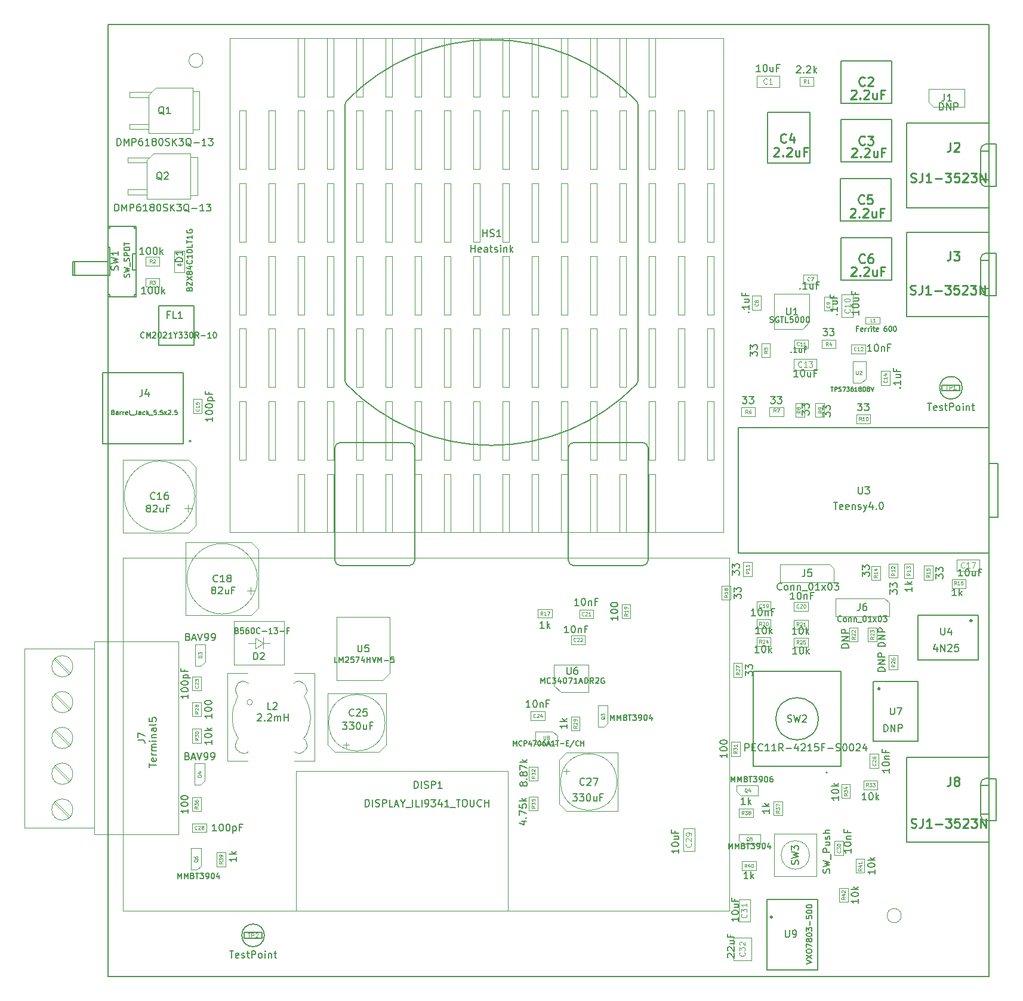
<source format=gbr>
%TF.GenerationSoftware,KiCad,Pcbnew,5.1.9-73d0e3b20d~88~ubuntu20.04.1*%
%TF.CreationDate,2021-04-09T17:18:55-07:00*%
%TF.ProjectId,ultrablinky,756c7472-6162-46c6-996e-6b792e6b6963,A*%
%TF.SameCoordinates,Original*%
%TF.FileFunction,Other,Fab,Top*%
%FSLAX46Y46*%
G04 Gerber Fmt 4.6, Leading zero omitted, Abs format (unit mm)*
G04 Created by KiCad (PCBNEW 5.1.9-73d0e3b20d~88~ubuntu20.04.1) date 2021-04-09 17:18:55*
%MOMM*%
%LPD*%
G01*
G04 APERTURE LIST*
%TA.AperFunction,Profile*%
%ADD10C,0.150000*%
%TD*%
%ADD11C,0.127000*%
%ADD12C,0.200000*%
%ADD13C,0.350000*%
%ADD14C,0.300000*%
%ADD15C,0.120000*%
%ADD16C,0.100000*%
%ADD17C,0.150000*%
%ADD18C,0.254000*%
%ADD19C,0.075000*%
%ADD20C,0.090000*%
%ADD21C,0.080000*%
G04 APERTURE END LIST*
D10*
X178700000Y-142000000D02*
X178700000Y-164100000D01*
X178200000Y-142000000D02*
G75*
G02*
X177500000Y-141300000I0J700000D01*
G01*
X177500000Y-136700000D02*
G75*
G02*
X178200000Y-136000000I700000J0D01*
G01*
X177500000Y-136700000D02*
X177500000Y-141300000D01*
X178200000Y-142000000D02*
X178700000Y-142000000D01*
X178200000Y-136000000D02*
X178700000Y-136000000D01*
X178700000Y-67550000D02*
X178700000Y-136000000D01*
X178700000Y-61550000D02*
X178700000Y-52100000D01*
X177500000Y-62250000D02*
G75*
G02*
X178200000Y-61550000I700000J0D01*
G01*
X178200000Y-61550000D02*
X178700000Y-61550000D01*
X178200000Y-67550000D02*
G75*
G02*
X177500000Y-66850000I0J700000D01*
G01*
X178200000Y-67550000D02*
X178700000Y-67550000D01*
X177500000Y-62250000D02*
X177500000Y-66850000D01*
X178200000Y-52100000D02*
X178700000Y-52100000D01*
X178200000Y-46100000D02*
X178700000Y-46100000D01*
X177500000Y-46800000D02*
X177500000Y-51400000D01*
X178200000Y-52100000D02*
G75*
G02*
X177500000Y-51400000I0J700000D01*
G01*
X177500000Y-46800000D02*
G75*
G02*
X178200000Y-46100000I700000J0D01*
G01*
X87505025Y-80109975D02*
G75*
G02*
X87300000Y-79615000I494975J494975D01*
G01*
X128694975Y-39985025D02*
G75*
G02*
X128900000Y-40480000I-494975J-494975D01*
G01*
X87510025Y-39982025D02*
G75*
G03*
X87305000Y-40477000I494975J-494975D01*
G01*
X128694975Y-80104975D02*
G75*
G03*
X128900000Y-79610000I-494975J494975D01*
G01*
X130300000Y-105100000D02*
G75*
G02*
X129600000Y-105800000I-700000J0D01*
G01*
X119700000Y-105800000D02*
G75*
G02*
X119000000Y-105100000I0J700000D01*
G01*
X129600000Y-88400000D02*
G75*
G02*
X130300000Y-89100000I0J-700000D01*
G01*
X119000000Y-89100000D02*
G75*
G02*
X119700000Y-88400000I700000J0D01*
G01*
X85900000Y-89100000D02*
G75*
G02*
X86600000Y-88400000I700000J0D01*
G01*
X96500000Y-88400000D02*
G75*
G02*
X97200000Y-89100000I0J-700000D01*
G01*
X97200000Y-105100000D02*
G75*
G02*
X96500000Y-105800000I-700000J0D01*
G01*
X86600000Y-105800000D02*
G75*
G02*
X85900000Y-105100000I0J700000D01*
G01*
X119000000Y-105100000D02*
X119000000Y-89100000D01*
X129600000Y-105800000D02*
X119700000Y-105800000D01*
X129600000Y-88400000D02*
X119700000Y-88400000D01*
X130300000Y-105100000D02*
X130300000Y-89100000D01*
X96500000Y-105800000D02*
X86600000Y-105800000D01*
X97200000Y-105100000D02*
X97200000Y-89100000D01*
X96500000Y-88400000D02*
X86600000Y-88400000D01*
X85900000Y-105100000D02*
X85900000Y-89100000D01*
X128697474Y-80107415D02*
G75*
G02*
X87505025Y-80109975I-20597474J20107415D01*
G01*
X87300000Y-79615000D02*
X87305000Y-40477000D01*
X128900000Y-79610000D02*
X128900000Y-40480000D01*
X87508953Y-39980983D02*
G75*
G02*
X128694975Y-39985025I20591047J-20019017D01*
G01*
X53700000Y-29100000D02*
X178700000Y-29100000D01*
X53700000Y-164100000D02*
X178700000Y-164100000D01*
X178700000Y-46100000D02*
X178700000Y-29100000D01*
X53700000Y-164100000D02*
X53700000Y-29100000D01*
D11*
%TO.C,J4*%
X52900000Y-88600000D02*
X64400000Y-88600000D01*
X52900000Y-88600000D02*
X52900000Y-78500000D01*
D12*
X65450000Y-88175000D02*
G75*
G03*
X65450000Y-88175000I-100000J0D01*
G01*
D11*
X64400000Y-88600000D02*
X64400000Y-78500000D01*
X52900000Y-78500000D02*
X64400000Y-78500000D01*
D13*
%TO.C,U9*%
X147886000Y-155650000D02*
G75*
G03*
X147886000Y-155650000I-100000J0D01*
G01*
D11*
X147175000Y-153190000D02*
X154375000Y-153190000D01*
X147175000Y-163190000D02*
X147175000Y-153190000D01*
X154375000Y-163190000D02*
X147175000Y-163190000D01*
X154375000Y-153190000D02*
X154375000Y-163190000D01*
%TO.C,SW2*%
X157700000Y-134250000D02*
X145200000Y-134250000D01*
X145200000Y-134250000D02*
X145200000Y-120850000D01*
X145200000Y-120850000D02*
X157700000Y-120850000D01*
X157700000Y-120850000D02*
X157700000Y-134250000D01*
X154450000Y-127550000D02*
G75*
G03*
X154450000Y-127550000I-3000000J0D01*
G01*
D12*
X155750000Y-135150000D02*
G75*
G03*
X155750000Y-135150000I-100000J0D01*
G01*
D11*
%TO.C,U4*%
X177130000Y-119200000D02*
X168620000Y-119200000D01*
X168620000Y-119200000D02*
X168620000Y-112850000D01*
X168620000Y-112850000D02*
X177130000Y-112850000D01*
X177130000Y-112850000D02*
X177130000Y-119200000D01*
D14*
X176210000Y-113627000D02*
G75*
G03*
X176210000Y-113627000I-100000J0D01*
G01*
D11*
%TO.C,U7*%
X168625000Y-122245000D02*
X168625000Y-130755000D01*
X168625000Y-130755000D02*
X162275000Y-130755000D01*
X162275000Y-130755000D02*
X162275000Y-122245000D01*
X162275000Y-122245000D02*
X168625000Y-122245000D01*
D14*
X163152000Y-123265000D02*
G75*
G03*
X163152000Y-123265000I-100000J0D01*
G01*
D11*
%TO.C,SW1*%
X53700000Y-57700000D02*
X53700000Y-67700000D01*
X57700000Y-67700000D02*
X53700000Y-67700000D01*
X57700000Y-57700000D02*
X53700000Y-57700000D01*
X57700000Y-57700000D02*
X57700000Y-67700000D01*
X54000000Y-60700000D02*
X53700000Y-60700000D01*
X54000000Y-64700000D02*
X54000000Y-60700000D01*
X54000000Y-64700000D02*
X49000000Y-64700000D01*
X49000000Y-64700000D02*
X48700000Y-64700000D01*
X48700000Y-64700000D02*
X48700000Y-62700000D01*
X48700000Y-62700000D02*
X49000000Y-62700000D01*
X49000000Y-62700000D02*
X53700000Y-62700000D01*
X57700000Y-58000000D02*
X57400000Y-58000000D01*
X57400000Y-58000000D02*
X57400000Y-57700000D01*
X54000000Y-57700000D02*
X54000000Y-58000000D01*
X54000000Y-58000000D02*
X53700000Y-58000000D01*
X54000000Y-67400000D02*
X53700000Y-67400000D01*
X57700000Y-67400000D02*
X57400000Y-67400000D01*
X57400000Y-67400000D02*
X57400000Y-67700000D01*
X54000000Y-67700000D02*
X54000000Y-67400000D01*
X57700000Y-61600000D02*
X57200000Y-61600000D01*
X57200000Y-61600000D02*
X57200000Y-63900000D01*
X57200000Y-63900000D02*
X57700000Y-63900000D01*
X49000000Y-62700000D02*
X49000000Y-64700000D01*
D15*
%TO.C,HS1*%
X98150000Y-39350000D02*
X97250000Y-39350000D01*
X118900000Y-31100000D02*
X118900000Y-39350000D01*
X94000000Y-39350000D02*
X93100000Y-39350000D01*
X131350000Y-39350000D02*
X130450000Y-39350000D01*
X102300000Y-31100000D02*
X102300000Y-39350000D01*
X98150000Y-31100000D02*
X98150000Y-39350000D01*
X97250000Y-39350000D02*
X97250000Y-31100000D01*
X106450000Y-31100000D02*
X106450000Y-39350000D01*
X102300000Y-39350000D02*
X101400000Y-39350000D01*
X84800000Y-39350000D02*
X84800000Y-31100000D01*
X130450000Y-39350000D02*
X130450000Y-31100000D01*
X114750000Y-31100000D02*
X114750000Y-39350000D01*
X131350000Y-31100000D02*
X131350000Y-39350000D01*
X127200000Y-31100000D02*
X127200000Y-39350000D01*
X118000000Y-39350000D02*
X118000000Y-31100000D01*
X113850000Y-39350000D02*
X113850000Y-31100000D01*
X123050000Y-31100000D02*
X123050000Y-39350000D01*
X106450000Y-39350000D02*
X105550000Y-39350000D01*
X126300000Y-39350000D02*
X126300000Y-31100000D01*
X127200000Y-39350000D02*
X126300000Y-39350000D01*
X105550000Y-39350000D02*
X105550000Y-31100000D01*
X109700000Y-39350000D02*
X109700000Y-31100000D01*
X85700000Y-31100000D02*
X85700000Y-39350000D01*
X118900000Y-39350000D02*
X118000000Y-39350000D01*
X122150000Y-39350000D02*
X122150000Y-31100000D01*
X81550000Y-39350000D02*
X80650000Y-39350000D01*
X80650000Y-39350000D02*
X80650000Y-31100000D01*
X123050000Y-39350000D02*
X122150000Y-39350000D01*
X89850000Y-39350000D02*
X88950000Y-39350000D01*
X89850000Y-31100000D02*
X89850000Y-39350000D01*
X85700000Y-39350000D02*
X84800000Y-39350000D01*
X110600000Y-31100000D02*
X110600000Y-39350000D01*
X93100000Y-39350000D02*
X93100000Y-31100000D01*
X94000000Y-31100000D02*
X94000000Y-39350000D01*
X101400000Y-39350000D02*
X101400000Y-31100000D01*
X110600000Y-39350000D02*
X109700000Y-39350000D01*
X114750000Y-39350000D02*
X113850000Y-39350000D01*
X88950000Y-39350000D02*
X88950000Y-31100000D01*
X81550000Y-31100000D02*
X81550000Y-39350000D01*
X98150000Y-49650000D02*
X97250000Y-49650000D01*
X97250000Y-41350000D02*
X98150000Y-41350000D01*
X118900000Y-41350000D02*
X118900000Y-49650000D01*
X94000000Y-49650000D02*
X93100000Y-49650000D01*
X130450000Y-41350000D02*
X131350000Y-41350000D01*
X113850000Y-41350000D02*
X114750000Y-41350000D01*
X131350000Y-49650000D02*
X130450000Y-49650000D01*
X139650000Y-41350000D02*
X139650000Y-49650000D01*
X102300000Y-41350000D02*
X102300000Y-49650000D01*
X98150000Y-41350000D02*
X98150000Y-49650000D01*
X73250000Y-41350000D02*
X73250000Y-49650000D01*
X97250000Y-49650000D02*
X97250000Y-41350000D01*
X72350000Y-41350000D02*
X73250000Y-41350000D01*
X106450000Y-41350000D02*
X106450000Y-49650000D01*
X122150000Y-41350000D02*
X123050000Y-41350000D01*
X138750000Y-49650000D02*
X138750000Y-41350000D01*
X102300000Y-49650000D02*
X101400000Y-49650000D01*
X84800000Y-49650000D02*
X84800000Y-41350000D01*
X109700000Y-41350000D02*
X110600000Y-41350000D01*
X130450000Y-49650000D02*
X130450000Y-41350000D01*
X126300000Y-41350000D02*
X127200000Y-41350000D01*
X114750000Y-41350000D02*
X114750000Y-49650000D01*
X131350000Y-41350000D02*
X131350000Y-49650000D01*
X139650000Y-49650000D02*
X138750000Y-49650000D01*
X76500000Y-41350000D02*
X77400000Y-41350000D01*
X127200000Y-41350000D02*
X127200000Y-49650000D01*
X118000000Y-49650000D02*
X118000000Y-41350000D01*
X113850000Y-49650000D02*
X113850000Y-41350000D01*
X135500000Y-41350000D02*
X135500000Y-49650000D01*
X77400000Y-49650000D02*
X76500000Y-49650000D01*
X123050000Y-41350000D02*
X123050000Y-49650000D01*
X106450000Y-49650000D02*
X105550000Y-49650000D01*
X126300000Y-49650000D02*
X126300000Y-41350000D01*
X127200000Y-49650000D02*
X126300000Y-49650000D01*
X105550000Y-49650000D02*
X105550000Y-41350000D01*
X109700000Y-49650000D02*
X109700000Y-41350000D01*
X84800000Y-41350000D02*
X85700000Y-41350000D01*
X85700000Y-41350000D02*
X85700000Y-49650000D01*
X118900000Y-49650000D02*
X118000000Y-49650000D01*
X122150000Y-49650000D02*
X122150000Y-41350000D01*
X81550000Y-49650000D02*
X80650000Y-49650000D01*
X118000000Y-41350000D02*
X118900000Y-41350000D01*
X138750000Y-41350000D02*
X139650000Y-41350000D01*
X80650000Y-49650000D02*
X80650000Y-41350000D01*
X72350000Y-49650000D02*
X72350000Y-41350000D01*
X123050000Y-49650000D02*
X122150000Y-49650000D01*
X93100000Y-41350000D02*
X94000000Y-41350000D01*
X77400000Y-41350000D02*
X77400000Y-49650000D01*
X89850000Y-49650000D02*
X88950000Y-49650000D01*
X101400000Y-41350000D02*
X102300000Y-41350000D01*
X135500000Y-49650000D02*
X134600000Y-49650000D01*
X80650000Y-41350000D02*
X81550000Y-41350000D01*
X76500000Y-49650000D02*
X76500000Y-41350000D01*
X89850000Y-41350000D02*
X89850000Y-49650000D01*
X73250000Y-49650000D02*
X72350000Y-49650000D01*
X85700000Y-49650000D02*
X84800000Y-49650000D01*
X105550000Y-41350000D02*
X106450000Y-41350000D01*
X110600000Y-41350000D02*
X110600000Y-49650000D01*
X93100000Y-49650000D02*
X93100000Y-41350000D01*
X94000000Y-41350000D02*
X94000000Y-49650000D01*
X101400000Y-49650000D02*
X101400000Y-41350000D01*
X110600000Y-49650000D02*
X109700000Y-49650000D01*
X114750000Y-49650000D02*
X113850000Y-49650000D01*
X88950000Y-49650000D02*
X88950000Y-41350000D01*
X81550000Y-41350000D02*
X81550000Y-49650000D01*
X134600000Y-41350000D02*
X135500000Y-41350000D01*
X134600000Y-49650000D02*
X134600000Y-41350000D01*
X88950000Y-41350000D02*
X89850000Y-41350000D01*
X98150000Y-59950000D02*
X97250000Y-59950000D01*
X97250000Y-51650000D02*
X98150000Y-51650000D01*
X118900000Y-51650000D02*
X118900000Y-59950000D01*
X94000000Y-59950000D02*
X93100000Y-59950000D01*
X130450000Y-51650000D02*
X131350000Y-51650000D01*
X113850000Y-51650000D02*
X114750000Y-51650000D01*
X131350000Y-59950000D02*
X130450000Y-59950000D01*
X139650000Y-51650000D02*
X139650000Y-59950000D01*
X102300000Y-51650000D02*
X102300000Y-59950000D01*
X98150000Y-51650000D02*
X98150000Y-59950000D01*
X73250000Y-51650000D02*
X73250000Y-59950000D01*
X97250000Y-59950000D02*
X97250000Y-51650000D01*
X72350000Y-51650000D02*
X73250000Y-51650000D01*
X106450000Y-51650000D02*
X106450000Y-59950000D01*
X122150000Y-51650000D02*
X123050000Y-51650000D01*
X138750000Y-59950000D02*
X138750000Y-51650000D01*
X102300000Y-59950000D02*
X101400000Y-59950000D01*
X84800000Y-59950000D02*
X84800000Y-51650000D01*
X109700000Y-51650000D02*
X110600000Y-51650000D01*
X130450000Y-59950000D02*
X130450000Y-51650000D01*
X126300000Y-51650000D02*
X127200000Y-51650000D01*
X114750000Y-51650000D02*
X114750000Y-59950000D01*
X131350000Y-51650000D02*
X131350000Y-59950000D01*
X139650000Y-59950000D02*
X138750000Y-59950000D01*
X76500000Y-51650000D02*
X77400000Y-51650000D01*
X127200000Y-51650000D02*
X127200000Y-59950000D01*
X118000000Y-59950000D02*
X118000000Y-51650000D01*
X113850000Y-59950000D02*
X113850000Y-51650000D01*
X135500000Y-51650000D02*
X135500000Y-59950000D01*
X77400000Y-59950000D02*
X76500000Y-59950000D01*
X123050000Y-51650000D02*
X123050000Y-59950000D01*
X106450000Y-59950000D02*
X105550000Y-59950000D01*
X126300000Y-59950000D02*
X126300000Y-51650000D01*
X127200000Y-59950000D02*
X126300000Y-59950000D01*
X105550000Y-59950000D02*
X105550000Y-51650000D01*
X109700000Y-59950000D02*
X109700000Y-51650000D01*
X84800000Y-51650000D02*
X85700000Y-51650000D01*
X85700000Y-51650000D02*
X85700000Y-59950000D01*
X118900000Y-59950000D02*
X118000000Y-59950000D01*
X122150000Y-59950000D02*
X122150000Y-51650000D01*
X81550000Y-59950000D02*
X80650000Y-59950000D01*
X118000000Y-51650000D02*
X118900000Y-51650000D01*
X138750000Y-51650000D02*
X139650000Y-51650000D01*
X80650000Y-59950000D02*
X80650000Y-51650000D01*
X72350000Y-59950000D02*
X72350000Y-51650000D01*
X123050000Y-59950000D02*
X122150000Y-59950000D01*
X93100000Y-51650000D02*
X94000000Y-51650000D01*
X77400000Y-51650000D02*
X77400000Y-59950000D01*
X89850000Y-59950000D02*
X88950000Y-59950000D01*
X101400000Y-51650000D02*
X102300000Y-51650000D01*
X135500000Y-59950000D02*
X134600000Y-59950000D01*
X80650000Y-51650000D02*
X81550000Y-51650000D01*
X76500000Y-59950000D02*
X76500000Y-51650000D01*
X89850000Y-51650000D02*
X89850000Y-59950000D01*
X73250000Y-59950000D02*
X72350000Y-59950000D01*
X85700000Y-59950000D02*
X84800000Y-59950000D01*
X105550000Y-51650000D02*
X106450000Y-51650000D01*
X110600000Y-51650000D02*
X110600000Y-59950000D01*
X93100000Y-59950000D02*
X93100000Y-51650000D01*
X94000000Y-51650000D02*
X94000000Y-59950000D01*
X101400000Y-59950000D02*
X101400000Y-51650000D01*
X110600000Y-59950000D02*
X109700000Y-59950000D01*
X114750000Y-59950000D02*
X113850000Y-59950000D01*
X88950000Y-59950000D02*
X88950000Y-51650000D01*
X81550000Y-51650000D02*
X81550000Y-59950000D01*
X134600000Y-51650000D02*
X135500000Y-51650000D01*
X134600000Y-59950000D02*
X134600000Y-51650000D01*
X88950000Y-51650000D02*
X89850000Y-51650000D01*
X98150000Y-70250000D02*
X97250000Y-70250000D01*
X97250000Y-61950000D02*
X98150000Y-61950000D01*
X118900000Y-61950000D02*
X118900000Y-70250000D01*
X94000000Y-70250000D02*
X93100000Y-70250000D01*
X130450000Y-61950000D02*
X131350000Y-61950000D01*
X113850000Y-61950000D02*
X114750000Y-61950000D01*
X131350000Y-70250000D02*
X130450000Y-70250000D01*
X139650000Y-61950000D02*
X139650000Y-70250000D01*
X102300000Y-61950000D02*
X102300000Y-70250000D01*
X98150000Y-61950000D02*
X98150000Y-70250000D01*
X73250000Y-61950000D02*
X73250000Y-70250000D01*
X97250000Y-70250000D02*
X97250000Y-61950000D01*
X72350000Y-61950000D02*
X73250000Y-61950000D01*
X106450000Y-61950000D02*
X106450000Y-70250000D01*
X122150000Y-61950000D02*
X123050000Y-61950000D01*
X138750000Y-70250000D02*
X138750000Y-61950000D01*
X102300000Y-70250000D02*
X101400000Y-70250000D01*
X84800000Y-70250000D02*
X84800000Y-61950000D01*
X109700000Y-61950000D02*
X110600000Y-61950000D01*
X130450000Y-70250000D02*
X130450000Y-61950000D01*
X126300000Y-61950000D02*
X127200000Y-61950000D01*
X114750000Y-61950000D02*
X114750000Y-70250000D01*
X131350000Y-61950000D02*
X131350000Y-70250000D01*
X139650000Y-70250000D02*
X138750000Y-70250000D01*
X76500000Y-61950000D02*
X77400000Y-61950000D01*
X127200000Y-61950000D02*
X127200000Y-70250000D01*
X118000000Y-70250000D02*
X118000000Y-61950000D01*
X113850000Y-70250000D02*
X113850000Y-61950000D01*
X135500000Y-61950000D02*
X135500000Y-70250000D01*
X77400000Y-70250000D02*
X76500000Y-70250000D01*
X123050000Y-61950000D02*
X123050000Y-70250000D01*
X106450000Y-70250000D02*
X105550000Y-70250000D01*
X126300000Y-70250000D02*
X126300000Y-61950000D01*
X127200000Y-70250000D02*
X126300000Y-70250000D01*
X105550000Y-70250000D02*
X105550000Y-61950000D01*
X109700000Y-70250000D02*
X109700000Y-61950000D01*
X84800000Y-61950000D02*
X85700000Y-61950000D01*
X85700000Y-61950000D02*
X85700000Y-70250000D01*
X118900000Y-70250000D02*
X118000000Y-70250000D01*
X122150000Y-70250000D02*
X122150000Y-61950000D01*
X81550000Y-70250000D02*
X80650000Y-70250000D01*
X118000000Y-61950000D02*
X118900000Y-61950000D01*
X138750000Y-61950000D02*
X139650000Y-61950000D01*
X80650000Y-70250000D02*
X80650000Y-61950000D01*
X72350000Y-70250000D02*
X72350000Y-61950000D01*
X123050000Y-70250000D02*
X122150000Y-70250000D01*
X93100000Y-61950000D02*
X94000000Y-61950000D01*
X77400000Y-61950000D02*
X77400000Y-70250000D01*
X89850000Y-70250000D02*
X88950000Y-70250000D01*
X101400000Y-61950000D02*
X102300000Y-61950000D01*
X135500000Y-70250000D02*
X134600000Y-70250000D01*
X80650000Y-61950000D02*
X81550000Y-61950000D01*
X76500000Y-70250000D02*
X76500000Y-61950000D01*
X89850000Y-61950000D02*
X89850000Y-70250000D01*
X73250000Y-70250000D02*
X72350000Y-70250000D01*
X85700000Y-70250000D02*
X84800000Y-70250000D01*
X105550000Y-61950000D02*
X106450000Y-61950000D01*
X110600000Y-61950000D02*
X110600000Y-70250000D01*
X93100000Y-70250000D02*
X93100000Y-61950000D01*
X94000000Y-61950000D02*
X94000000Y-70250000D01*
X101400000Y-70250000D02*
X101400000Y-61950000D01*
X110600000Y-70250000D02*
X109700000Y-70250000D01*
X114750000Y-70250000D02*
X113850000Y-70250000D01*
X88950000Y-70250000D02*
X88950000Y-61950000D01*
X81550000Y-61950000D02*
X81550000Y-70250000D01*
X134600000Y-61950000D02*
X135500000Y-61950000D01*
X134600000Y-70250000D02*
X134600000Y-61950000D01*
X88950000Y-61950000D02*
X89850000Y-61950000D01*
X98150000Y-80550000D02*
X97250000Y-80550000D01*
X97250000Y-72250000D02*
X98150000Y-72250000D01*
X118900000Y-72250000D02*
X118900000Y-80550000D01*
X94000000Y-80550000D02*
X93100000Y-80550000D01*
X130450000Y-72250000D02*
X131350000Y-72250000D01*
X113850000Y-72250000D02*
X114750000Y-72250000D01*
X131350000Y-80550000D02*
X130450000Y-80550000D01*
X139650000Y-72250000D02*
X139650000Y-80550000D01*
X102300000Y-72250000D02*
X102300000Y-80550000D01*
X98150000Y-72250000D02*
X98150000Y-80550000D01*
X73250000Y-72250000D02*
X73250000Y-80550000D01*
X97250000Y-80550000D02*
X97250000Y-72250000D01*
X72350000Y-72250000D02*
X73250000Y-72250000D01*
X106450000Y-72250000D02*
X106450000Y-80550000D01*
X122150000Y-72250000D02*
X123050000Y-72250000D01*
X138750000Y-80550000D02*
X138750000Y-72250000D01*
X102300000Y-80550000D02*
X101400000Y-80550000D01*
X84800000Y-80550000D02*
X84800000Y-72250000D01*
X109700000Y-72250000D02*
X110600000Y-72250000D01*
X130450000Y-80550000D02*
X130450000Y-72250000D01*
X126300000Y-72250000D02*
X127200000Y-72250000D01*
X114750000Y-72250000D02*
X114750000Y-80550000D01*
X131350000Y-72250000D02*
X131350000Y-80550000D01*
X139650000Y-80550000D02*
X138750000Y-80550000D01*
X76500000Y-72250000D02*
X77400000Y-72250000D01*
X127200000Y-72250000D02*
X127200000Y-80550000D01*
X118000000Y-80550000D02*
X118000000Y-72250000D01*
X113850000Y-80550000D02*
X113850000Y-72250000D01*
X135500000Y-72250000D02*
X135500000Y-80550000D01*
X77400000Y-80550000D02*
X76500000Y-80550000D01*
X123050000Y-72250000D02*
X123050000Y-80550000D01*
X106450000Y-80550000D02*
X105550000Y-80550000D01*
X126300000Y-80550000D02*
X126300000Y-72250000D01*
X127200000Y-80550000D02*
X126300000Y-80550000D01*
X105550000Y-80550000D02*
X105550000Y-72250000D01*
X109700000Y-80550000D02*
X109700000Y-72250000D01*
X84800000Y-72250000D02*
X85700000Y-72250000D01*
X85700000Y-72250000D02*
X85700000Y-80550000D01*
X118900000Y-80550000D02*
X118000000Y-80550000D01*
X122150000Y-80550000D02*
X122150000Y-72250000D01*
X81550000Y-80550000D02*
X80650000Y-80550000D01*
X118000000Y-72250000D02*
X118900000Y-72250000D01*
X138750000Y-72250000D02*
X139650000Y-72250000D01*
X80650000Y-80550000D02*
X80650000Y-72250000D01*
X72350000Y-80550000D02*
X72350000Y-72250000D01*
X123050000Y-80550000D02*
X122150000Y-80550000D01*
X93100000Y-72250000D02*
X94000000Y-72250000D01*
X77400000Y-72250000D02*
X77400000Y-80550000D01*
X89850000Y-80550000D02*
X88950000Y-80550000D01*
X101400000Y-72250000D02*
X102300000Y-72250000D01*
X135500000Y-80550000D02*
X134600000Y-80550000D01*
X80650000Y-72250000D02*
X81550000Y-72250000D01*
X76500000Y-80550000D02*
X76500000Y-72250000D01*
X89850000Y-72250000D02*
X89850000Y-80550000D01*
X73250000Y-80550000D02*
X72350000Y-80550000D01*
X85700000Y-80550000D02*
X84800000Y-80550000D01*
X105550000Y-72250000D02*
X106450000Y-72250000D01*
X110600000Y-72250000D02*
X110600000Y-80550000D01*
X93100000Y-80550000D02*
X93100000Y-72250000D01*
X94000000Y-72250000D02*
X94000000Y-80550000D01*
X101400000Y-80550000D02*
X101400000Y-72250000D01*
X110600000Y-80550000D02*
X109700000Y-80550000D01*
X114750000Y-80550000D02*
X113850000Y-80550000D01*
X88950000Y-80550000D02*
X88950000Y-72250000D01*
X81550000Y-72250000D02*
X81550000Y-80550000D01*
X134600000Y-72250000D02*
X135500000Y-72250000D01*
X134600000Y-80550000D02*
X134600000Y-72250000D01*
X88950000Y-72250000D02*
X89850000Y-72250000D01*
X109700000Y-90850000D02*
X109700000Y-82550000D01*
X118900000Y-82550000D02*
X118900000Y-90850000D01*
X97250000Y-82550000D02*
X98150000Y-82550000D01*
X122150000Y-90850000D02*
X122150000Y-82550000D01*
X118900000Y-90850000D02*
X118000000Y-90850000D01*
X106450000Y-90850000D02*
X105550000Y-90850000D01*
X123050000Y-82550000D02*
X123050000Y-90850000D01*
X84800000Y-82550000D02*
X85700000Y-82550000D01*
X139650000Y-82550000D02*
X139650000Y-90850000D01*
X73250000Y-90850000D02*
X72350000Y-90850000D01*
X93100000Y-82550000D02*
X94000000Y-82550000D01*
X139650000Y-90850000D02*
X138750000Y-90850000D01*
X122150000Y-82550000D02*
X123050000Y-82550000D01*
X84800000Y-90850000D02*
X84800000Y-82550000D01*
X118000000Y-90850000D02*
X118000000Y-82550000D01*
X114750000Y-82550000D02*
X114750000Y-90850000D01*
X110600000Y-90850000D02*
X109700000Y-90850000D01*
X72350000Y-82550000D02*
X73250000Y-82550000D01*
X98150000Y-90850000D02*
X97250000Y-90850000D01*
X110600000Y-82550000D02*
X110600000Y-90850000D01*
X131350000Y-82550000D02*
X131350000Y-90850000D01*
X127200000Y-90850000D02*
X126300000Y-90850000D01*
X134600000Y-90850000D02*
X134600000Y-82550000D01*
X114750000Y-90850000D02*
X113850000Y-90850000D01*
X126300000Y-82550000D02*
X127200000Y-82550000D01*
X102300000Y-90850000D02*
X101400000Y-90850000D01*
X88950000Y-82550000D02*
X89850000Y-82550000D01*
X135500000Y-90850000D02*
X134600000Y-90850000D01*
X80650000Y-82550000D02*
X81550000Y-82550000D01*
X102300000Y-82550000D02*
X102300000Y-90850000D01*
X126300000Y-90850000D02*
X126300000Y-82550000D01*
X127200000Y-82550000D02*
X127200000Y-90850000D01*
X131350000Y-90850000D02*
X130450000Y-90850000D01*
X130450000Y-82550000D02*
X131350000Y-82550000D01*
X118000000Y-82550000D02*
X118900000Y-82550000D01*
X123050000Y-90850000D02*
X122150000Y-90850000D01*
X113850000Y-82550000D02*
X114750000Y-82550000D01*
X109700000Y-82550000D02*
X110600000Y-82550000D01*
X106450000Y-82550000D02*
X106450000Y-90850000D01*
X88950000Y-90850000D02*
X88950000Y-82550000D01*
X73250000Y-82550000D02*
X73250000Y-90850000D01*
X101400000Y-82550000D02*
X102300000Y-82550000D01*
X77400000Y-82550000D02*
X77400000Y-90850000D01*
X94000000Y-90850000D02*
X93100000Y-90850000D01*
X138750000Y-90850000D02*
X138750000Y-82550000D01*
X98150000Y-82550000D02*
X98150000Y-90850000D01*
X134600000Y-82550000D02*
X135500000Y-82550000D01*
X101400000Y-90850000D02*
X101400000Y-82550000D01*
X94000000Y-82550000D02*
X94000000Y-90850000D01*
X105550000Y-90850000D02*
X105550000Y-82550000D01*
X77400000Y-90850000D02*
X76500000Y-90850000D01*
X81550000Y-82550000D02*
X81550000Y-90850000D01*
X81550000Y-90850000D02*
X80650000Y-90850000D01*
X105550000Y-82550000D02*
X106450000Y-82550000D01*
X97250000Y-90850000D02*
X97250000Y-82550000D01*
X93100000Y-90850000D02*
X93100000Y-82550000D01*
X72350000Y-90850000D02*
X72350000Y-82550000D01*
X76500000Y-82550000D02*
X77400000Y-82550000D01*
X130450000Y-90850000D02*
X130450000Y-82550000D01*
X85700000Y-82550000D02*
X85700000Y-90850000D01*
X85700000Y-90850000D02*
X84800000Y-90850000D01*
X89850000Y-90850000D02*
X88950000Y-90850000D01*
X89850000Y-82550000D02*
X89850000Y-90850000D01*
X76500000Y-90850000D02*
X76500000Y-82550000D01*
X80650000Y-90850000D02*
X80650000Y-82550000D01*
X138750000Y-82550000D02*
X139650000Y-82550000D01*
X135500000Y-82550000D02*
X135500000Y-90850000D01*
X113850000Y-90850000D02*
X113850000Y-82550000D01*
X131350000Y-92850000D02*
X131350000Y-101100000D01*
X130450000Y-92850000D02*
X131350000Y-92850000D01*
X130450000Y-101100000D02*
X130450000Y-92850000D01*
X127200000Y-92850000D02*
X127200000Y-101100000D01*
X126300000Y-92850000D02*
X127200000Y-92850000D01*
X126300000Y-101100000D02*
X126300000Y-92850000D01*
X123050000Y-92850000D02*
X123050000Y-101100000D01*
X122150000Y-92850000D02*
X123050000Y-92850000D01*
X122150000Y-101100000D02*
X122150000Y-92850000D01*
X118900000Y-92850000D02*
X118900000Y-101100000D01*
X118000000Y-92850000D02*
X118900000Y-92850000D01*
X118000000Y-101100000D02*
X118000000Y-92850000D01*
X114750000Y-92850000D02*
X114750000Y-101100000D01*
X113850000Y-92850000D02*
X114750000Y-92850000D01*
X113850000Y-101100000D02*
X113850000Y-92850000D01*
X110600000Y-92850000D02*
X110600000Y-101100000D01*
X109700000Y-92850000D02*
X110600000Y-92850000D01*
X109700000Y-101100000D02*
X109700000Y-92850000D01*
X106450000Y-92850000D02*
X106450000Y-101100000D01*
X105550000Y-92850000D02*
X106450000Y-92850000D01*
X105550000Y-101100000D02*
X105550000Y-92850000D01*
X102300000Y-92850000D02*
X102300000Y-101100000D01*
X101400000Y-92850000D02*
X102300000Y-92850000D01*
X101400000Y-101100000D02*
X101400000Y-92850000D01*
X98150000Y-92850000D02*
X98150000Y-101100000D01*
X97250000Y-92850000D02*
X98150000Y-92850000D01*
X97250000Y-101100000D02*
X97250000Y-92850000D01*
X94000000Y-92850000D02*
X94000000Y-101100000D01*
X93100000Y-92850000D02*
X94000000Y-92850000D01*
X93100000Y-101100000D02*
X93100000Y-92850000D01*
X89850000Y-92850000D02*
X89850000Y-101100000D01*
X88950000Y-92850000D02*
X89850000Y-92850000D01*
X88950000Y-101100000D02*
X88950000Y-92850000D01*
X85700000Y-92850000D02*
X85700000Y-101100000D01*
X84800000Y-92850000D02*
X85700000Y-92850000D01*
X84800000Y-101100000D02*
X84800000Y-92850000D01*
X81550000Y-92850000D02*
X81550000Y-101100000D01*
X80650000Y-92850000D02*
X81550000Y-92850000D01*
X80650000Y-101100000D02*
X80650000Y-92850000D01*
D16*
X71000000Y-101100000D02*
X71000000Y-31100000D01*
X141000000Y-101100000D02*
X71000000Y-101100000D01*
X141000000Y-101100000D02*
X141000000Y-31100000D01*
X71000000Y-31100000D02*
X141000000Y-31100000D01*
%TO.C,DISP1*%
X55800000Y-154740000D02*
X141800000Y-154740000D01*
X141800000Y-154740000D02*
X141800000Y-104740000D01*
X141800000Y-104740000D02*
X55800000Y-104740000D01*
X55800000Y-104740000D02*
X55800000Y-154740000D01*
D15*
X80400000Y-154740000D02*
X80400000Y-134940000D01*
X80400000Y-134940000D02*
X110400000Y-134940000D01*
X110400000Y-134940000D02*
X110400000Y-154740000D01*
D16*
%TO.C,C17*%
X174100000Y-105000000D02*
X177300000Y-105000000D01*
X174100000Y-106600000D02*
X174100000Y-105000000D01*
X177300000Y-106600000D02*
X174100000Y-106600000D01*
X177300000Y-105000000D02*
X177300000Y-106600000D01*
%TO.C,C29*%
X136900000Y-143100000D02*
X136900000Y-146300000D01*
X135300000Y-143100000D02*
X136900000Y-143100000D01*
X135300000Y-146300000D02*
X135300000Y-143100000D01*
X136900000Y-146300000D02*
X135300000Y-146300000D01*
%TO.C,L2*%
X74190512Y-125200000D02*
G75*
G03*
X74190512Y-125200000I-390512J0D01*
G01*
X83000000Y-133500000D02*
X80100000Y-133500000D01*
X83000000Y-121100000D02*
X80100000Y-121100000D01*
X83000000Y-133500000D02*
X83000000Y-121100000D01*
X70600000Y-133500000D02*
X73500000Y-133500000D01*
X70600000Y-121100000D02*
X70600000Y-133500000D01*
X73500000Y-121100000D02*
X70600000Y-121100000D01*
X80300000Y-122300000D02*
X80000000Y-122500000D01*
X80800000Y-122200000D02*
X80300000Y-122300000D01*
X81300000Y-122400000D02*
X80800000Y-122200000D01*
X81600000Y-122700000D02*
X81300000Y-122400000D01*
X81800000Y-123100000D02*
X81600000Y-122700000D01*
X81900000Y-123600000D02*
X81800000Y-123100000D01*
X81700000Y-124000000D02*
X81900000Y-123600000D01*
X81500000Y-124300000D02*
X81700000Y-124000000D01*
X81700000Y-124700000D02*
X81500000Y-124300000D01*
X82100000Y-125600000D02*
X81700000Y-124700000D01*
X82300000Y-126500000D02*
X82100000Y-125600000D01*
X82400000Y-127300000D02*
X82300000Y-126500000D01*
X82300000Y-128200000D02*
X82400000Y-127300000D01*
X82100000Y-129000000D02*
X82300000Y-128200000D01*
X81900000Y-129500000D02*
X82100000Y-129000000D01*
X81700000Y-129900000D02*
X81900000Y-129500000D01*
X81400000Y-130300000D02*
X81700000Y-129900000D01*
X81700000Y-130600000D02*
X81400000Y-130300000D01*
X81800000Y-130900000D02*
X81700000Y-130600000D01*
X81900000Y-131200000D02*
X81800000Y-130900000D01*
X81900000Y-131500000D02*
X81900000Y-131200000D01*
X81700000Y-131800000D02*
X81900000Y-131500000D01*
X81500000Y-132100000D02*
X81700000Y-131800000D01*
X81100000Y-132300000D02*
X81500000Y-132100000D01*
X80800000Y-132400000D02*
X81100000Y-132300000D01*
X80400000Y-132300000D02*
X80800000Y-132400000D01*
X80100000Y-132200000D02*
X80400000Y-132300000D01*
X73200000Y-122300000D02*
X73600000Y-122500000D01*
X72700000Y-122200000D02*
X73200000Y-122300000D01*
X72200000Y-122400000D02*
X72700000Y-122200000D01*
X72000000Y-122700000D02*
X72200000Y-122400000D01*
X71800000Y-123000000D02*
X72000000Y-122700000D01*
X71700000Y-123400000D02*
X71800000Y-123000000D01*
X71900000Y-124000000D02*
X71700000Y-123400000D01*
X72100000Y-124300000D02*
X71900000Y-124000000D01*
X71900000Y-124700000D02*
X72100000Y-124300000D01*
X71700000Y-125200000D02*
X71900000Y-124700000D01*
X71500000Y-125800000D02*
X71700000Y-125200000D01*
X71300000Y-126700000D02*
X71500000Y-125800000D01*
X71300000Y-127900000D02*
X71300000Y-126700000D01*
X71500000Y-128900000D02*
X71300000Y-127900000D01*
X71800000Y-129700000D02*
X71500000Y-128900000D01*
X72200000Y-130300000D02*
X71800000Y-129700000D01*
X72100000Y-130400000D02*
X72200000Y-130300000D01*
X71800000Y-130800000D02*
X72100000Y-130400000D01*
X71700000Y-131300000D02*
X71800000Y-130800000D01*
X71800000Y-131800000D02*
X71700000Y-131300000D01*
X72200000Y-132100000D02*
X71800000Y-131800000D01*
X72500000Y-132300000D02*
X72200000Y-132100000D01*
X73000000Y-132400000D02*
X72500000Y-132300000D01*
X73400000Y-132300000D02*
X73000000Y-132400000D01*
X73500000Y-132200000D02*
X73400000Y-132300000D01*
%TO.C,C16*%
X65058325Y-98200000D02*
X65058325Y-97200000D01*
X65558325Y-97700000D02*
X64558325Y-97700000D01*
X66150000Y-91850000D02*
X65150000Y-90850000D01*
X66150000Y-100150000D02*
X65150000Y-101150000D01*
X66150000Y-100150000D02*
X66150000Y-91850000D01*
X65150000Y-90850000D02*
X55850000Y-90850000D01*
X65150000Y-101150000D02*
X55850000Y-101150000D01*
X55850000Y-101150000D02*
X55850000Y-90850000D01*
X66000000Y-96000000D02*
G75*
G03*
X66000000Y-96000000I-5000000J0D01*
G01*
%TO.C,C18*%
X73958325Y-109900000D02*
X73958325Y-108900000D01*
X74458325Y-109400000D02*
X73458325Y-109400000D01*
X75050000Y-103550000D02*
X74050000Y-102550000D01*
X75050000Y-111850000D02*
X74050000Y-112850000D01*
X75050000Y-111850000D02*
X75050000Y-103550000D01*
X74050000Y-102550000D02*
X64750000Y-102550000D01*
X74050000Y-112850000D02*
X64750000Y-112850000D01*
X64750000Y-112850000D02*
X64750000Y-102550000D01*
X74900000Y-107700000D02*
G75*
G03*
X74900000Y-107700000I-5000000J0D01*
G01*
D12*
%TO.C,C5*%
X164750000Y-50987500D02*
X164750000Y-56987500D01*
X157550000Y-50987500D02*
X164750000Y-50987500D01*
X157550000Y-56987500D02*
X157550000Y-50987500D01*
X164750000Y-56987500D02*
X157550000Y-56987500D01*
%TO.C,C6*%
X164850000Y-59350000D02*
X164850000Y-65350000D01*
X157650000Y-59350000D02*
X164850000Y-59350000D01*
X157650000Y-65350000D02*
X157650000Y-59350000D01*
X164850000Y-65350000D02*
X157650000Y-65350000D01*
%TO.C,C4*%
X153275000Y-48800000D02*
X147275000Y-48800000D01*
X153275000Y-41600000D02*
X153275000Y-48800000D01*
X147275000Y-41600000D02*
X153275000Y-41600000D01*
X147275000Y-48800000D02*
X147275000Y-41600000D01*
%TO.C,C2*%
X157650000Y-40262500D02*
X157650000Y-34262500D01*
X164850000Y-40262500D02*
X157650000Y-40262500D01*
X164850000Y-34262500D02*
X164850000Y-40262500D01*
X157650000Y-34262500D02*
X164850000Y-34262500D01*
%TO.C,C3*%
X157650000Y-48625000D02*
X157650000Y-42625000D01*
X164850000Y-48625000D02*
X157650000Y-48625000D01*
X164850000Y-42625000D02*
X164850000Y-48625000D01*
X157650000Y-42625000D02*
X164850000Y-42625000D01*
D16*
%TO.C,U5*%
X93650000Y-121100000D02*
X92650000Y-122100000D01*
X93650000Y-113100000D02*
X93650000Y-121100000D01*
X86150000Y-113100000D02*
X93650000Y-113100000D01*
X86150000Y-122100000D02*
X86150000Y-113100000D01*
X92650000Y-122100000D02*
X86150000Y-122100000D01*
D12*
%TO.C,J3*%
X178700000Y-62550000D02*
X177500000Y-62550000D01*
X178700000Y-66550000D02*
X177500000Y-66550000D01*
X177500000Y-66550000D02*
X177500000Y-62550000D01*
X179700000Y-61550000D02*
X178700000Y-61550000D01*
X179700000Y-67550000D02*
X178700000Y-67550000D01*
X179700000Y-61550000D02*
X179700000Y-67550000D01*
X178700000Y-58550000D02*
X178700000Y-70550000D01*
X167000000Y-58550000D02*
X178700000Y-58550000D01*
X167000000Y-70550000D02*
X167000000Y-58550000D01*
X178700000Y-70550000D02*
X167000000Y-70550000D01*
%TO.C,J8*%
X178700000Y-137025000D02*
X177500000Y-137025000D01*
X178700000Y-141025000D02*
X177500000Y-141025000D01*
X177500000Y-141025000D02*
X177500000Y-137025000D01*
X179700000Y-136025000D02*
X178700000Y-136025000D01*
X179700000Y-142025000D02*
X178700000Y-142025000D01*
X179700000Y-136025000D02*
X179700000Y-142025000D01*
X178700000Y-133025000D02*
X178700000Y-145025000D01*
X167000000Y-133025000D02*
X178700000Y-133025000D01*
X167000000Y-145025000D02*
X167000000Y-133025000D01*
X178700000Y-145025000D02*
X167000000Y-145025000D01*
%TO.C,J2*%
X178700000Y-47100000D02*
X177500000Y-47100000D01*
X178700000Y-51100000D02*
X177500000Y-51100000D01*
X177500000Y-51100000D02*
X177500000Y-47100000D01*
X179700000Y-46100000D02*
X178700000Y-46100000D01*
X179700000Y-52100000D02*
X178700000Y-52100000D01*
X179700000Y-46100000D02*
X179700000Y-52100000D01*
X178700000Y-43100000D02*
X178700000Y-55100000D01*
X167000000Y-43100000D02*
X178700000Y-43100000D01*
X167000000Y-55100000D02*
X167000000Y-43100000D01*
X178700000Y-55100000D02*
X167000000Y-55100000D01*
D16*
%TO.C,SW3*%
X153215564Y-146850000D02*
G75*
G03*
X153215564Y-146850000I-2015564J0D01*
G01*
X148200000Y-149850000D02*
X148200000Y-146850000D01*
X154200000Y-149850000D02*
X148200000Y-149850000D01*
X154200000Y-143850000D02*
X154200000Y-149850000D01*
X148200000Y-143850000D02*
X154200000Y-143850000D01*
X148200000Y-146850000D02*
X148200000Y-143850000D01*
%TO.C,U1*%
X152225000Y-72325000D02*
X148225000Y-72325000D01*
X148225000Y-72325000D02*
X148225000Y-67325000D01*
X148225000Y-67325000D02*
X153225000Y-67325000D01*
X153225000Y-67325000D02*
X153225000Y-71325000D01*
X153225000Y-71325000D02*
X152225000Y-72325000D01*
%TO.C,U2*%
X161200000Y-79300000D02*
X160550000Y-79950000D01*
X159400000Y-79950000D02*
X160550000Y-79950000D01*
X161200000Y-79300000D02*
X161200000Y-76850000D01*
X159400000Y-76850000D02*
X161200000Y-76850000D01*
X159400000Y-79950000D02*
X159400000Y-76850000D01*
%TO.C,U6*%
X116975000Y-122825000D02*
X116975000Y-119900000D01*
X116975000Y-119900000D02*
X121875000Y-119900000D01*
X121875000Y-119900000D02*
X121875000Y-123800000D01*
X121875000Y-123800000D02*
X117950000Y-123800000D01*
X117950000Y-123800000D02*
X116975000Y-122825000D01*
D17*
%TO.C,U3*%
X143120000Y-86310000D02*
X178680000Y-86310000D01*
X178680000Y-104090000D02*
X143120000Y-104090000D01*
X179950000Y-99010000D02*
X178680000Y-99010000D01*
X179950000Y-91390000D02*
X179950000Y-99010000D01*
X143120000Y-104090000D02*
X143120000Y-86310000D01*
X178680000Y-91390000D02*
X179950000Y-91390000D01*
X178680000Y-99010000D02*
X178680000Y-104090000D01*
X178680000Y-86310000D02*
X178680000Y-91390000D01*
D16*
%TO.C,U8*%
X116775000Y-129350000D02*
X117425000Y-130000000D01*
X117425000Y-131150000D02*
X117425000Y-130000000D01*
X116775000Y-129350000D02*
X114325000Y-129350000D01*
X114325000Y-131150000D02*
X114325000Y-129350000D01*
X117425000Y-131150000D02*
X114325000Y-131150000D01*
D17*
%TO.C,TP2*%
X75875000Y-158250000D02*
G75*
G03*
X75875000Y-158250000I-1600000J0D01*
G01*
X73025000Y-158650000D02*
X73025000Y-157850000D01*
X75525000Y-158650000D02*
X73025000Y-158650000D01*
X75525000Y-157850000D02*
X75525000Y-158650000D01*
X73025000Y-157850000D02*
X75525000Y-157850000D01*
%TO.C,TP1*%
X174875000Y-80625000D02*
G75*
G03*
X174875000Y-80625000I-1600000J0D01*
G01*
X172025000Y-81025000D02*
X172025000Y-80225000D01*
X174525000Y-81025000D02*
X172025000Y-81025000D01*
X174525000Y-80225000D02*
X174525000Y-81025000D01*
X172025000Y-80225000D02*
X174525000Y-80225000D01*
D16*
%TO.C,R30*%
X66925000Y-130987500D02*
X65675000Y-130987500D01*
X65675000Y-130987500D02*
X65675000Y-128987500D01*
X65675000Y-128987500D02*
X66925000Y-128987500D01*
X66925000Y-128987500D02*
X66925000Y-130987500D01*
%TO.C,R36*%
X65625000Y-138667500D02*
X66875000Y-138667500D01*
X66875000Y-138667500D02*
X66875000Y-140667500D01*
X66875000Y-140667500D02*
X65625000Y-140667500D01*
X65625000Y-140667500D02*
X65625000Y-138667500D01*
%TO.C,R28*%
X66925000Y-127187500D02*
X65675000Y-127187500D01*
X65675000Y-127187500D02*
X65675000Y-125187500D01*
X65675000Y-125187500D02*
X66925000Y-125187500D01*
X66925000Y-125187500D02*
X66925000Y-127187500D01*
%TO.C,R16*%
X175412500Y-107775000D02*
X175412500Y-109025000D01*
X175412500Y-109025000D02*
X173412500Y-109025000D01*
X173412500Y-109025000D02*
X173412500Y-107775000D01*
X173412500Y-107775000D02*
X175412500Y-107775000D01*
%TO.C,R26*%
X164475000Y-118537500D02*
X165725000Y-118537500D01*
X165725000Y-118537500D02*
X165725000Y-120537500D01*
X165725000Y-120537500D02*
X164475000Y-120537500D01*
X164475000Y-120537500D02*
X164475000Y-118537500D01*
%TO.C,R4*%
X156937500Y-73800000D02*
X156937500Y-75050000D01*
X156937500Y-75050000D02*
X154937500Y-75050000D01*
X154937500Y-75050000D02*
X154937500Y-73800000D01*
X154937500Y-73800000D02*
X156937500Y-73800000D01*
%TO.C,R5*%
X146375000Y-74300000D02*
X147625000Y-74300000D01*
X147625000Y-74300000D02*
X147625000Y-76300000D01*
X147625000Y-76300000D02*
X146375000Y-76300000D01*
X146375000Y-76300000D02*
X146375000Y-74300000D01*
%TO.C,R39*%
X69125000Y-146462500D02*
X70375000Y-146462500D01*
X70375000Y-146462500D02*
X70375000Y-148462500D01*
X70375000Y-148462500D02*
X69125000Y-148462500D01*
X69125000Y-148462500D02*
X69125000Y-146462500D01*
%TO.C,R1*%
X153800000Y-36575000D02*
X153800000Y-37825000D01*
X153800000Y-37825000D02*
X151800000Y-37825000D01*
X151800000Y-37825000D02*
X151800000Y-36575000D01*
X151800000Y-36575000D02*
X153800000Y-36575000D01*
%TO.C,R33*%
X160852500Y-137555000D02*
X160852500Y-136305000D01*
X160852500Y-136305000D02*
X162852500Y-136305000D01*
X162852500Y-136305000D02*
X162852500Y-137555000D01*
X162852500Y-137555000D02*
X160852500Y-137555000D01*
%TO.C,R34*%
X158975000Y-138802500D02*
X157725000Y-138802500D01*
X157725000Y-138802500D02*
X157725000Y-136802500D01*
X157725000Y-136802500D02*
X158975000Y-136802500D01*
X158975000Y-136802500D02*
X158975000Y-138802500D01*
%TO.C,R24*%
X145705000Y-117250000D02*
X145705000Y-116000000D01*
X145705000Y-116000000D02*
X147705000Y-116000000D01*
X147705000Y-116000000D02*
X147705000Y-117250000D01*
X147705000Y-117250000D02*
X145705000Y-117250000D01*
%TO.C,R42*%
X158675000Y-153512500D02*
X157425000Y-153512500D01*
X157425000Y-153512500D02*
X157425000Y-151512500D01*
X157425000Y-151512500D02*
X158675000Y-151512500D01*
X158675000Y-151512500D02*
X158675000Y-153512500D01*
%TO.C,R25*%
X153005000Y-116075000D02*
X153005000Y-117325000D01*
X153005000Y-117325000D02*
X151005000Y-117325000D01*
X151005000Y-117325000D02*
X151005000Y-116075000D01*
X151005000Y-116075000D02*
X153005000Y-116075000D01*
%TO.C,R18*%
X142025000Y-110687500D02*
X140775000Y-110687500D01*
X140775000Y-110687500D02*
X140775000Y-108687500D01*
X140775000Y-108687500D02*
X142025000Y-108687500D01*
X142025000Y-108687500D02*
X142025000Y-110687500D01*
%TO.C,R41*%
X161000000Y-149362500D02*
X159750000Y-149362500D01*
X159750000Y-149362500D02*
X159750000Y-147362500D01*
X159750000Y-147362500D02*
X161000000Y-147362500D01*
X161000000Y-147362500D02*
X161000000Y-149362500D01*
%TO.C,R20*%
X147705000Y-113477500D02*
X147705000Y-114727500D01*
X147705000Y-114727500D02*
X145705000Y-114727500D01*
X145705000Y-114727500D02*
X145705000Y-113477500D01*
X145705000Y-113477500D02*
X147705000Y-113477500D01*
%TO.C,R21*%
X151005000Y-114790000D02*
X151005000Y-113540000D01*
X151005000Y-113540000D02*
X153005000Y-113540000D01*
X153005000Y-113540000D02*
X153005000Y-114790000D01*
X153005000Y-114790000D02*
X151005000Y-114790000D01*
%TO.C,R27*%
X143655000Y-121632500D02*
X142405000Y-121632500D01*
X142405000Y-121632500D02*
X142405000Y-119632500D01*
X142405000Y-119632500D02*
X143655000Y-119632500D01*
X143655000Y-119632500D02*
X143655000Y-121632500D01*
%TO.C,R31*%
X142085000Y-130810000D02*
X143335000Y-130810000D01*
X143335000Y-130810000D02*
X143335000Y-132810000D01*
X143335000Y-132810000D02*
X142085000Y-132810000D01*
X142085000Y-132810000D02*
X142085000Y-130810000D01*
%TO.C,R38*%
X145222500Y-140255000D02*
X145222500Y-141505000D01*
X145222500Y-141505000D02*
X143222500Y-141505000D01*
X143222500Y-141505000D02*
X143222500Y-140255000D01*
X143222500Y-140255000D02*
X145222500Y-140255000D01*
%TO.C,R37*%
X148095000Y-139252500D02*
X149345000Y-139252500D01*
X149345000Y-139252500D02*
X149345000Y-141252500D01*
X149345000Y-141252500D02*
X148095000Y-141252500D01*
X148095000Y-141252500D02*
X148095000Y-139252500D01*
%TO.C,R40*%
X145612500Y-147775000D02*
X145612500Y-149025000D01*
X145612500Y-149025000D02*
X143612500Y-149025000D01*
X143612500Y-149025000D02*
X143612500Y-147775000D01*
X143612500Y-147775000D02*
X145612500Y-147775000D01*
%TO.C,R13*%
X166675000Y-105587500D02*
X167925000Y-105587500D01*
X167925000Y-105587500D02*
X167925000Y-107587500D01*
X167925000Y-107587500D02*
X166675000Y-107587500D01*
X166675000Y-107587500D02*
X166675000Y-105587500D01*
%TO.C,R15*%
X170675000Y-107850000D02*
X169425000Y-107850000D01*
X169425000Y-107850000D02*
X169425000Y-105850000D01*
X169425000Y-105850000D02*
X170675000Y-105850000D01*
X170675000Y-105850000D02*
X170675000Y-107850000D01*
%TO.C,R17*%
X114700000Y-113225000D02*
X114700000Y-111975000D01*
X114700000Y-111975000D02*
X116700000Y-111975000D01*
X116700000Y-111975000D02*
X116700000Y-113225000D01*
X116700000Y-113225000D02*
X114700000Y-113225000D01*
%TO.C,R19*%
X126575000Y-111312500D02*
X127825000Y-111312500D01*
X127825000Y-111312500D02*
X127825000Y-113312500D01*
X127825000Y-113312500D02*
X126575000Y-113312500D01*
X126575000Y-113312500D02*
X126575000Y-111312500D01*
%TO.C,R3*%
X61012500Y-65075000D02*
X61012500Y-66325000D01*
X61012500Y-66325000D02*
X59012500Y-66325000D01*
X59012500Y-66325000D02*
X59012500Y-65075000D01*
X59012500Y-65075000D02*
X61012500Y-65075000D01*
%TO.C,R2*%
X61012500Y-62075000D02*
X61012500Y-63325000D01*
X61012500Y-63325000D02*
X59012500Y-63325000D01*
X59012500Y-63325000D02*
X59012500Y-62075000D01*
X59012500Y-62075000D02*
X61012500Y-62075000D01*
%TO.C,R29*%
X119375000Y-127212500D02*
X120625000Y-127212500D01*
X120625000Y-127212500D02*
X120625000Y-129212500D01*
X120625000Y-129212500D02*
X119375000Y-129212500D01*
X119375000Y-129212500D02*
X119375000Y-127212500D01*
%TO.C,R12*%
X164475000Y-105562500D02*
X165725000Y-105562500D01*
X165725000Y-105562500D02*
X165725000Y-107562500D01*
X165725000Y-107562500D02*
X164475000Y-107562500D01*
X164475000Y-107562500D02*
X164475000Y-105562500D01*
%TO.C,R14*%
X161975000Y-105887500D02*
X163225000Y-105887500D01*
X163225000Y-105887500D02*
X163225000Y-107887500D01*
X163225000Y-107887500D02*
X161975000Y-107887500D01*
X161975000Y-107887500D02*
X161975000Y-105887500D01*
%TO.C,R11*%
X143825000Y-105350000D02*
X145075000Y-105350000D01*
X145075000Y-105350000D02*
X145075000Y-107350000D01*
X145075000Y-107350000D02*
X143825000Y-107350000D01*
X143825000Y-107350000D02*
X143825000Y-105350000D01*
%TO.C,R6*%
X145525000Y-83424999D02*
X145525000Y-84674999D01*
X145525000Y-84674999D02*
X143525000Y-84674999D01*
X143525000Y-84674999D02*
X143525000Y-83424999D01*
X143525000Y-83424999D02*
X145525000Y-83424999D01*
%TO.C,R7*%
X149512500Y-83424999D02*
X149512500Y-84674999D01*
X149512500Y-84674999D02*
X147512500Y-84674999D01*
X147512500Y-84674999D02*
X147512500Y-83424999D01*
X147512500Y-83424999D02*
X149512500Y-83424999D01*
%TO.C,R8*%
X152500000Y-84762500D02*
X151250000Y-84762500D01*
X151250000Y-84762500D02*
X151250000Y-82762500D01*
X151250000Y-82762500D02*
X152500000Y-82762500D01*
X152500000Y-82762500D02*
X152500000Y-84762500D01*
%TO.C,R9*%
X155325000Y-84762500D02*
X154075000Y-84762500D01*
X154075000Y-84762500D02*
X154075000Y-82762500D01*
X154075000Y-82762500D02*
X155325000Y-82762500D01*
X155325000Y-82762500D02*
X155325000Y-84762500D01*
%TO.C,R10*%
X161862500Y-84425000D02*
X161862500Y-85675000D01*
X161862500Y-85675000D02*
X159862500Y-85675000D01*
X159862500Y-85675000D02*
X159862500Y-84425000D01*
X159862500Y-84425000D02*
X161862500Y-84425000D01*
%TO.C,R23*%
X162750000Y-116625000D02*
X161500000Y-116625000D01*
X161500000Y-116625000D02*
X161500000Y-114625000D01*
X161500000Y-114625000D02*
X162750000Y-114625000D01*
X162750000Y-114625000D02*
X162750000Y-116625000D01*
%TO.C,R22*%
X160075000Y-116625000D02*
X158825000Y-116625000D01*
X158825000Y-116625000D02*
X158825000Y-114625000D01*
X158825000Y-114625000D02*
X160075000Y-114625000D01*
X160075000Y-114625000D02*
X160075000Y-116625000D01*
%TO.C,R35*%
X113425000Y-138562500D02*
X114675000Y-138562500D01*
X114675000Y-138562500D02*
X114675000Y-140562500D01*
X114675000Y-140562500D02*
X113425000Y-140562500D01*
X113425000Y-140562500D02*
X113425000Y-138562500D01*
%TO.C,R32*%
X113425000Y-134350000D02*
X114675000Y-134350000D01*
X114675000Y-134350000D02*
X114675000Y-136350000D01*
X114675000Y-136350000D02*
X113425000Y-136350000D01*
X113425000Y-136350000D02*
X113425000Y-134350000D01*
%TO.C,Q6*%
X66890000Y-148385000D02*
X66890000Y-145935000D01*
X66340000Y-148955000D02*
X65490000Y-148955000D01*
X66890000Y-148385000D02*
X66340000Y-148955000D01*
X65490000Y-148955000D02*
X65490000Y-145915000D01*
X66890000Y-145915000D02*
X65490000Y-145915000D01*
%TO.C,Q4*%
X143470000Y-138420000D02*
X145920000Y-138420000D01*
X142900000Y-137870000D02*
X142900000Y-137020000D01*
X143470000Y-138420000D02*
X142900000Y-137870000D01*
X142900000Y-137020000D02*
X145940000Y-137020000D01*
X145940000Y-138420000D02*
X145940000Y-137020000D01*
%TO.C,Q5*%
X143740000Y-145310000D02*
X146190000Y-145310000D01*
X143170000Y-144760000D02*
X143170000Y-143910000D01*
X143740000Y-145310000D02*
X143170000Y-144760000D01*
X143170000Y-143910000D02*
X146210000Y-143910000D01*
X146210000Y-145310000D02*
X146210000Y-143910000D01*
%TO.C,Q1*%
X65700000Y-38625000D02*
X66700000Y-38625000D01*
X66700000Y-38625000D02*
X66700000Y-44025000D01*
X66700000Y-44025000D02*
X65700000Y-44025000D01*
X65700000Y-38075000D02*
X65700000Y-44575000D01*
X65700000Y-44575000D02*
X59480000Y-44575000D01*
X59480000Y-44575000D02*
X59480000Y-39075000D01*
X59480000Y-39075000D02*
X60480000Y-38075000D01*
X60480000Y-38075000D02*
X65700000Y-38075000D01*
X59885000Y-38670000D02*
X56780000Y-38670000D01*
X56780000Y-38670000D02*
X56780000Y-39420000D01*
X56780000Y-39420000D02*
X59480000Y-39420000D01*
X59480000Y-43230000D02*
X56780000Y-43230000D01*
X56780000Y-43230000D02*
X56780000Y-43980000D01*
X56780000Y-43980000D02*
X59480000Y-43980000D01*
%TO.C,Q3*%
X124600000Y-128150000D02*
X124600000Y-125700000D01*
X124050000Y-128720000D02*
X123200000Y-128720000D01*
X124600000Y-128150000D02*
X124050000Y-128720000D01*
X123200000Y-128720000D02*
X123200000Y-125680000D01*
X124600000Y-125680000D02*
X123200000Y-125680000D01*
%TO.C,Q2*%
X65400000Y-47925000D02*
X66400000Y-47925000D01*
X66400000Y-47925000D02*
X66400000Y-53325000D01*
X66400000Y-53325000D02*
X65400000Y-53325000D01*
X65400000Y-47375000D02*
X65400000Y-53875000D01*
X65400000Y-53875000D02*
X59180000Y-53875000D01*
X59180000Y-53875000D02*
X59180000Y-48375000D01*
X59180000Y-48375000D02*
X60180000Y-47375000D01*
X60180000Y-47375000D02*
X65400000Y-47375000D01*
X59585000Y-47970000D02*
X56480000Y-47970000D01*
X56480000Y-47970000D02*
X56480000Y-48720000D01*
X56480000Y-48720000D02*
X59180000Y-48720000D01*
X59180000Y-52530000D02*
X56480000Y-52530000D01*
X56480000Y-52530000D02*
X56480000Y-53280000D01*
X56480000Y-53280000D02*
X59180000Y-53280000D01*
%TO.C,L1*%
X163187500Y-70650000D02*
X163187500Y-71550000D01*
X163187500Y-71550000D02*
X161187500Y-71550000D01*
X161187500Y-71550000D02*
X161187500Y-70650000D01*
X161187500Y-70650000D02*
X163187500Y-70650000D01*
%TO.C,J7*%
X48353000Y-141375000D02*
X46260000Y-139283000D01*
X48170000Y-141558000D02*
X46077000Y-139466000D01*
X48353000Y-136295000D02*
X46260000Y-134203000D01*
X48170000Y-136478000D02*
X46077000Y-134386000D01*
X48353000Y-131215000D02*
X46260000Y-129123000D01*
X48170000Y-131398000D02*
X46077000Y-129306000D01*
X48353000Y-126135000D02*
X46260000Y-124043000D01*
X48170000Y-126318000D02*
X46077000Y-124226000D01*
X48353000Y-121055000D02*
X46260000Y-118962000D01*
X48170000Y-121238000D02*
X46077000Y-119145000D01*
X63735000Y-116555000D02*
X63735000Y-143965000D01*
X51795000Y-116555000D02*
X51795000Y-143965000D01*
X41885000Y-117560000D02*
X51795000Y-117560000D01*
X51795000Y-142960000D02*
X41885000Y-142960000D01*
X48715000Y-140420000D02*
G75*
G03*
X48715000Y-140420000I-1500000J0D01*
G01*
X48715000Y-135340000D02*
G75*
G03*
X48715000Y-135340000I-1500000J0D01*
G01*
X48715000Y-130260000D02*
G75*
G03*
X48715000Y-130260000I-1500000J0D01*
G01*
X48715000Y-125180000D02*
G75*
G03*
X48715000Y-125180000I-1500000J0D01*
G01*
X48715000Y-120100000D02*
G75*
G03*
X48715000Y-120100000I-1500000J0D01*
G01*
X41885000Y-117560000D02*
X41885000Y-142960000D01*
X51795000Y-116555000D02*
X63735000Y-116555000D01*
X51795000Y-143965000D02*
X63735000Y-143965000D01*
%TO.C,J1*%
X170155000Y-40160000D02*
X170155000Y-38255000D01*
X170155000Y-38255000D02*
X175235000Y-38255000D01*
X175235000Y-38255000D02*
X175235000Y-40795000D01*
X175235000Y-40795000D02*
X170790000Y-40795000D01*
X170790000Y-40795000D02*
X170155000Y-40160000D01*
%TO.C,J5*%
X156675000Y-106290000D02*
X156675000Y-108195000D01*
X156675000Y-108195000D02*
X149055000Y-108195000D01*
X149055000Y-108195000D02*
X149055000Y-105655000D01*
X149055000Y-105655000D02*
X156040000Y-105655000D01*
X156040000Y-105655000D02*
X156675000Y-106290000D01*
%TO.C,J6*%
X164495000Y-111115000D02*
X164495000Y-113020000D01*
X164495000Y-113020000D02*
X156875000Y-113020000D01*
X156875000Y-113020000D02*
X156875000Y-110480000D01*
X156875000Y-110480000D02*
X163860000Y-110480000D01*
X163860000Y-110480000D02*
X164495000Y-111115000D01*
D12*
%TO.C,FL1*%
X60900000Y-74600000D02*
X60900000Y-69000000D01*
X65900000Y-74600000D02*
X60900000Y-74600000D01*
X65900000Y-69000000D02*
X65900000Y-74600000D01*
X60900000Y-69000000D02*
X65900000Y-69000000D01*
D16*
%TO.C,FID2*%
X166225000Y-155450000D02*
G75*
G03*
X166225000Y-155450000I-1000000J0D01*
G01*
%TO.C,FID1*%
X67175000Y-34225000D02*
G75*
G03*
X67175000Y-34225000I-1000000J0D01*
G01*
%TO.C,D4*%
X67400000Y-136350000D02*
X67400000Y-133900000D01*
X66850000Y-136920000D02*
X66000000Y-136920000D01*
X67400000Y-136350000D02*
X66850000Y-136920000D01*
X66000000Y-136920000D02*
X66000000Y-133880000D01*
X67400000Y-133880000D02*
X66000000Y-133880000D01*
%TO.C,D3*%
X67500000Y-119450000D02*
X67500000Y-117000000D01*
X66950000Y-120020000D02*
X66100000Y-120020000D01*
X67500000Y-119450000D02*
X66950000Y-120020000D01*
X66100000Y-120020000D02*
X66100000Y-116980000D01*
X67500000Y-116980000D02*
X66100000Y-116980000D01*
%TO.C,D2*%
X71550000Y-113700000D02*
X78650000Y-113700000D01*
X78650000Y-113700000D02*
X78650000Y-119900000D01*
X71550000Y-119900000D02*
X71550000Y-113700000D01*
X71550000Y-119900000D02*
X78650000Y-119900000D01*
X75749440Y-116798980D02*
X76651140Y-116798980D01*
X74598820Y-116798980D02*
X73600600Y-116798980D01*
X75749440Y-117599080D02*
X75749440Y-115998880D01*
X74598820Y-116049680D02*
X74598820Y-117599080D01*
X75749440Y-116798980D02*
X74598820Y-116049680D01*
X75749440Y-116798980D02*
X74598820Y-117599080D01*
%TO.C,D1*%
X63950000Y-63150000D02*
X64200000Y-63150000D01*
X63950000Y-62950000D02*
X63650000Y-63150000D01*
X63950000Y-63350000D02*
X63950000Y-62950000D01*
X63650000Y-63150000D02*
X63950000Y-63350000D01*
X63650000Y-63150000D02*
X63400000Y-63150000D01*
X63650000Y-63350000D02*
X63650000Y-62950000D01*
X63100000Y-64220000D02*
X63100000Y-61180000D01*
X64500000Y-61180000D02*
X63100000Y-61180000D01*
X64500000Y-64220000D02*
X63100000Y-64220000D01*
X64500000Y-64220000D02*
X64500000Y-61180000D01*
%TO.C,C10*%
X159400000Y-70600000D02*
X157800000Y-70600000D01*
X157800000Y-70600000D02*
X157800000Y-67400000D01*
X157800000Y-67400000D02*
X159400000Y-67400000D01*
X159400000Y-67400000D02*
X159400000Y-70600000D01*
%TO.C,C9*%
X156525000Y-69700000D02*
X155275000Y-69700000D01*
X155275000Y-69700000D02*
X155275000Y-67700000D01*
X155275000Y-67700000D02*
X156525000Y-67700000D01*
X156525000Y-67700000D02*
X156525000Y-69700000D01*
%TO.C,C8*%
X146325000Y-69600000D02*
X145075000Y-69600000D01*
X145075000Y-69600000D02*
X145075000Y-67600000D01*
X145075000Y-67600000D02*
X146325000Y-67600000D01*
X146325000Y-67600000D02*
X146325000Y-69600000D01*
%TO.C,C23*%
X65675000Y-121550000D02*
X66925000Y-121550000D01*
X66925000Y-121550000D02*
X66925000Y-123550000D01*
X66925000Y-123550000D02*
X65675000Y-123550000D01*
X65675000Y-123550000D02*
X65675000Y-121550000D01*
%TO.C,C28*%
X65650000Y-143625000D02*
X65650000Y-142375000D01*
X65650000Y-142375000D02*
X67650000Y-142375000D01*
X67650000Y-142375000D02*
X67650000Y-143625000D01*
X67650000Y-143625000D02*
X65650000Y-143625000D01*
%TO.C,C13*%
X151025000Y-78125000D02*
X151025000Y-76525000D01*
X151025000Y-76525000D02*
X154225000Y-76525000D01*
X154225000Y-76525000D02*
X154225000Y-78125000D01*
X154225000Y-78125000D02*
X151025000Y-78125000D01*
%TO.C,C11*%
X151037500Y-75050000D02*
X151037500Y-73800000D01*
X151037500Y-73800000D02*
X153037500Y-73800000D01*
X153037500Y-73800000D02*
X153037500Y-75050000D01*
X153037500Y-75050000D02*
X151037500Y-75050000D01*
%TO.C,C7*%
X152325000Y-65850000D02*
X152325000Y-64600000D01*
X152325000Y-64600000D02*
X154325000Y-64600000D01*
X154325000Y-64600000D02*
X154325000Y-65850000D01*
X154325000Y-65850000D02*
X152325000Y-65850000D01*
%TO.C,C12*%
X159150000Y-75775000D02*
X159150000Y-74525000D01*
X159150000Y-74525000D02*
X161150000Y-74525000D01*
X161150000Y-74525000D02*
X161150000Y-75775000D01*
X161150000Y-75775000D02*
X159150000Y-75775000D01*
%TO.C,C1*%
X148925000Y-36400000D02*
X148925000Y-38000000D01*
X148925000Y-38000000D02*
X145725000Y-38000000D01*
X145725000Y-38000000D02*
X145725000Y-36400000D01*
X145725000Y-36400000D02*
X148925000Y-36400000D01*
%TO.C,C14*%
X164625000Y-80250000D02*
X163375000Y-80250000D01*
X163375000Y-80250000D02*
X163375000Y-78250000D01*
X163375000Y-78250000D02*
X164625000Y-78250000D01*
X164625000Y-78250000D02*
X164625000Y-80250000D01*
%TO.C,C26*%
X163025000Y-134540000D02*
X161775000Y-134540000D01*
X161775000Y-134540000D02*
X161775000Y-132540000D01*
X161775000Y-132540000D02*
X163025000Y-132540000D01*
X163025000Y-132540000D02*
X163025000Y-134540000D01*
%TO.C,C32*%
X144950000Y-161775000D02*
X142450000Y-161775000D01*
X142450000Y-161775000D02*
X142450000Y-158575000D01*
X142450000Y-158575000D02*
X144950000Y-158575000D01*
X144950000Y-158575000D02*
X144950000Y-161775000D01*
%TO.C,C30*%
X158000000Y-146900000D02*
X156750000Y-146900000D01*
X156750000Y-146900000D02*
X156750000Y-144900000D01*
X156750000Y-144900000D02*
X158000000Y-144900000D01*
X158000000Y-144900000D02*
X158000000Y-146900000D01*
%TO.C,C19*%
X145725000Y-112175000D02*
X145725000Y-110925000D01*
X145725000Y-110925000D02*
X147725000Y-110925000D01*
X147725000Y-110925000D02*
X147725000Y-112175000D01*
X147725000Y-112175000D02*
X145725000Y-112175000D01*
%TO.C,C20*%
X153025000Y-110975000D02*
X153025000Y-112225000D01*
X153025000Y-112225000D02*
X151025000Y-112225000D01*
X151025000Y-112225000D02*
X151025000Y-110975000D01*
X151025000Y-110975000D02*
X153025000Y-110975000D01*
%TO.C,C31*%
X143175000Y-153125000D02*
X144775000Y-153125000D01*
X144775000Y-153125000D02*
X144775000Y-156325000D01*
X144775000Y-156325000D02*
X143175000Y-156325000D01*
X143175000Y-156325000D02*
X143175000Y-153125000D01*
%TO.C,C25*%
X93000000Y-128100000D02*
G75*
G03*
X93000000Y-128100000I-4000000J0D01*
G01*
X84850000Y-123950000D02*
X93150000Y-123950000D01*
X84850000Y-131250000D02*
X84850000Y-123950000D01*
X93150000Y-131250000D02*
X93150000Y-123950000D01*
X85850000Y-132250000D02*
X92150000Y-132250000D01*
X85850000Y-132250000D02*
X84850000Y-131250000D01*
X92150000Y-132250000D02*
X93150000Y-131250000D01*
X87500000Y-131662278D02*
X87500000Y-130862278D01*
X87100000Y-131262278D02*
X87900000Y-131262278D01*
%TO.C,C21*%
X122550000Y-112075000D02*
X122550000Y-113325000D01*
X122550000Y-113325000D02*
X120550000Y-113325000D01*
X120550000Y-113325000D02*
X120550000Y-112075000D01*
X120550000Y-112075000D02*
X122550000Y-112075000D01*
%TO.C,C22*%
X121375000Y-115725000D02*
X121375000Y-116975000D01*
X121375000Y-116975000D02*
X119375000Y-116975000D01*
X119375000Y-116975000D02*
X119375000Y-115725000D01*
X119375000Y-115725000D02*
X121375000Y-115725000D01*
%TO.C,C24*%
X115675000Y-126525000D02*
X115675000Y-127775000D01*
X115675000Y-127775000D02*
X113675000Y-127775000D01*
X113675000Y-127775000D02*
X113675000Y-126525000D01*
X113675000Y-126525000D02*
X115675000Y-126525000D01*
%TO.C,C15*%
X67025000Y-84250000D02*
X65775000Y-84250000D01*
X65775000Y-84250000D02*
X65775000Y-82250000D01*
X65775000Y-82250000D02*
X67025000Y-82250000D01*
X67025000Y-82250000D02*
X67025000Y-84250000D01*
%TO.C,C27*%
X125900000Y-136500000D02*
G75*
G03*
X125900000Y-136500000I-4000000J0D01*
G01*
X126050000Y-132350000D02*
X126050000Y-140650000D01*
X118750000Y-132350000D02*
X126050000Y-132350000D01*
X118750000Y-140650000D02*
X126050000Y-140650000D01*
X117750000Y-133350000D02*
X117750000Y-139650000D01*
X117750000Y-133350000D02*
X118750000Y-132350000D01*
X117750000Y-139650000D02*
X118750000Y-140650000D01*
X118337722Y-135000000D02*
X119137722Y-135000000D01*
X118737722Y-134600000D02*
X118737722Y-135400000D01*
%TD*%
%TO.C,J4*%
D17*
X54430952Y-84104285D02*
X54522380Y-84134761D01*
X54552857Y-84165238D01*
X54583333Y-84226190D01*
X54583333Y-84317619D01*
X54552857Y-84378571D01*
X54522380Y-84409047D01*
X54461428Y-84439523D01*
X54217619Y-84439523D01*
X54217619Y-83799523D01*
X54430952Y-83799523D01*
X54491904Y-83830000D01*
X54522380Y-83860476D01*
X54552857Y-83921428D01*
X54552857Y-83982380D01*
X54522380Y-84043333D01*
X54491904Y-84073809D01*
X54430952Y-84104285D01*
X54217619Y-84104285D01*
X55131904Y-84439523D02*
X55131904Y-84104285D01*
X55101428Y-84043333D01*
X55040476Y-84012857D01*
X54918571Y-84012857D01*
X54857619Y-84043333D01*
X55131904Y-84409047D02*
X55070952Y-84439523D01*
X54918571Y-84439523D01*
X54857619Y-84409047D01*
X54827142Y-84348095D01*
X54827142Y-84287142D01*
X54857619Y-84226190D01*
X54918571Y-84195714D01*
X55070952Y-84195714D01*
X55131904Y-84165238D01*
X55436666Y-84439523D02*
X55436666Y-84012857D01*
X55436666Y-84134761D02*
X55467142Y-84073809D01*
X55497619Y-84043333D01*
X55558571Y-84012857D01*
X55619523Y-84012857D01*
X55832857Y-84439523D02*
X55832857Y-84012857D01*
X55832857Y-84134761D02*
X55863333Y-84073809D01*
X55893809Y-84043333D01*
X55954761Y-84012857D01*
X56015714Y-84012857D01*
X56472857Y-84409047D02*
X56411904Y-84439523D01*
X56290000Y-84439523D01*
X56229047Y-84409047D01*
X56198571Y-84348095D01*
X56198571Y-84104285D01*
X56229047Y-84043333D01*
X56290000Y-84012857D01*
X56411904Y-84012857D01*
X56472857Y-84043333D01*
X56503333Y-84104285D01*
X56503333Y-84165238D01*
X56198571Y-84226190D01*
X56869047Y-84439523D02*
X56808095Y-84409047D01*
X56777619Y-84348095D01*
X56777619Y-83799523D01*
X56960476Y-84500476D02*
X57448095Y-84500476D01*
X57783333Y-83799523D02*
X57783333Y-84256666D01*
X57752857Y-84348095D01*
X57691904Y-84409047D01*
X57600476Y-84439523D01*
X57539523Y-84439523D01*
X58362380Y-84439523D02*
X58362380Y-84104285D01*
X58331904Y-84043333D01*
X58270952Y-84012857D01*
X58149047Y-84012857D01*
X58088095Y-84043333D01*
X58362380Y-84409047D02*
X58301428Y-84439523D01*
X58149047Y-84439523D01*
X58088095Y-84409047D01*
X58057619Y-84348095D01*
X58057619Y-84287142D01*
X58088095Y-84226190D01*
X58149047Y-84195714D01*
X58301428Y-84195714D01*
X58362380Y-84165238D01*
X58941428Y-84409047D02*
X58880476Y-84439523D01*
X58758571Y-84439523D01*
X58697619Y-84409047D01*
X58667142Y-84378571D01*
X58636666Y-84317619D01*
X58636666Y-84134761D01*
X58667142Y-84073809D01*
X58697619Y-84043333D01*
X58758571Y-84012857D01*
X58880476Y-84012857D01*
X58941428Y-84043333D01*
X59215714Y-84439523D02*
X59215714Y-83799523D01*
X59276666Y-84195714D02*
X59459523Y-84439523D01*
X59459523Y-84012857D02*
X59215714Y-84256666D01*
X59581428Y-84500476D02*
X60069047Y-84500476D01*
X60526190Y-83799523D02*
X60221428Y-83799523D01*
X60190952Y-84104285D01*
X60221428Y-84073809D01*
X60282380Y-84043333D01*
X60434761Y-84043333D01*
X60495714Y-84073809D01*
X60526190Y-84104285D01*
X60556666Y-84165238D01*
X60556666Y-84317619D01*
X60526190Y-84378571D01*
X60495714Y-84409047D01*
X60434761Y-84439523D01*
X60282380Y-84439523D01*
X60221428Y-84409047D01*
X60190952Y-84378571D01*
X60830952Y-84378571D02*
X60861428Y-84409047D01*
X60830952Y-84439523D01*
X60800476Y-84409047D01*
X60830952Y-84378571D01*
X60830952Y-84439523D01*
X61440476Y-83799523D02*
X61135714Y-83799523D01*
X61105238Y-84104285D01*
X61135714Y-84073809D01*
X61196666Y-84043333D01*
X61349047Y-84043333D01*
X61410000Y-84073809D01*
X61440476Y-84104285D01*
X61470952Y-84165238D01*
X61470952Y-84317619D01*
X61440476Y-84378571D01*
X61410000Y-84409047D01*
X61349047Y-84439523D01*
X61196666Y-84439523D01*
X61135714Y-84409047D01*
X61105238Y-84378571D01*
X61684285Y-84439523D02*
X62019523Y-84012857D01*
X61684285Y-84012857D02*
X62019523Y-84439523D01*
X62232857Y-83860476D02*
X62263333Y-83830000D01*
X62324285Y-83799523D01*
X62476666Y-83799523D01*
X62537619Y-83830000D01*
X62568095Y-83860476D01*
X62598571Y-83921428D01*
X62598571Y-83982380D01*
X62568095Y-84073809D01*
X62202380Y-84439523D01*
X62598571Y-84439523D01*
X62872857Y-84378571D02*
X62903333Y-84409047D01*
X62872857Y-84439523D01*
X62842380Y-84409047D01*
X62872857Y-84378571D01*
X62872857Y-84439523D01*
X63482380Y-83799523D02*
X63177619Y-83799523D01*
X63147142Y-84104285D01*
X63177619Y-84073809D01*
X63238571Y-84043333D01*
X63390952Y-84043333D01*
X63451904Y-84073809D01*
X63482380Y-84104285D01*
X63512857Y-84165238D01*
X63512857Y-84317619D01*
X63482380Y-84378571D01*
X63451904Y-84409047D01*
X63390952Y-84439523D01*
X63238571Y-84439523D01*
X63177619Y-84409047D01*
X63147142Y-84378571D01*
X58566666Y-80852380D02*
X58566666Y-81566666D01*
X58519047Y-81709523D01*
X58423809Y-81804761D01*
X58280952Y-81852380D01*
X58185714Y-81852380D01*
X59471428Y-81185714D02*
X59471428Y-81852380D01*
X59233333Y-80804761D02*
X58995238Y-81519047D01*
X59614285Y-81519047D01*
%TO.C,U9*%
X152761904Y-162278571D02*
X153561904Y-162011904D01*
X152761904Y-161745238D01*
X152761904Y-161554761D02*
X153561904Y-161021428D01*
X152761904Y-161021428D02*
X153561904Y-161554761D01*
X152761904Y-160564285D02*
X152761904Y-160411904D01*
X152800000Y-160335714D01*
X152876190Y-160259523D01*
X153028571Y-160221428D01*
X153295238Y-160221428D01*
X153447619Y-160259523D01*
X153523809Y-160335714D01*
X153561904Y-160411904D01*
X153561904Y-160564285D01*
X153523809Y-160640476D01*
X153447619Y-160716666D01*
X153295238Y-160754761D01*
X153028571Y-160754761D01*
X152876190Y-160716666D01*
X152800000Y-160640476D01*
X152761904Y-160564285D01*
X152761904Y-159954761D02*
X152761904Y-159421428D01*
X153561904Y-159764285D01*
X153104761Y-159002380D02*
X153066666Y-159078571D01*
X153028571Y-159116666D01*
X152952380Y-159154761D01*
X152914285Y-159154761D01*
X152838095Y-159116666D01*
X152800000Y-159078571D01*
X152761904Y-159002380D01*
X152761904Y-158850000D01*
X152800000Y-158773809D01*
X152838095Y-158735714D01*
X152914285Y-158697619D01*
X152952380Y-158697619D01*
X153028571Y-158735714D01*
X153066666Y-158773809D01*
X153104761Y-158850000D01*
X153104761Y-159002380D01*
X153142857Y-159078571D01*
X153180952Y-159116666D01*
X153257142Y-159154761D01*
X153409523Y-159154761D01*
X153485714Y-159116666D01*
X153523809Y-159078571D01*
X153561904Y-159002380D01*
X153561904Y-158850000D01*
X153523809Y-158773809D01*
X153485714Y-158735714D01*
X153409523Y-158697619D01*
X153257142Y-158697619D01*
X153180952Y-158735714D01*
X153142857Y-158773809D01*
X153104761Y-158850000D01*
X152761904Y-158202380D02*
X152761904Y-158126190D01*
X152800000Y-158050000D01*
X152838095Y-158011904D01*
X152914285Y-157973809D01*
X153066666Y-157935714D01*
X153257142Y-157935714D01*
X153409523Y-157973809D01*
X153485714Y-158011904D01*
X153523809Y-158050000D01*
X153561904Y-158126190D01*
X153561904Y-158202380D01*
X153523809Y-158278571D01*
X153485714Y-158316666D01*
X153409523Y-158354761D01*
X153257142Y-158392857D01*
X153066666Y-158392857D01*
X152914285Y-158354761D01*
X152838095Y-158316666D01*
X152800000Y-158278571D01*
X152761904Y-158202380D01*
X152761904Y-157669047D02*
X152761904Y-157173809D01*
X153066666Y-157440476D01*
X153066666Y-157326190D01*
X153104761Y-157250000D01*
X153142857Y-157211904D01*
X153219047Y-157173809D01*
X153409523Y-157173809D01*
X153485714Y-157211904D01*
X153523809Y-157250000D01*
X153561904Y-157326190D01*
X153561904Y-157554761D01*
X153523809Y-157630952D01*
X153485714Y-157669047D01*
X153257142Y-156830952D02*
X153257142Y-156221428D01*
X152761904Y-155459523D02*
X152761904Y-155840476D01*
X153142857Y-155878571D01*
X153104761Y-155840476D01*
X153066666Y-155764285D01*
X153066666Y-155573809D01*
X153104761Y-155497619D01*
X153142857Y-155459523D01*
X153219047Y-155421428D01*
X153409523Y-155421428D01*
X153485714Y-155459523D01*
X153523809Y-155497619D01*
X153561904Y-155573809D01*
X153561904Y-155764285D01*
X153523809Y-155840476D01*
X153485714Y-155878571D01*
X152761904Y-154926190D02*
X152761904Y-154850000D01*
X152800000Y-154773809D01*
X152838095Y-154735714D01*
X152914285Y-154697619D01*
X153066666Y-154659523D01*
X153257142Y-154659523D01*
X153409523Y-154697619D01*
X153485714Y-154735714D01*
X153523809Y-154773809D01*
X153561904Y-154850000D01*
X153561904Y-154926190D01*
X153523809Y-155002380D01*
X153485714Y-155040476D01*
X153409523Y-155078571D01*
X153257142Y-155116666D01*
X153066666Y-155116666D01*
X152914285Y-155078571D01*
X152838095Y-155040476D01*
X152800000Y-155002380D01*
X152761904Y-154926190D01*
X152761904Y-154164285D02*
X152761904Y-154088095D01*
X152800000Y-154011904D01*
X152838095Y-153973809D01*
X152914285Y-153935714D01*
X153066666Y-153897619D01*
X153257142Y-153897619D01*
X153409523Y-153935714D01*
X153485714Y-153973809D01*
X153523809Y-154011904D01*
X153561904Y-154088095D01*
X153561904Y-154164285D01*
X153523809Y-154240476D01*
X153485714Y-154278571D01*
X153409523Y-154316666D01*
X153257142Y-154354761D01*
X153066666Y-154354761D01*
X152914285Y-154316666D01*
X152838095Y-154278571D01*
X152800000Y-154240476D01*
X152761904Y-154164285D01*
X149788095Y-157502380D02*
X149788095Y-158311904D01*
X149835714Y-158407142D01*
X149883333Y-158454761D01*
X149978571Y-158502380D01*
X150169047Y-158502380D01*
X150264285Y-158454761D01*
X150311904Y-158407142D01*
X150359523Y-158311904D01*
X150359523Y-157502380D01*
X150883333Y-158502380D02*
X151073809Y-158502380D01*
X151169047Y-158454761D01*
X151216666Y-158407142D01*
X151311904Y-158264285D01*
X151359523Y-158073809D01*
X151359523Y-157692857D01*
X151311904Y-157597619D01*
X151264285Y-157550000D01*
X151169047Y-157502380D01*
X150978571Y-157502380D01*
X150883333Y-157550000D01*
X150835714Y-157597619D01*
X150788095Y-157692857D01*
X150788095Y-157930952D01*
X150835714Y-158026190D01*
X150883333Y-158073809D01*
X150978571Y-158121428D01*
X151169047Y-158121428D01*
X151264285Y-158073809D01*
X151311904Y-158026190D01*
X151359523Y-157930952D01*
%TO.C,SW2*%
X144080952Y-132102380D02*
X144080952Y-131102380D01*
X144461904Y-131102380D01*
X144557142Y-131150000D01*
X144604761Y-131197619D01*
X144652380Y-131292857D01*
X144652380Y-131435714D01*
X144604761Y-131530952D01*
X144557142Y-131578571D01*
X144461904Y-131626190D01*
X144080952Y-131626190D01*
X145080952Y-131578571D02*
X145414285Y-131578571D01*
X145557142Y-132102380D02*
X145080952Y-132102380D01*
X145080952Y-131102380D01*
X145557142Y-131102380D01*
X146557142Y-132007142D02*
X146509523Y-132054761D01*
X146366666Y-132102380D01*
X146271428Y-132102380D01*
X146128571Y-132054761D01*
X146033333Y-131959523D01*
X145985714Y-131864285D01*
X145938095Y-131673809D01*
X145938095Y-131530952D01*
X145985714Y-131340476D01*
X146033333Y-131245238D01*
X146128571Y-131150000D01*
X146271428Y-131102380D01*
X146366666Y-131102380D01*
X146509523Y-131150000D01*
X146557142Y-131197619D01*
X147509523Y-132102380D02*
X146938095Y-132102380D01*
X147223809Y-132102380D02*
X147223809Y-131102380D01*
X147128571Y-131245238D01*
X147033333Y-131340476D01*
X146938095Y-131388095D01*
X148461904Y-132102380D02*
X147890476Y-132102380D01*
X148176190Y-132102380D02*
X148176190Y-131102380D01*
X148080952Y-131245238D01*
X147985714Y-131340476D01*
X147890476Y-131388095D01*
X149461904Y-132102380D02*
X149128571Y-131626190D01*
X148890476Y-132102380D02*
X148890476Y-131102380D01*
X149271428Y-131102380D01*
X149366666Y-131150000D01*
X149414285Y-131197619D01*
X149461904Y-131292857D01*
X149461904Y-131435714D01*
X149414285Y-131530952D01*
X149366666Y-131578571D01*
X149271428Y-131626190D01*
X148890476Y-131626190D01*
X149890476Y-131721428D02*
X150652380Y-131721428D01*
X151557142Y-131435714D02*
X151557142Y-132102380D01*
X151319047Y-131054761D02*
X151080952Y-131769047D01*
X151700000Y-131769047D01*
X152033333Y-131197619D02*
X152080952Y-131150000D01*
X152176190Y-131102380D01*
X152414285Y-131102380D01*
X152509523Y-131150000D01*
X152557142Y-131197619D01*
X152604761Y-131292857D01*
X152604761Y-131388095D01*
X152557142Y-131530952D01*
X151985714Y-132102380D01*
X152604761Y-132102380D01*
X153557142Y-132102380D02*
X152985714Y-132102380D01*
X153271428Y-132102380D02*
X153271428Y-131102380D01*
X153176190Y-131245238D01*
X153080952Y-131340476D01*
X152985714Y-131388095D01*
X154461904Y-131102380D02*
X153985714Y-131102380D01*
X153938095Y-131578571D01*
X153985714Y-131530952D01*
X154080952Y-131483333D01*
X154319047Y-131483333D01*
X154414285Y-131530952D01*
X154461904Y-131578571D01*
X154509523Y-131673809D01*
X154509523Y-131911904D01*
X154461904Y-132007142D01*
X154414285Y-132054761D01*
X154319047Y-132102380D01*
X154080952Y-132102380D01*
X153985714Y-132054761D01*
X153938095Y-132007142D01*
X155271428Y-131578571D02*
X154938095Y-131578571D01*
X154938095Y-132102380D02*
X154938095Y-131102380D01*
X155414285Y-131102380D01*
X155795238Y-131721428D02*
X156557142Y-131721428D01*
X156985714Y-132054761D02*
X157128571Y-132102380D01*
X157366666Y-132102380D01*
X157461904Y-132054761D01*
X157509523Y-132007142D01*
X157557142Y-131911904D01*
X157557142Y-131816666D01*
X157509523Y-131721428D01*
X157461904Y-131673809D01*
X157366666Y-131626190D01*
X157176190Y-131578571D01*
X157080952Y-131530952D01*
X157033333Y-131483333D01*
X156985714Y-131388095D01*
X156985714Y-131292857D01*
X157033333Y-131197619D01*
X157080952Y-131150000D01*
X157176190Y-131102380D01*
X157414285Y-131102380D01*
X157557142Y-131150000D01*
X158176190Y-131102380D02*
X158271428Y-131102380D01*
X158366666Y-131150000D01*
X158414285Y-131197619D01*
X158461904Y-131292857D01*
X158509523Y-131483333D01*
X158509523Y-131721428D01*
X158461904Y-131911904D01*
X158414285Y-132007142D01*
X158366666Y-132054761D01*
X158271428Y-132102380D01*
X158176190Y-132102380D01*
X158080952Y-132054761D01*
X158033333Y-132007142D01*
X157985714Y-131911904D01*
X157938095Y-131721428D01*
X157938095Y-131483333D01*
X157985714Y-131292857D01*
X158033333Y-131197619D01*
X158080952Y-131150000D01*
X158176190Y-131102380D01*
X159128571Y-131102380D02*
X159223809Y-131102380D01*
X159319047Y-131150000D01*
X159366666Y-131197619D01*
X159414285Y-131292857D01*
X159461904Y-131483333D01*
X159461904Y-131721428D01*
X159414285Y-131911904D01*
X159366666Y-132007142D01*
X159319047Y-132054761D01*
X159223809Y-132102380D01*
X159128571Y-132102380D01*
X159033333Y-132054761D01*
X158985714Y-132007142D01*
X158938095Y-131911904D01*
X158890476Y-131721428D01*
X158890476Y-131483333D01*
X158938095Y-131292857D01*
X158985714Y-131197619D01*
X159033333Y-131150000D01*
X159128571Y-131102380D01*
X159842857Y-131197619D02*
X159890476Y-131150000D01*
X159985714Y-131102380D01*
X160223809Y-131102380D01*
X160319047Y-131150000D01*
X160366666Y-131197619D01*
X160414285Y-131292857D01*
X160414285Y-131388095D01*
X160366666Y-131530952D01*
X159795238Y-132102380D01*
X160414285Y-132102380D01*
X161271428Y-131435714D02*
X161271428Y-132102380D01*
X161033333Y-131054761D02*
X160795238Y-131769047D01*
X161414285Y-131769047D01*
X150116666Y-127954761D02*
X150259523Y-128002380D01*
X150497619Y-128002380D01*
X150592857Y-127954761D01*
X150640476Y-127907142D01*
X150688095Y-127811904D01*
X150688095Y-127716666D01*
X150640476Y-127621428D01*
X150592857Y-127573809D01*
X150497619Y-127526190D01*
X150307142Y-127478571D01*
X150211904Y-127430952D01*
X150164285Y-127383333D01*
X150116666Y-127288095D01*
X150116666Y-127192857D01*
X150164285Y-127097619D01*
X150211904Y-127050000D01*
X150307142Y-127002380D01*
X150545238Y-127002380D01*
X150688095Y-127050000D01*
X151021428Y-127002380D02*
X151259523Y-128002380D01*
X151450000Y-127288095D01*
X151640476Y-128002380D01*
X151878571Y-127002380D01*
X152211904Y-127097619D02*
X152259523Y-127050000D01*
X152354761Y-127002380D01*
X152592857Y-127002380D01*
X152688095Y-127050000D01*
X152735714Y-127097619D01*
X152783333Y-127192857D01*
X152783333Y-127288095D01*
X152735714Y-127430952D01*
X152164285Y-128002380D01*
X152783333Y-128002380D01*
%TO.C,U4*%
X171311866Y-117335311D02*
X171311866Y-118003232D01*
X171073322Y-116953641D02*
X170834779Y-117669271D01*
X171454992Y-117669271D01*
X171836661Y-118003232D02*
X171836661Y-117001350D01*
X172409165Y-118003232D01*
X172409165Y-117001350D01*
X172838543Y-117096767D02*
X172886252Y-117049059D01*
X172981669Y-117001350D01*
X173220212Y-117001350D01*
X173315630Y-117049059D01*
X173363338Y-117096767D01*
X173411047Y-117192185D01*
X173411047Y-117287602D01*
X173363338Y-117430728D01*
X172790834Y-118003232D01*
X173411047Y-118003232D01*
X174317512Y-117001350D02*
X173840425Y-117001350D01*
X173792716Y-117478437D01*
X173840425Y-117430728D01*
X173935842Y-117383019D01*
X174174386Y-117383019D01*
X174269803Y-117430728D01*
X174317512Y-117478437D01*
X174365220Y-117573854D01*
X174365220Y-117812397D01*
X174317512Y-117907815D01*
X174269803Y-117955523D01*
X174174386Y-118003232D01*
X173935842Y-118003232D01*
X173840425Y-117955523D01*
X173792716Y-117907815D01*
X171838095Y-114652380D02*
X171838095Y-115461904D01*
X171885714Y-115557142D01*
X171933333Y-115604761D01*
X172028571Y-115652380D01*
X172219047Y-115652380D01*
X172314285Y-115604761D01*
X172361904Y-115557142D01*
X172409523Y-115461904D01*
X172409523Y-114652380D01*
X173314285Y-114985714D02*
X173314285Y-115652380D01*
X173076190Y-114604761D02*
X172838095Y-115319047D01*
X173457142Y-115319047D01*
%TO.C,U7*%
X163761866Y-129353232D02*
X163761866Y-128351350D01*
X164000409Y-128351350D01*
X164143535Y-128399059D01*
X164238952Y-128494476D01*
X164286661Y-128589893D01*
X164334370Y-128780728D01*
X164334370Y-128923854D01*
X164286661Y-129114689D01*
X164238952Y-129210106D01*
X164143535Y-129305523D01*
X164000409Y-129353232D01*
X163761866Y-129353232D01*
X164763748Y-129353232D02*
X164763748Y-128351350D01*
X165336252Y-129353232D01*
X165336252Y-128351350D01*
X165813338Y-129353232D02*
X165813338Y-128351350D01*
X166195008Y-128351350D01*
X166290425Y-128399059D01*
X166338134Y-128446767D01*
X166385842Y-128542185D01*
X166385842Y-128685311D01*
X166338134Y-128780728D01*
X166290425Y-128828437D01*
X166195008Y-128876145D01*
X165813338Y-128876145D01*
X164688095Y-125952380D02*
X164688095Y-126761904D01*
X164735714Y-126857142D01*
X164783333Y-126904761D01*
X164878571Y-126952380D01*
X165069047Y-126952380D01*
X165164285Y-126904761D01*
X165211904Y-126857142D01*
X165259523Y-126761904D01*
X165259523Y-125952380D01*
X165640476Y-125952380D02*
X166307142Y-125952380D01*
X165878571Y-126952380D01*
%TO.C,SW1*%
X56718710Y-64937196D02*
X56756205Y-64824710D01*
X56756205Y-64637234D01*
X56718710Y-64562243D01*
X56681215Y-64524748D01*
X56606224Y-64487252D01*
X56531233Y-64487252D01*
X56456243Y-64524748D01*
X56418747Y-64562243D01*
X56381252Y-64637234D01*
X56343757Y-64787215D01*
X56306261Y-64862206D01*
X56268766Y-64899701D01*
X56193775Y-64937196D01*
X56118785Y-64937196D01*
X56043794Y-64899701D01*
X56006299Y-64862206D01*
X55968803Y-64787215D01*
X55968803Y-64599738D01*
X56006299Y-64487252D01*
X55968803Y-64224785D02*
X56756205Y-64037308D01*
X56193775Y-63887327D01*
X56756205Y-63737346D01*
X55968803Y-63549869D01*
X56831196Y-63437383D02*
X56831196Y-62837458D01*
X56718710Y-62687476D02*
X56756205Y-62574990D01*
X56756205Y-62387514D01*
X56718710Y-62312523D01*
X56681215Y-62275028D01*
X56606224Y-62237532D01*
X56531233Y-62237532D01*
X56456243Y-62275028D01*
X56418747Y-62312523D01*
X56381252Y-62387514D01*
X56343757Y-62537495D01*
X56306261Y-62612486D01*
X56268766Y-62649981D01*
X56193775Y-62687476D01*
X56118785Y-62687476D01*
X56043794Y-62649981D01*
X56006299Y-62612486D01*
X55968803Y-62537495D01*
X55968803Y-62350018D01*
X56006299Y-62237532D01*
X56756205Y-61900074D02*
X55968803Y-61900074D01*
X55968803Y-61600112D01*
X56006299Y-61525121D01*
X56043794Y-61487626D01*
X56118785Y-61450130D01*
X56231271Y-61450130D01*
X56306261Y-61487626D01*
X56343757Y-61525121D01*
X56381252Y-61600112D01*
X56381252Y-61900074D01*
X56756205Y-61112672D02*
X55968803Y-61112672D01*
X55968803Y-60925196D01*
X56006299Y-60812710D01*
X56081289Y-60737719D01*
X56156280Y-60700224D01*
X56306261Y-60662728D01*
X56418747Y-60662728D01*
X56568729Y-60700224D01*
X56643719Y-60737719D01*
X56718710Y-60812710D01*
X56756205Y-60925196D01*
X56756205Y-61112672D01*
X55968803Y-60437756D02*
X55968803Y-59987812D01*
X56756205Y-60212784D02*
X55968803Y-60212784D01*
X55104761Y-63933333D02*
X55152380Y-63790476D01*
X55152380Y-63552380D01*
X55104761Y-63457142D01*
X55057142Y-63409523D01*
X54961904Y-63361904D01*
X54866666Y-63361904D01*
X54771428Y-63409523D01*
X54723809Y-63457142D01*
X54676190Y-63552380D01*
X54628571Y-63742857D01*
X54580952Y-63838095D01*
X54533333Y-63885714D01*
X54438095Y-63933333D01*
X54342857Y-63933333D01*
X54247619Y-63885714D01*
X54200000Y-63838095D01*
X54152380Y-63742857D01*
X54152380Y-63504761D01*
X54200000Y-63361904D01*
X54152380Y-63028571D02*
X55152380Y-62790476D01*
X54438095Y-62600000D01*
X55152380Y-62409523D01*
X54152380Y-62171428D01*
X55152380Y-61266666D02*
X55152380Y-61838095D01*
X55152380Y-61552380D02*
X54152380Y-61552380D01*
X54295238Y-61647619D01*
X54390476Y-61742857D01*
X54438095Y-61838095D01*
%TO.C,HS1*%
X105197619Y-61402380D02*
X105197619Y-60402380D01*
X105197619Y-60878571D02*
X105769047Y-60878571D01*
X105769047Y-61402380D02*
X105769047Y-60402380D01*
X106626190Y-61354761D02*
X106530952Y-61402380D01*
X106340476Y-61402380D01*
X106245238Y-61354761D01*
X106197619Y-61259523D01*
X106197619Y-60878571D01*
X106245238Y-60783333D01*
X106340476Y-60735714D01*
X106530952Y-60735714D01*
X106626190Y-60783333D01*
X106673809Y-60878571D01*
X106673809Y-60973809D01*
X106197619Y-61069047D01*
X107530952Y-61402380D02*
X107530952Y-60878571D01*
X107483333Y-60783333D01*
X107388095Y-60735714D01*
X107197619Y-60735714D01*
X107102380Y-60783333D01*
X107530952Y-61354761D02*
X107435714Y-61402380D01*
X107197619Y-61402380D01*
X107102380Y-61354761D01*
X107054761Y-61259523D01*
X107054761Y-61164285D01*
X107102380Y-61069047D01*
X107197619Y-61021428D01*
X107435714Y-61021428D01*
X107530952Y-60973809D01*
X107864285Y-60735714D02*
X108245238Y-60735714D01*
X108007142Y-60402380D02*
X108007142Y-61259523D01*
X108054761Y-61354761D01*
X108150000Y-61402380D01*
X108245238Y-61402380D01*
X108530952Y-61354761D02*
X108626190Y-61402380D01*
X108816666Y-61402380D01*
X108911904Y-61354761D01*
X108959523Y-61259523D01*
X108959523Y-61211904D01*
X108911904Y-61116666D01*
X108816666Y-61069047D01*
X108673809Y-61069047D01*
X108578571Y-61021428D01*
X108530952Y-60926190D01*
X108530952Y-60878571D01*
X108578571Y-60783333D01*
X108673809Y-60735714D01*
X108816666Y-60735714D01*
X108911904Y-60783333D01*
X109388095Y-61402380D02*
X109388095Y-60735714D01*
X109388095Y-60402380D02*
X109340476Y-60450000D01*
X109388095Y-60497619D01*
X109435714Y-60450000D01*
X109388095Y-60402380D01*
X109388095Y-60497619D01*
X109864285Y-60735714D02*
X109864285Y-61402380D01*
X109864285Y-60830952D02*
X109911904Y-60783333D01*
X110007142Y-60735714D01*
X110150000Y-60735714D01*
X110245238Y-60783333D01*
X110292857Y-60878571D01*
X110292857Y-61402380D01*
X110769047Y-61402380D02*
X110769047Y-60402380D01*
X110864285Y-61021428D02*
X111150000Y-61402380D01*
X111150000Y-60735714D02*
X110769047Y-61116666D01*
X106911904Y-59202380D02*
X106911904Y-58202380D01*
X106911904Y-58678571D02*
X107483333Y-58678571D01*
X107483333Y-59202380D02*
X107483333Y-58202380D01*
X107911904Y-59154761D02*
X108054761Y-59202380D01*
X108292857Y-59202380D01*
X108388095Y-59154761D01*
X108435714Y-59107142D01*
X108483333Y-59011904D01*
X108483333Y-58916666D01*
X108435714Y-58821428D01*
X108388095Y-58773809D01*
X108292857Y-58726190D01*
X108102380Y-58678571D01*
X108007142Y-58630952D01*
X107959523Y-58583333D01*
X107911904Y-58488095D01*
X107911904Y-58392857D01*
X107959523Y-58297619D01*
X108007142Y-58250000D01*
X108102380Y-58202380D01*
X108340476Y-58202380D01*
X108483333Y-58250000D01*
X109435714Y-59202380D02*
X108864285Y-59202380D01*
X109150000Y-59202380D02*
X109150000Y-58202380D01*
X109054761Y-58345238D01*
X108959523Y-58440476D01*
X108864285Y-58488095D01*
%TO.C,DISP1*%
X90211904Y-140002380D02*
X90211904Y-139002380D01*
X90450000Y-139002380D01*
X90592857Y-139050000D01*
X90688095Y-139145238D01*
X90735714Y-139240476D01*
X90783333Y-139430952D01*
X90783333Y-139573809D01*
X90735714Y-139764285D01*
X90688095Y-139859523D01*
X90592857Y-139954761D01*
X90450000Y-140002380D01*
X90211904Y-140002380D01*
X91211904Y-140002380D02*
X91211904Y-139002380D01*
X91640476Y-139954761D02*
X91783333Y-140002380D01*
X92021428Y-140002380D01*
X92116666Y-139954761D01*
X92164285Y-139907142D01*
X92211904Y-139811904D01*
X92211904Y-139716666D01*
X92164285Y-139621428D01*
X92116666Y-139573809D01*
X92021428Y-139526190D01*
X91830952Y-139478571D01*
X91735714Y-139430952D01*
X91688095Y-139383333D01*
X91640476Y-139288095D01*
X91640476Y-139192857D01*
X91688095Y-139097619D01*
X91735714Y-139050000D01*
X91830952Y-139002380D01*
X92069047Y-139002380D01*
X92211904Y-139050000D01*
X92640476Y-140002380D02*
X92640476Y-139002380D01*
X93021428Y-139002380D01*
X93116666Y-139050000D01*
X93164285Y-139097619D01*
X93211904Y-139192857D01*
X93211904Y-139335714D01*
X93164285Y-139430952D01*
X93116666Y-139478571D01*
X93021428Y-139526190D01*
X92640476Y-139526190D01*
X94116666Y-140002380D02*
X93640476Y-140002380D01*
X93640476Y-139002380D01*
X94402380Y-139716666D02*
X94878571Y-139716666D01*
X94307142Y-140002380D02*
X94640476Y-139002380D01*
X94973809Y-140002380D01*
X95497619Y-139526190D02*
X95497619Y-140002380D01*
X95164285Y-139002380D02*
X95497619Y-139526190D01*
X95830952Y-139002380D01*
X95926190Y-140097619D02*
X96688095Y-140097619D01*
X96926190Y-140002380D02*
X96926190Y-139002380D01*
X97878571Y-140002380D02*
X97402380Y-140002380D01*
X97402380Y-139002380D01*
X98211904Y-140002380D02*
X98211904Y-139002380D01*
X98735714Y-140002380D02*
X98926190Y-140002380D01*
X99021428Y-139954761D01*
X99069047Y-139907142D01*
X99164285Y-139764285D01*
X99211904Y-139573809D01*
X99211904Y-139192857D01*
X99164285Y-139097619D01*
X99116666Y-139050000D01*
X99021428Y-139002380D01*
X98830952Y-139002380D01*
X98735714Y-139050000D01*
X98688095Y-139097619D01*
X98640476Y-139192857D01*
X98640476Y-139430952D01*
X98688095Y-139526190D01*
X98735714Y-139573809D01*
X98830952Y-139621428D01*
X99021428Y-139621428D01*
X99116666Y-139573809D01*
X99164285Y-139526190D01*
X99211904Y-139430952D01*
X99545238Y-139002380D02*
X100164285Y-139002380D01*
X99830952Y-139383333D01*
X99973809Y-139383333D01*
X100069047Y-139430952D01*
X100116666Y-139478571D01*
X100164285Y-139573809D01*
X100164285Y-139811904D01*
X100116666Y-139907142D01*
X100069047Y-139954761D01*
X99973809Y-140002380D01*
X99688095Y-140002380D01*
X99592857Y-139954761D01*
X99545238Y-139907142D01*
X101021428Y-139335714D02*
X101021428Y-140002380D01*
X100783333Y-138954761D02*
X100545238Y-139669047D01*
X101164285Y-139669047D01*
X102069047Y-140002380D02*
X101497619Y-140002380D01*
X101783333Y-140002380D02*
X101783333Y-139002380D01*
X101688095Y-139145238D01*
X101592857Y-139240476D01*
X101497619Y-139288095D01*
X102259523Y-140097619D02*
X103021428Y-140097619D01*
X103116666Y-139002380D02*
X103688095Y-139002380D01*
X103402380Y-140002380D02*
X103402380Y-139002380D01*
X104211904Y-139002380D02*
X104402380Y-139002380D01*
X104497619Y-139050000D01*
X104592857Y-139145238D01*
X104640476Y-139335714D01*
X104640476Y-139669047D01*
X104592857Y-139859523D01*
X104497619Y-139954761D01*
X104402380Y-140002380D01*
X104211904Y-140002380D01*
X104116666Y-139954761D01*
X104021428Y-139859523D01*
X103973809Y-139669047D01*
X103973809Y-139335714D01*
X104021428Y-139145238D01*
X104116666Y-139050000D01*
X104211904Y-139002380D01*
X105069047Y-139002380D02*
X105069047Y-139811904D01*
X105116666Y-139907142D01*
X105164285Y-139954761D01*
X105259523Y-140002380D01*
X105450000Y-140002380D01*
X105545238Y-139954761D01*
X105592857Y-139907142D01*
X105640476Y-139811904D01*
X105640476Y-139002380D01*
X106688095Y-139907142D02*
X106640476Y-139954761D01*
X106497619Y-140002380D01*
X106402380Y-140002380D01*
X106259523Y-139954761D01*
X106164285Y-139859523D01*
X106116666Y-139764285D01*
X106069047Y-139573809D01*
X106069047Y-139430952D01*
X106116666Y-139240476D01*
X106164285Y-139145238D01*
X106259523Y-139050000D01*
X106402380Y-139002380D01*
X106497619Y-139002380D01*
X106640476Y-139050000D01*
X106688095Y-139097619D01*
X107116666Y-140002380D02*
X107116666Y-139002380D01*
X107116666Y-139478571D02*
X107688095Y-139478571D01*
X107688095Y-140002380D02*
X107688095Y-139002380D01*
X97147619Y-137402380D02*
X97147619Y-136402380D01*
X97385714Y-136402380D01*
X97528571Y-136450000D01*
X97623809Y-136545238D01*
X97671428Y-136640476D01*
X97719047Y-136830952D01*
X97719047Y-136973809D01*
X97671428Y-137164285D01*
X97623809Y-137259523D01*
X97528571Y-137354761D01*
X97385714Y-137402380D01*
X97147619Y-137402380D01*
X98147619Y-137402380D02*
X98147619Y-136402380D01*
X98576190Y-137354761D02*
X98719047Y-137402380D01*
X98957142Y-137402380D01*
X99052380Y-137354761D01*
X99100000Y-137307142D01*
X99147619Y-137211904D01*
X99147619Y-137116666D01*
X99100000Y-137021428D01*
X99052380Y-136973809D01*
X98957142Y-136926190D01*
X98766666Y-136878571D01*
X98671428Y-136830952D01*
X98623809Y-136783333D01*
X98576190Y-136688095D01*
X98576190Y-136592857D01*
X98623809Y-136497619D01*
X98671428Y-136450000D01*
X98766666Y-136402380D01*
X99004761Y-136402380D01*
X99147619Y-136450000D01*
X99576190Y-137402380D02*
X99576190Y-136402380D01*
X99957142Y-136402380D01*
X100052380Y-136450000D01*
X100100000Y-136497619D01*
X100147619Y-136592857D01*
X100147619Y-136735714D01*
X100100000Y-136830952D01*
X100052380Y-136878571D01*
X99957142Y-136926190D01*
X99576190Y-136926190D01*
X101100000Y-137402380D02*
X100528571Y-137402380D01*
X100814285Y-137402380D02*
X100814285Y-136402380D01*
X100719047Y-136545238D01*
X100623809Y-136640476D01*
X100528571Y-136688095D01*
%TO.C,C17*%
X174928571Y-107302380D02*
X174357142Y-107302380D01*
X174642857Y-107302380D02*
X174642857Y-106302380D01*
X174547619Y-106445238D01*
X174452380Y-106540476D01*
X174357142Y-106588095D01*
X175547619Y-106302380D02*
X175642857Y-106302380D01*
X175738095Y-106350000D01*
X175785714Y-106397619D01*
X175833333Y-106492857D01*
X175880952Y-106683333D01*
X175880952Y-106921428D01*
X175833333Y-107111904D01*
X175785714Y-107207142D01*
X175738095Y-107254761D01*
X175642857Y-107302380D01*
X175547619Y-107302380D01*
X175452380Y-107254761D01*
X175404761Y-107207142D01*
X175357142Y-107111904D01*
X175309523Y-106921428D01*
X175309523Y-106683333D01*
X175357142Y-106492857D01*
X175404761Y-106397619D01*
X175452380Y-106350000D01*
X175547619Y-106302380D01*
X176738095Y-106635714D02*
X176738095Y-107302380D01*
X176309523Y-106635714D02*
X176309523Y-107159523D01*
X176357142Y-107254761D01*
X176452380Y-107302380D01*
X176595238Y-107302380D01*
X176690476Y-107254761D01*
X176738095Y-107207142D01*
X177547619Y-106778571D02*
X177214285Y-106778571D01*
X177214285Y-107302380D02*
X177214285Y-106302380D01*
X177690476Y-106302380D01*
D15*
X175185714Y-106085714D02*
X175147619Y-106123809D01*
X175033333Y-106161904D01*
X174957142Y-106161904D01*
X174842857Y-106123809D01*
X174766666Y-106047619D01*
X174728571Y-105971428D01*
X174690476Y-105819047D01*
X174690476Y-105704761D01*
X174728571Y-105552380D01*
X174766666Y-105476190D01*
X174842857Y-105400000D01*
X174957142Y-105361904D01*
X175033333Y-105361904D01*
X175147619Y-105400000D01*
X175185714Y-105438095D01*
X175947619Y-106161904D02*
X175490476Y-106161904D01*
X175719047Y-106161904D02*
X175719047Y-105361904D01*
X175642857Y-105476190D01*
X175566666Y-105552380D01*
X175490476Y-105590476D01*
X176214285Y-105361904D02*
X176747619Y-105361904D01*
X176404761Y-106161904D01*
%TO.C,C29*%
D17*
X134652380Y-146021428D02*
X134652380Y-146592857D01*
X134652380Y-146307142D02*
X133652380Y-146307142D01*
X133795238Y-146402380D01*
X133890476Y-146497619D01*
X133938095Y-146592857D01*
X133652380Y-145402380D02*
X133652380Y-145307142D01*
X133700000Y-145211904D01*
X133747619Y-145164285D01*
X133842857Y-145116666D01*
X134033333Y-145069047D01*
X134271428Y-145069047D01*
X134461904Y-145116666D01*
X134557142Y-145164285D01*
X134604761Y-145211904D01*
X134652380Y-145307142D01*
X134652380Y-145402380D01*
X134604761Y-145497619D01*
X134557142Y-145545238D01*
X134461904Y-145592857D01*
X134271428Y-145640476D01*
X134033333Y-145640476D01*
X133842857Y-145592857D01*
X133747619Y-145545238D01*
X133700000Y-145497619D01*
X133652380Y-145402380D01*
X133985714Y-144211904D02*
X134652380Y-144211904D01*
X133985714Y-144640476D02*
X134509523Y-144640476D01*
X134604761Y-144592857D01*
X134652380Y-144497619D01*
X134652380Y-144354761D01*
X134604761Y-144259523D01*
X134557142Y-144211904D01*
X134128571Y-143402380D02*
X134128571Y-143735714D01*
X134652380Y-143735714D02*
X133652380Y-143735714D01*
X133652380Y-143259523D01*
D15*
X136385714Y-145214285D02*
X136423809Y-145252380D01*
X136461904Y-145366666D01*
X136461904Y-145442857D01*
X136423809Y-145557142D01*
X136347619Y-145633333D01*
X136271428Y-145671428D01*
X136119047Y-145709523D01*
X136004761Y-145709523D01*
X135852380Y-145671428D01*
X135776190Y-145633333D01*
X135700000Y-145557142D01*
X135661904Y-145442857D01*
X135661904Y-145366666D01*
X135700000Y-145252380D01*
X135738095Y-145214285D01*
X135738095Y-144909523D02*
X135700000Y-144871428D01*
X135661904Y-144795238D01*
X135661904Y-144604761D01*
X135700000Y-144528571D01*
X135738095Y-144490476D01*
X135814285Y-144452380D01*
X135890476Y-144452380D01*
X136004761Y-144490476D01*
X136461904Y-144947619D01*
X136461904Y-144452380D01*
X136461904Y-144071428D02*
X136461904Y-143919047D01*
X136423809Y-143842857D01*
X136385714Y-143804761D01*
X136271428Y-143728571D01*
X136119047Y-143690476D01*
X135814285Y-143690476D01*
X135738095Y-143728571D01*
X135700000Y-143766666D01*
X135661904Y-143842857D01*
X135661904Y-143995238D01*
X135700000Y-144071428D01*
X135738095Y-144109523D01*
X135814285Y-144147619D01*
X136004761Y-144147619D01*
X136080952Y-144109523D01*
X136119047Y-144071428D01*
X136157142Y-143995238D01*
X136157142Y-143842857D01*
X136119047Y-143766666D01*
X136080952Y-143728571D01*
X136004761Y-143690476D01*
%TO.C,L2*%
D17*
X74909523Y-126947619D02*
X74957142Y-126900000D01*
X75052380Y-126852380D01*
X75290476Y-126852380D01*
X75385714Y-126900000D01*
X75433333Y-126947619D01*
X75480952Y-127042857D01*
X75480952Y-127138095D01*
X75433333Y-127280952D01*
X74861904Y-127852380D01*
X75480952Y-127852380D01*
X75909523Y-127757142D02*
X75957142Y-127804761D01*
X75909523Y-127852380D01*
X75861904Y-127804761D01*
X75909523Y-127757142D01*
X75909523Y-127852380D01*
X76338095Y-126947619D02*
X76385714Y-126900000D01*
X76480952Y-126852380D01*
X76719047Y-126852380D01*
X76814285Y-126900000D01*
X76861904Y-126947619D01*
X76909523Y-127042857D01*
X76909523Y-127138095D01*
X76861904Y-127280952D01*
X76290476Y-127852380D01*
X76909523Y-127852380D01*
X77338095Y-127852380D02*
X77338095Y-127185714D01*
X77338095Y-127280952D02*
X77385714Y-127233333D01*
X77480952Y-127185714D01*
X77623809Y-127185714D01*
X77719047Y-127233333D01*
X77766666Y-127328571D01*
X77766666Y-127852380D01*
X77766666Y-127328571D02*
X77814285Y-127233333D01*
X77909523Y-127185714D01*
X78052380Y-127185714D01*
X78147619Y-127233333D01*
X78195238Y-127328571D01*
X78195238Y-127852380D01*
X78671428Y-127852380D02*
X78671428Y-126852380D01*
X78671428Y-127328571D02*
X79242857Y-127328571D01*
X79242857Y-127852380D02*
X79242857Y-126852380D01*
X76833333Y-126252380D02*
X76357142Y-126252380D01*
X76357142Y-125252380D01*
X77119047Y-125347619D02*
X77166666Y-125300000D01*
X77261904Y-125252380D01*
X77500000Y-125252380D01*
X77595238Y-125300000D01*
X77642857Y-125347619D01*
X77690476Y-125442857D01*
X77690476Y-125538095D01*
X77642857Y-125680952D01*
X77071428Y-126252380D01*
X77690476Y-126252380D01*
%TO.C,C16*%
X59347619Y-97680952D02*
X59252380Y-97633333D01*
X59204761Y-97585714D01*
X59157142Y-97490476D01*
X59157142Y-97442857D01*
X59204761Y-97347619D01*
X59252380Y-97300000D01*
X59347619Y-97252380D01*
X59538095Y-97252380D01*
X59633333Y-97300000D01*
X59680952Y-97347619D01*
X59728571Y-97442857D01*
X59728571Y-97490476D01*
X59680952Y-97585714D01*
X59633333Y-97633333D01*
X59538095Y-97680952D01*
X59347619Y-97680952D01*
X59252380Y-97728571D01*
X59204761Y-97776190D01*
X59157142Y-97871428D01*
X59157142Y-98061904D01*
X59204761Y-98157142D01*
X59252380Y-98204761D01*
X59347619Y-98252380D01*
X59538095Y-98252380D01*
X59633333Y-98204761D01*
X59680952Y-98157142D01*
X59728571Y-98061904D01*
X59728571Y-97871428D01*
X59680952Y-97776190D01*
X59633333Y-97728571D01*
X59538095Y-97680952D01*
X60109523Y-97347619D02*
X60157142Y-97300000D01*
X60252380Y-97252380D01*
X60490476Y-97252380D01*
X60585714Y-97300000D01*
X60633333Y-97347619D01*
X60680952Y-97442857D01*
X60680952Y-97538095D01*
X60633333Y-97680952D01*
X60061904Y-98252380D01*
X60680952Y-98252380D01*
X61538095Y-97585714D02*
X61538095Y-98252380D01*
X61109523Y-97585714D02*
X61109523Y-98109523D01*
X61157142Y-98204761D01*
X61252380Y-98252380D01*
X61395238Y-98252380D01*
X61490476Y-98204761D01*
X61538095Y-98157142D01*
X62347619Y-97728571D02*
X62014285Y-97728571D01*
X62014285Y-98252380D02*
X62014285Y-97252380D01*
X62490476Y-97252380D01*
X60357142Y-96357142D02*
X60309523Y-96404761D01*
X60166666Y-96452380D01*
X60071428Y-96452380D01*
X59928571Y-96404761D01*
X59833333Y-96309523D01*
X59785714Y-96214285D01*
X59738095Y-96023809D01*
X59738095Y-95880952D01*
X59785714Y-95690476D01*
X59833333Y-95595238D01*
X59928571Y-95500000D01*
X60071428Y-95452380D01*
X60166666Y-95452380D01*
X60309523Y-95500000D01*
X60357142Y-95547619D01*
X61309523Y-96452380D02*
X60738095Y-96452380D01*
X61023809Y-96452380D02*
X61023809Y-95452380D01*
X60928571Y-95595238D01*
X60833333Y-95690476D01*
X60738095Y-95738095D01*
X62166666Y-95452380D02*
X61976190Y-95452380D01*
X61880952Y-95500000D01*
X61833333Y-95547619D01*
X61738095Y-95690476D01*
X61690476Y-95880952D01*
X61690476Y-96261904D01*
X61738095Y-96357142D01*
X61785714Y-96404761D01*
X61880952Y-96452380D01*
X62071428Y-96452380D01*
X62166666Y-96404761D01*
X62214285Y-96357142D01*
X62261904Y-96261904D01*
X62261904Y-96023809D01*
X62214285Y-95928571D01*
X62166666Y-95880952D01*
X62071428Y-95833333D01*
X61880952Y-95833333D01*
X61785714Y-95880952D01*
X61738095Y-95928571D01*
X61690476Y-96023809D01*
%TO.C,C18*%
X68597619Y-109280952D02*
X68502380Y-109233333D01*
X68454761Y-109185714D01*
X68407142Y-109090476D01*
X68407142Y-109042857D01*
X68454761Y-108947619D01*
X68502380Y-108900000D01*
X68597619Y-108852380D01*
X68788095Y-108852380D01*
X68883333Y-108900000D01*
X68930952Y-108947619D01*
X68978571Y-109042857D01*
X68978571Y-109090476D01*
X68930952Y-109185714D01*
X68883333Y-109233333D01*
X68788095Y-109280952D01*
X68597619Y-109280952D01*
X68502380Y-109328571D01*
X68454761Y-109376190D01*
X68407142Y-109471428D01*
X68407142Y-109661904D01*
X68454761Y-109757142D01*
X68502380Y-109804761D01*
X68597619Y-109852380D01*
X68788095Y-109852380D01*
X68883333Y-109804761D01*
X68930952Y-109757142D01*
X68978571Y-109661904D01*
X68978571Y-109471428D01*
X68930952Y-109376190D01*
X68883333Y-109328571D01*
X68788095Y-109280952D01*
X69359523Y-108947619D02*
X69407142Y-108900000D01*
X69502380Y-108852380D01*
X69740476Y-108852380D01*
X69835714Y-108900000D01*
X69883333Y-108947619D01*
X69930952Y-109042857D01*
X69930952Y-109138095D01*
X69883333Y-109280952D01*
X69311904Y-109852380D01*
X69930952Y-109852380D01*
X70788095Y-109185714D02*
X70788095Y-109852380D01*
X70359523Y-109185714D02*
X70359523Y-109709523D01*
X70407142Y-109804761D01*
X70502380Y-109852380D01*
X70645238Y-109852380D01*
X70740476Y-109804761D01*
X70788095Y-109757142D01*
X71597619Y-109328571D02*
X71264285Y-109328571D01*
X71264285Y-109852380D02*
X71264285Y-108852380D01*
X71740476Y-108852380D01*
X69257142Y-108057142D02*
X69209523Y-108104761D01*
X69066666Y-108152380D01*
X68971428Y-108152380D01*
X68828571Y-108104761D01*
X68733333Y-108009523D01*
X68685714Y-107914285D01*
X68638095Y-107723809D01*
X68638095Y-107580952D01*
X68685714Y-107390476D01*
X68733333Y-107295238D01*
X68828571Y-107200000D01*
X68971428Y-107152380D01*
X69066666Y-107152380D01*
X69209523Y-107200000D01*
X69257142Y-107247619D01*
X70209523Y-108152380D02*
X69638095Y-108152380D01*
X69923809Y-108152380D02*
X69923809Y-107152380D01*
X69828571Y-107295238D01*
X69733333Y-107390476D01*
X69638095Y-107438095D01*
X70780952Y-107580952D02*
X70685714Y-107533333D01*
X70638095Y-107485714D01*
X70590476Y-107390476D01*
X70590476Y-107342857D01*
X70638095Y-107247619D01*
X70685714Y-107200000D01*
X70780952Y-107152380D01*
X70971428Y-107152380D01*
X71066666Y-107200000D01*
X71114285Y-107247619D01*
X71161904Y-107342857D01*
X71161904Y-107390476D01*
X71114285Y-107485714D01*
X71066666Y-107533333D01*
X70971428Y-107580952D01*
X70780952Y-107580952D01*
X70685714Y-107628571D01*
X70638095Y-107676190D01*
X70590476Y-107771428D01*
X70590476Y-107961904D01*
X70638095Y-108057142D01*
X70685714Y-108104761D01*
X70780952Y-108152380D01*
X70971428Y-108152380D01*
X71066666Y-108104761D01*
X71114285Y-108057142D01*
X71161904Y-107961904D01*
X71161904Y-107771428D01*
X71114285Y-107676190D01*
X71066666Y-107628571D01*
X70971428Y-107580952D01*
%TO.C,C5*%
D18*
X159011190Y-55325476D02*
X159071666Y-55265000D01*
X159192619Y-55204523D01*
X159495000Y-55204523D01*
X159615952Y-55265000D01*
X159676428Y-55325476D01*
X159736904Y-55446428D01*
X159736904Y-55567380D01*
X159676428Y-55748809D01*
X158950714Y-56474523D01*
X159736904Y-56474523D01*
X160281190Y-56353571D02*
X160341666Y-56414047D01*
X160281190Y-56474523D01*
X160220714Y-56414047D01*
X160281190Y-56353571D01*
X160281190Y-56474523D01*
X160825476Y-55325476D02*
X160885952Y-55265000D01*
X161006904Y-55204523D01*
X161309285Y-55204523D01*
X161430238Y-55265000D01*
X161490714Y-55325476D01*
X161551190Y-55446428D01*
X161551190Y-55567380D01*
X161490714Y-55748809D01*
X160765000Y-56474523D01*
X161551190Y-56474523D01*
X162639761Y-55627857D02*
X162639761Y-56474523D01*
X162095476Y-55627857D02*
X162095476Y-56293095D01*
X162155952Y-56414047D01*
X162276904Y-56474523D01*
X162458333Y-56474523D01*
X162579285Y-56414047D01*
X162639761Y-56353571D01*
X163667857Y-55809285D02*
X163244523Y-55809285D01*
X163244523Y-56474523D02*
X163244523Y-55204523D01*
X163849285Y-55204523D01*
X160938333Y-54441071D02*
X160877857Y-54501547D01*
X160696428Y-54562023D01*
X160575476Y-54562023D01*
X160394047Y-54501547D01*
X160273095Y-54380595D01*
X160212619Y-54259642D01*
X160152142Y-54017738D01*
X160152142Y-53836309D01*
X160212619Y-53594404D01*
X160273095Y-53473452D01*
X160394047Y-53352500D01*
X160575476Y-53292023D01*
X160696428Y-53292023D01*
X160877857Y-53352500D01*
X160938333Y-53412976D01*
X162087380Y-53292023D02*
X161482619Y-53292023D01*
X161422142Y-53896785D01*
X161482619Y-53836309D01*
X161603571Y-53775833D01*
X161905952Y-53775833D01*
X162026904Y-53836309D01*
X162087380Y-53896785D01*
X162147857Y-54017738D01*
X162147857Y-54320119D01*
X162087380Y-54441071D01*
X162026904Y-54501547D01*
X161905952Y-54562023D01*
X161603571Y-54562023D01*
X161482619Y-54501547D01*
X161422142Y-54441071D01*
%TO.C,C6*%
X159111190Y-63625476D02*
X159171666Y-63565000D01*
X159292619Y-63504523D01*
X159595000Y-63504523D01*
X159715952Y-63565000D01*
X159776428Y-63625476D01*
X159836904Y-63746428D01*
X159836904Y-63867380D01*
X159776428Y-64048809D01*
X159050714Y-64774523D01*
X159836904Y-64774523D01*
X160381190Y-64653571D02*
X160441666Y-64714047D01*
X160381190Y-64774523D01*
X160320714Y-64714047D01*
X160381190Y-64653571D01*
X160381190Y-64774523D01*
X160925476Y-63625476D02*
X160985952Y-63565000D01*
X161106904Y-63504523D01*
X161409285Y-63504523D01*
X161530238Y-63565000D01*
X161590714Y-63625476D01*
X161651190Y-63746428D01*
X161651190Y-63867380D01*
X161590714Y-64048809D01*
X160865000Y-64774523D01*
X161651190Y-64774523D01*
X162739761Y-63927857D02*
X162739761Y-64774523D01*
X162195476Y-63927857D02*
X162195476Y-64593095D01*
X162255952Y-64714047D01*
X162376904Y-64774523D01*
X162558333Y-64774523D01*
X162679285Y-64714047D01*
X162739761Y-64653571D01*
X163767857Y-64109285D02*
X163344523Y-64109285D01*
X163344523Y-64774523D02*
X163344523Y-63504523D01*
X163949285Y-63504523D01*
X161038333Y-62803571D02*
X160977857Y-62864047D01*
X160796428Y-62924523D01*
X160675476Y-62924523D01*
X160494047Y-62864047D01*
X160373095Y-62743095D01*
X160312619Y-62622142D01*
X160252142Y-62380238D01*
X160252142Y-62198809D01*
X160312619Y-61956904D01*
X160373095Y-61835952D01*
X160494047Y-61715000D01*
X160675476Y-61654523D01*
X160796428Y-61654523D01*
X160977857Y-61715000D01*
X161038333Y-61775476D01*
X162126904Y-61654523D02*
X161885000Y-61654523D01*
X161764047Y-61715000D01*
X161703571Y-61775476D01*
X161582619Y-61956904D01*
X161522142Y-62198809D01*
X161522142Y-62682619D01*
X161582619Y-62803571D01*
X161643095Y-62864047D01*
X161764047Y-62924523D01*
X162005952Y-62924523D01*
X162126904Y-62864047D01*
X162187380Y-62803571D01*
X162247857Y-62682619D01*
X162247857Y-62380238D01*
X162187380Y-62259285D01*
X162126904Y-62198809D01*
X162005952Y-62138333D01*
X161764047Y-62138333D01*
X161643095Y-62198809D01*
X161582619Y-62259285D01*
X161522142Y-62380238D01*
%TO.C,C4*%
X148161190Y-46675476D02*
X148221666Y-46615000D01*
X148342619Y-46554523D01*
X148645000Y-46554523D01*
X148765952Y-46615000D01*
X148826428Y-46675476D01*
X148886904Y-46796428D01*
X148886904Y-46917380D01*
X148826428Y-47098809D01*
X148100714Y-47824523D01*
X148886904Y-47824523D01*
X149431190Y-47703571D02*
X149491666Y-47764047D01*
X149431190Y-47824523D01*
X149370714Y-47764047D01*
X149431190Y-47703571D01*
X149431190Y-47824523D01*
X149975476Y-46675476D02*
X150035952Y-46615000D01*
X150156904Y-46554523D01*
X150459285Y-46554523D01*
X150580238Y-46615000D01*
X150640714Y-46675476D01*
X150701190Y-46796428D01*
X150701190Y-46917380D01*
X150640714Y-47098809D01*
X149915000Y-47824523D01*
X150701190Y-47824523D01*
X151789761Y-46977857D02*
X151789761Y-47824523D01*
X151245476Y-46977857D02*
X151245476Y-47643095D01*
X151305952Y-47764047D01*
X151426904Y-47824523D01*
X151608333Y-47824523D01*
X151729285Y-47764047D01*
X151789761Y-47703571D01*
X152817857Y-47159285D02*
X152394523Y-47159285D01*
X152394523Y-47824523D02*
X152394523Y-46554523D01*
X152999285Y-46554523D01*
X149888333Y-45753571D02*
X149827857Y-45814047D01*
X149646428Y-45874523D01*
X149525476Y-45874523D01*
X149344047Y-45814047D01*
X149223095Y-45693095D01*
X149162619Y-45572142D01*
X149102142Y-45330238D01*
X149102142Y-45148809D01*
X149162619Y-44906904D01*
X149223095Y-44785952D01*
X149344047Y-44665000D01*
X149525476Y-44604523D01*
X149646428Y-44604523D01*
X149827857Y-44665000D01*
X149888333Y-44725476D01*
X150976904Y-45027857D02*
X150976904Y-45874523D01*
X150674523Y-44544047D02*
X150372142Y-45451190D01*
X151158333Y-45451190D01*
%TO.C,C2*%
X159111190Y-38525476D02*
X159171666Y-38465000D01*
X159292619Y-38404523D01*
X159595000Y-38404523D01*
X159715952Y-38465000D01*
X159776428Y-38525476D01*
X159836904Y-38646428D01*
X159836904Y-38767380D01*
X159776428Y-38948809D01*
X159050714Y-39674523D01*
X159836904Y-39674523D01*
X160381190Y-39553571D02*
X160441666Y-39614047D01*
X160381190Y-39674523D01*
X160320714Y-39614047D01*
X160381190Y-39553571D01*
X160381190Y-39674523D01*
X160925476Y-38525476D02*
X160985952Y-38465000D01*
X161106904Y-38404523D01*
X161409285Y-38404523D01*
X161530238Y-38465000D01*
X161590714Y-38525476D01*
X161651190Y-38646428D01*
X161651190Y-38767380D01*
X161590714Y-38948809D01*
X160865000Y-39674523D01*
X161651190Y-39674523D01*
X162739761Y-38827857D02*
X162739761Y-39674523D01*
X162195476Y-38827857D02*
X162195476Y-39493095D01*
X162255952Y-39614047D01*
X162376904Y-39674523D01*
X162558333Y-39674523D01*
X162679285Y-39614047D01*
X162739761Y-39553571D01*
X163767857Y-39009285D02*
X163344523Y-39009285D01*
X163344523Y-39674523D02*
X163344523Y-38404523D01*
X163949285Y-38404523D01*
X161038333Y-37716071D02*
X160977857Y-37776547D01*
X160796428Y-37837023D01*
X160675476Y-37837023D01*
X160494047Y-37776547D01*
X160373095Y-37655595D01*
X160312619Y-37534642D01*
X160252142Y-37292738D01*
X160252142Y-37111309D01*
X160312619Y-36869404D01*
X160373095Y-36748452D01*
X160494047Y-36627500D01*
X160675476Y-36567023D01*
X160796428Y-36567023D01*
X160977857Y-36627500D01*
X161038333Y-36687976D01*
X161522142Y-36687976D02*
X161582619Y-36627500D01*
X161703571Y-36567023D01*
X162005952Y-36567023D01*
X162126904Y-36627500D01*
X162187380Y-36687976D01*
X162247857Y-36808928D01*
X162247857Y-36929880D01*
X162187380Y-37111309D01*
X161461666Y-37837023D01*
X162247857Y-37837023D01*
%TO.C,C3*%
X159211190Y-46775476D02*
X159271666Y-46715000D01*
X159392619Y-46654523D01*
X159695000Y-46654523D01*
X159815952Y-46715000D01*
X159876428Y-46775476D01*
X159936904Y-46896428D01*
X159936904Y-47017380D01*
X159876428Y-47198809D01*
X159150714Y-47924523D01*
X159936904Y-47924523D01*
X160481190Y-47803571D02*
X160541666Y-47864047D01*
X160481190Y-47924523D01*
X160420714Y-47864047D01*
X160481190Y-47803571D01*
X160481190Y-47924523D01*
X161025476Y-46775476D02*
X161085952Y-46715000D01*
X161206904Y-46654523D01*
X161509285Y-46654523D01*
X161630238Y-46715000D01*
X161690714Y-46775476D01*
X161751190Y-46896428D01*
X161751190Y-47017380D01*
X161690714Y-47198809D01*
X160965000Y-47924523D01*
X161751190Y-47924523D01*
X162839761Y-47077857D02*
X162839761Y-47924523D01*
X162295476Y-47077857D02*
X162295476Y-47743095D01*
X162355952Y-47864047D01*
X162476904Y-47924523D01*
X162658333Y-47924523D01*
X162779285Y-47864047D01*
X162839761Y-47803571D01*
X163867857Y-47259285D02*
X163444523Y-47259285D01*
X163444523Y-47924523D02*
X163444523Y-46654523D01*
X164049285Y-46654523D01*
X161038333Y-46078571D02*
X160977857Y-46139047D01*
X160796428Y-46199523D01*
X160675476Y-46199523D01*
X160494047Y-46139047D01*
X160373095Y-46018095D01*
X160312619Y-45897142D01*
X160252142Y-45655238D01*
X160252142Y-45473809D01*
X160312619Y-45231904D01*
X160373095Y-45110952D01*
X160494047Y-44990000D01*
X160675476Y-44929523D01*
X160796428Y-44929523D01*
X160977857Y-44990000D01*
X161038333Y-45050476D01*
X161461666Y-44929523D02*
X162247857Y-44929523D01*
X161824523Y-45413333D01*
X162005952Y-45413333D01*
X162126904Y-45473809D01*
X162187380Y-45534285D01*
X162247857Y-45655238D01*
X162247857Y-45957619D01*
X162187380Y-46078571D01*
X162126904Y-46139047D01*
X162005952Y-46199523D01*
X161643095Y-46199523D01*
X161522142Y-46139047D01*
X161461666Y-46078571D01*
%TO.C,U5*%
D17*
X86221428Y-119561904D02*
X85840476Y-119561904D01*
X85840476Y-118761904D01*
X86488095Y-119561904D02*
X86488095Y-118761904D01*
X86754761Y-119333333D01*
X87021428Y-118761904D01*
X87021428Y-119561904D01*
X87364285Y-118838095D02*
X87402380Y-118800000D01*
X87478571Y-118761904D01*
X87669047Y-118761904D01*
X87745238Y-118800000D01*
X87783333Y-118838095D01*
X87821428Y-118914285D01*
X87821428Y-118990476D01*
X87783333Y-119104761D01*
X87326190Y-119561904D01*
X87821428Y-119561904D01*
X88545238Y-118761904D02*
X88164285Y-118761904D01*
X88126190Y-119142857D01*
X88164285Y-119104761D01*
X88240476Y-119066666D01*
X88430952Y-119066666D01*
X88507142Y-119104761D01*
X88545238Y-119142857D01*
X88583333Y-119219047D01*
X88583333Y-119409523D01*
X88545238Y-119485714D01*
X88507142Y-119523809D01*
X88430952Y-119561904D01*
X88240476Y-119561904D01*
X88164285Y-119523809D01*
X88126190Y-119485714D01*
X88850000Y-118761904D02*
X89383333Y-118761904D01*
X89040476Y-119561904D01*
X90030952Y-119028571D02*
X90030952Y-119561904D01*
X89840476Y-118723809D02*
X89650000Y-119295238D01*
X90145238Y-119295238D01*
X90450000Y-119561904D02*
X90450000Y-118761904D01*
X90450000Y-119142857D02*
X90907142Y-119142857D01*
X90907142Y-119561904D02*
X90907142Y-118761904D01*
X91173809Y-118761904D02*
X91440476Y-119561904D01*
X91707142Y-118761904D01*
X91973809Y-119561904D02*
X91973809Y-118761904D01*
X92240476Y-119333333D01*
X92507142Y-118761904D01*
X92507142Y-119561904D01*
X92888095Y-119257142D02*
X93497619Y-119257142D01*
X94259523Y-118761904D02*
X93878571Y-118761904D01*
X93840476Y-119142857D01*
X93878571Y-119104761D01*
X93954761Y-119066666D01*
X94145238Y-119066666D01*
X94221428Y-119104761D01*
X94259523Y-119142857D01*
X94297619Y-119219047D01*
X94297619Y-119409523D01*
X94259523Y-119485714D01*
X94221428Y-119523809D01*
X94145238Y-119561904D01*
X93954761Y-119561904D01*
X93878571Y-119523809D01*
X93840476Y-119485714D01*
X89138095Y-117052380D02*
X89138095Y-117861904D01*
X89185714Y-117957142D01*
X89233333Y-118004761D01*
X89328571Y-118052380D01*
X89519047Y-118052380D01*
X89614285Y-118004761D01*
X89661904Y-117957142D01*
X89709523Y-117861904D01*
X89709523Y-117052380D01*
X90661904Y-117052380D02*
X90185714Y-117052380D01*
X90138095Y-117528571D01*
X90185714Y-117480952D01*
X90280952Y-117433333D01*
X90519047Y-117433333D01*
X90614285Y-117480952D01*
X90661904Y-117528571D01*
X90709523Y-117623809D01*
X90709523Y-117861904D01*
X90661904Y-117957142D01*
X90614285Y-118004761D01*
X90519047Y-118052380D01*
X90280952Y-118052380D01*
X90185714Y-118004761D01*
X90138095Y-117957142D01*
%TO.C,J3*%
D18*
X167528095Y-67314047D02*
X167709523Y-67374523D01*
X168011904Y-67374523D01*
X168132857Y-67314047D01*
X168193333Y-67253571D01*
X168253809Y-67132619D01*
X168253809Y-67011666D01*
X168193333Y-66890714D01*
X168132857Y-66830238D01*
X168011904Y-66769761D01*
X167770000Y-66709285D01*
X167649047Y-66648809D01*
X167588571Y-66588333D01*
X167528095Y-66467380D01*
X167528095Y-66346428D01*
X167588571Y-66225476D01*
X167649047Y-66165000D01*
X167770000Y-66104523D01*
X168072380Y-66104523D01*
X168253809Y-66165000D01*
X169160952Y-66104523D02*
X169160952Y-67011666D01*
X169100476Y-67193095D01*
X168979523Y-67314047D01*
X168798095Y-67374523D01*
X168677142Y-67374523D01*
X170430952Y-67374523D02*
X169705238Y-67374523D01*
X170068095Y-67374523D02*
X170068095Y-66104523D01*
X169947142Y-66285952D01*
X169826190Y-66406904D01*
X169705238Y-66467380D01*
X170975238Y-66890714D02*
X171942857Y-66890714D01*
X172426666Y-66104523D02*
X173212857Y-66104523D01*
X172789523Y-66588333D01*
X172970952Y-66588333D01*
X173091904Y-66648809D01*
X173152380Y-66709285D01*
X173212857Y-66830238D01*
X173212857Y-67132619D01*
X173152380Y-67253571D01*
X173091904Y-67314047D01*
X172970952Y-67374523D01*
X172608095Y-67374523D01*
X172487142Y-67314047D01*
X172426666Y-67253571D01*
X174361904Y-66104523D02*
X173757142Y-66104523D01*
X173696666Y-66709285D01*
X173757142Y-66648809D01*
X173878095Y-66588333D01*
X174180476Y-66588333D01*
X174301428Y-66648809D01*
X174361904Y-66709285D01*
X174422380Y-66830238D01*
X174422380Y-67132619D01*
X174361904Y-67253571D01*
X174301428Y-67314047D01*
X174180476Y-67374523D01*
X173878095Y-67374523D01*
X173757142Y-67314047D01*
X173696666Y-67253571D01*
X174906190Y-66225476D02*
X174966666Y-66165000D01*
X175087619Y-66104523D01*
X175390000Y-66104523D01*
X175510952Y-66165000D01*
X175571428Y-66225476D01*
X175631904Y-66346428D01*
X175631904Y-66467380D01*
X175571428Y-66648809D01*
X174845714Y-67374523D01*
X175631904Y-67374523D01*
X176055238Y-66104523D02*
X176841428Y-66104523D01*
X176418095Y-66588333D01*
X176599523Y-66588333D01*
X176720476Y-66648809D01*
X176780952Y-66709285D01*
X176841428Y-66830238D01*
X176841428Y-67132619D01*
X176780952Y-67253571D01*
X176720476Y-67314047D01*
X176599523Y-67374523D01*
X176236666Y-67374523D01*
X176115714Y-67314047D01*
X176055238Y-67253571D01*
X177385714Y-67374523D02*
X177385714Y-66104523D01*
X178111428Y-67374523D01*
X178111428Y-66104523D01*
X173196666Y-61314523D02*
X173196666Y-62221666D01*
X173136190Y-62403095D01*
X173015238Y-62524047D01*
X172833809Y-62584523D01*
X172712857Y-62584523D01*
X173680476Y-61314523D02*
X174466666Y-61314523D01*
X174043333Y-61798333D01*
X174224761Y-61798333D01*
X174345714Y-61858809D01*
X174406190Y-61919285D01*
X174466666Y-62040238D01*
X174466666Y-62342619D01*
X174406190Y-62463571D01*
X174345714Y-62524047D01*
X174224761Y-62584523D01*
X173861904Y-62584523D01*
X173740952Y-62524047D01*
X173680476Y-62463571D01*
%TO.C,J8*%
X167628095Y-142914047D02*
X167809523Y-142974523D01*
X168111904Y-142974523D01*
X168232857Y-142914047D01*
X168293333Y-142853571D01*
X168353809Y-142732619D01*
X168353809Y-142611666D01*
X168293333Y-142490714D01*
X168232857Y-142430238D01*
X168111904Y-142369761D01*
X167870000Y-142309285D01*
X167749047Y-142248809D01*
X167688571Y-142188333D01*
X167628095Y-142067380D01*
X167628095Y-141946428D01*
X167688571Y-141825476D01*
X167749047Y-141765000D01*
X167870000Y-141704523D01*
X168172380Y-141704523D01*
X168353809Y-141765000D01*
X169260952Y-141704523D02*
X169260952Y-142611666D01*
X169200476Y-142793095D01*
X169079523Y-142914047D01*
X168898095Y-142974523D01*
X168777142Y-142974523D01*
X170530952Y-142974523D02*
X169805238Y-142974523D01*
X170168095Y-142974523D02*
X170168095Y-141704523D01*
X170047142Y-141885952D01*
X169926190Y-142006904D01*
X169805238Y-142067380D01*
X171075238Y-142490714D02*
X172042857Y-142490714D01*
X172526666Y-141704523D02*
X173312857Y-141704523D01*
X172889523Y-142188333D01*
X173070952Y-142188333D01*
X173191904Y-142248809D01*
X173252380Y-142309285D01*
X173312857Y-142430238D01*
X173312857Y-142732619D01*
X173252380Y-142853571D01*
X173191904Y-142914047D01*
X173070952Y-142974523D01*
X172708095Y-142974523D01*
X172587142Y-142914047D01*
X172526666Y-142853571D01*
X174461904Y-141704523D02*
X173857142Y-141704523D01*
X173796666Y-142309285D01*
X173857142Y-142248809D01*
X173978095Y-142188333D01*
X174280476Y-142188333D01*
X174401428Y-142248809D01*
X174461904Y-142309285D01*
X174522380Y-142430238D01*
X174522380Y-142732619D01*
X174461904Y-142853571D01*
X174401428Y-142914047D01*
X174280476Y-142974523D01*
X173978095Y-142974523D01*
X173857142Y-142914047D01*
X173796666Y-142853571D01*
X175006190Y-141825476D02*
X175066666Y-141765000D01*
X175187619Y-141704523D01*
X175490000Y-141704523D01*
X175610952Y-141765000D01*
X175671428Y-141825476D01*
X175731904Y-141946428D01*
X175731904Y-142067380D01*
X175671428Y-142248809D01*
X174945714Y-142974523D01*
X175731904Y-142974523D01*
X176155238Y-141704523D02*
X176941428Y-141704523D01*
X176518095Y-142188333D01*
X176699523Y-142188333D01*
X176820476Y-142248809D01*
X176880952Y-142309285D01*
X176941428Y-142430238D01*
X176941428Y-142732619D01*
X176880952Y-142853571D01*
X176820476Y-142914047D01*
X176699523Y-142974523D01*
X176336666Y-142974523D01*
X176215714Y-142914047D01*
X176155238Y-142853571D01*
X177485714Y-142974523D02*
X177485714Y-141704523D01*
X178211428Y-142974523D01*
X178211428Y-141704523D01*
X173196666Y-135789523D02*
X173196666Y-136696666D01*
X173136190Y-136878095D01*
X173015238Y-136999047D01*
X172833809Y-137059523D01*
X172712857Y-137059523D01*
X173982857Y-136333809D02*
X173861904Y-136273333D01*
X173801428Y-136212857D01*
X173740952Y-136091904D01*
X173740952Y-136031428D01*
X173801428Y-135910476D01*
X173861904Y-135850000D01*
X173982857Y-135789523D01*
X174224761Y-135789523D01*
X174345714Y-135850000D01*
X174406190Y-135910476D01*
X174466666Y-136031428D01*
X174466666Y-136091904D01*
X174406190Y-136212857D01*
X174345714Y-136273333D01*
X174224761Y-136333809D01*
X173982857Y-136333809D01*
X173861904Y-136394285D01*
X173801428Y-136454761D01*
X173740952Y-136575714D01*
X173740952Y-136817619D01*
X173801428Y-136938571D01*
X173861904Y-136999047D01*
X173982857Y-137059523D01*
X174224761Y-137059523D01*
X174345714Y-136999047D01*
X174406190Y-136938571D01*
X174466666Y-136817619D01*
X174466666Y-136575714D01*
X174406190Y-136454761D01*
X174345714Y-136394285D01*
X174224761Y-136333809D01*
%TO.C,J2*%
X167578095Y-51414047D02*
X167759523Y-51474523D01*
X168061904Y-51474523D01*
X168182857Y-51414047D01*
X168243333Y-51353571D01*
X168303809Y-51232619D01*
X168303809Y-51111666D01*
X168243333Y-50990714D01*
X168182857Y-50930238D01*
X168061904Y-50869761D01*
X167820000Y-50809285D01*
X167699047Y-50748809D01*
X167638571Y-50688333D01*
X167578095Y-50567380D01*
X167578095Y-50446428D01*
X167638571Y-50325476D01*
X167699047Y-50265000D01*
X167820000Y-50204523D01*
X168122380Y-50204523D01*
X168303809Y-50265000D01*
X169210952Y-50204523D02*
X169210952Y-51111666D01*
X169150476Y-51293095D01*
X169029523Y-51414047D01*
X168848095Y-51474523D01*
X168727142Y-51474523D01*
X170480952Y-51474523D02*
X169755238Y-51474523D01*
X170118095Y-51474523D02*
X170118095Y-50204523D01*
X169997142Y-50385952D01*
X169876190Y-50506904D01*
X169755238Y-50567380D01*
X171025238Y-50990714D02*
X171992857Y-50990714D01*
X172476666Y-50204523D02*
X173262857Y-50204523D01*
X172839523Y-50688333D01*
X173020952Y-50688333D01*
X173141904Y-50748809D01*
X173202380Y-50809285D01*
X173262857Y-50930238D01*
X173262857Y-51232619D01*
X173202380Y-51353571D01*
X173141904Y-51414047D01*
X173020952Y-51474523D01*
X172658095Y-51474523D01*
X172537142Y-51414047D01*
X172476666Y-51353571D01*
X174411904Y-50204523D02*
X173807142Y-50204523D01*
X173746666Y-50809285D01*
X173807142Y-50748809D01*
X173928095Y-50688333D01*
X174230476Y-50688333D01*
X174351428Y-50748809D01*
X174411904Y-50809285D01*
X174472380Y-50930238D01*
X174472380Y-51232619D01*
X174411904Y-51353571D01*
X174351428Y-51414047D01*
X174230476Y-51474523D01*
X173928095Y-51474523D01*
X173807142Y-51414047D01*
X173746666Y-51353571D01*
X174956190Y-50325476D02*
X175016666Y-50265000D01*
X175137619Y-50204523D01*
X175440000Y-50204523D01*
X175560952Y-50265000D01*
X175621428Y-50325476D01*
X175681904Y-50446428D01*
X175681904Y-50567380D01*
X175621428Y-50748809D01*
X174895714Y-51474523D01*
X175681904Y-51474523D01*
X176105238Y-50204523D02*
X176891428Y-50204523D01*
X176468095Y-50688333D01*
X176649523Y-50688333D01*
X176770476Y-50748809D01*
X176830952Y-50809285D01*
X176891428Y-50930238D01*
X176891428Y-51232619D01*
X176830952Y-51353571D01*
X176770476Y-51414047D01*
X176649523Y-51474523D01*
X176286666Y-51474523D01*
X176165714Y-51414047D01*
X176105238Y-51353571D01*
X177435714Y-51474523D02*
X177435714Y-50204523D01*
X178161428Y-51474523D01*
X178161428Y-50204523D01*
X173196666Y-45864523D02*
X173196666Y-46771666D01*
X173136190Y-46953095D01*
X173015238Y-47074047D01*
X172833809Y-47134523D01*
X172712857Y-47134523D01*
X173740952Y-45985476D02*
X173801428Y-45925000D01*
X173922380Y-45864523D01*
X174224761Y-45864523D01*
X174345714Y-45925000D01*
X174406190Y-45985476D01*
X174466666Y-46106428D01*
X174466666Y-46227380D01*
X174406190Y-46408809D01*
X173680476Y-47134523D01*
X174466666Y-47134523D01*
%TO.C,SW3*%
D17*
X156054761Y-149397619D02*
X156102380Y-149254761D01*
X156102380Y-149016666D01*
X156054761Y-148921428D01*
X156007142Y-148873809D01*
X155911904Y-148826190D01*
X155816666Y-148826190D01*
X155721428Y-148873809D01*
X155673809Y-148921428D01*
X155626190Y-149016666D01*
X155578571Y-149207142D01*
X155530952Y-149302380D01*
X155483333Y-149350000D01*
X155388095Y-149397619D01*
X155292857Y-149397619D01*
X155197619Y-149350000D01*
X155150000Y-149302380D01*
X155102380Y-149207142D01*
X155102380Y-148969047D01*
X155150000Y-148826190D01*
X155102380Y-148492857D02*
X156102380Y-148254761D01*
X155388095Y-148064285D01*
X156102380Y-147873809D01*
X155102380Y-147635714D01*
X156197619Y-147492857D02*
X156197619Y-146730952D01*
X156102380Y-146492857D02*
X155102380Y-146492857D01*
X155102380Y-146111904D01*
X155150000Y-146016666D01*
X155197619Y-145969047D01*
X155292857Y-145921428D01*
X155435714Y-145921428D01*
X155530952Y-145969047D01*
X155578571Y-146016666D01*
X155626190Y-146111904D01*
X155626190Y-146492857D01*
X155435714Y-145064285D02*
X156102380Y-145064285D01*
X155435714Y-145492857D02*
X155959523Y-145492857D01*
X156054761Y-145445238D01*
X156102380Y-145350000D01*
X156102380Y-145207142D01*
X156054761Y-145111904D01*
X156007142Y-145064285D01*
X156054761Y-144635714D02*
X156102380Y-144540476D01*
X156102380Y-144350000D01*
X156054761Y-144254761D01*
X155959523Y-144207142D01*
X155911904Y-144207142D01*
X155816666Y-144254761D01*
X155769047Y-144350000D01*
X155769047Y-144492857D01*
X155721428Y-144588095D01*
X155626190Y-144635714D01*
X155578571Y-144635714D01*
X155483333Y-144588095D01*
X155435714Y-144492857D01*
X155435714Y-144350000D01*
X155483333Y-144254761D01*
X156102380Y-143778571D02*
X155102380Y-143778571D01*
X156102380Y-143350000D02*
X155578571Y-143350000D01*
X155483333Y-143397619D01*
X155435714Y-143492857D01*
X155435714Y-143635714D01*
X155483333Y-143730952D01*
X155530952Y-143778571D01*
X151604761Y-148183333D02*
X151652380Y-148040476D01*
X151652380Y-147802380D01*
X151604761Y-147707142D01*
X151557142Y-147659523D01*
X151461904Y-147611904D01*
X151366666Y-147611904D01*
X151271428Y-147659523D01*
X151223809Y-147707142D01*
X151176190Y-147802380D01*
X151128571Y-147992857D01*
X151080952Y-148088095D01*
X151033333Y-148135714D01*
X150938095Y-148183333D01*
X150842857Y-148183333D01*
X150747619Y-148135714D01*
X150700000Y-148088095D01*
X150652380Y-147992857D01*
X150652380Y-147754761D01*
X150700000Y-147611904D01*
X150652380Y-147278571D02*
X151652380Y-147040476D01*
X150938095Y-146850000D01*
X151652380Y-146659523D01*
X150652380Y-146421428D01*
X150652380Y-146135714D02*
X150652380Y-145516666D01*
X151033333Y-145850000D01*
X151033333Y-145707142D01*
X151080952Y-145611904D01*
X151128571Y-145564285D01*
X151223809Y-145516666D01*
X151461904Y-145516666D01*
X151557142Y-145564285D01*
X151604761Y-145611904D01*
X151652380Y-145707142D01*
X151652380Y-145992857D01*
X151604761Y-146088095D01*
X151557142Y-146135714D01*
%TO.C,U1*%
X147619047Y-71323809D02*
X147733333Y-71361904D01*
X147923809Y-71361904D01*
X148000000Y-71323809D01*
X148038095Y-71285714D01*
X148076190Y-71209523D01*
X148076190Y-71133333D01*
X148038095Y-71057142D01*
X148000000Y-71019047D01*
X147923809Y-70980952D01*
X147771428Y-70942857D01*
X147695238Y-70904761D01*
X147657142Y-70866666D01*
X147619047Y-70790476D01*
X147619047Y-70714285D01*
X147657142Y-70638095D01*
X147695238Y-70600000D01*
X147771428Y-70561904D01*
X147961904Y-70561904D01*
X148076190Y-70600000D01*
X148838095Y-70600000D02*
X148761904Y-70561904D01*
X148647619Y-70561904D01*
X148533333Y-70600000D01*
X148457142Y-70676190D01*
X148419047Y-70752380D01*
X148380952Y-70904761D01*
X148380952Y-71019047D01*
X148419047Y-71171428D01*
X148457142Y-71247619D01*
X148533333Y-71323809D01*
X148647619Y-71361904D01*
X148723809Y-71361904D01*
X148838095Y-71323809D01*
X148876190Y-71285714D01*
X148876190Y-71019047D01*
X148723809Y-71019047D01*
X149104761Y-70561904D02*
X149561904Y-70561904D01*
X149333333Y-71361904D02*
X149333333Y-70561904D01*
X150209523Y-71361904D02*
X149828571Y-71361904D01*
X149828571Y-70561904D01*
X150857142Y-70561904D02*
X150476190Y-70561904D01*
X150438095Y-70942857D01*
X150476190Y-70904761D01*
X150552380Y-70866666D01*
X150742857Y-70866666D01*
X150819047Y-70904761D01*
X150857142Y-70942857D01*
X150895238Y-71019047D01*
X150895238Y-71209523D01*
X150857142Y-71285714D01*
X150819047Y-71323809D01*
X150742857Y-71361904D01*
X150552380Y-71361904D01*
X150476190Y-71323809D01*
X150438095Y-71285714D01*
X151390476Y-70561904D02*
X151466666Y-70561904D01*
X151542857Y-70600000D01*
X151580952Y-70638095D01*
X151619047Y-70714285D01*
X151657142Y-70866666D01*
X151657142Y-71057142D01*
X151619047Y-71209523D01*
X151580952Y-71285714D01*
X151542857Y-71323809D01*
X151466666Y-71361904D01*
X151390476Y-71361904D01*
X151314285Y-71323809D01*
X151276190Y-71285714D01*
X151238095Y-71209523D01*
X151200000Y-71057142D01*
X151200000Y-70866666D01*
X151238095Y-70714285D01*
X151276190Y-70638095D01*
X151314285Y-70600000D01*
X151390476Y-70561904D01*
X152152380Y-70561904D02*
X152228571Y-70561904D01*
X152304761Y-70600000D01*
X152342857Y-70638095D01*
X152380952Y-70714285D01*
X152419047Y-70866666D01*
X152419047Y-71057142D01*
X152380952Y-71209523D01*
X152342857Y-71285714D01*
X152304761Y-71323809D01*
X152228571Y-71361904D01*
X152152380Y-71361904D01*
X152076190Y-71323809D01*
X152038095Y-71285714D01*
X152000000Y-71209523D01*
X151961904Y-71057142D01*
X151961904Y-70866666D01*
X152000000Y-70714285D01*
X152038095Y-70638095D01*
X152076190Y-70600000D01*
X152152380Y-70561904D01*
X152914285Y-70561904D02*
X152990476Y-70561904D01*
X153066666Y-70600000D01*
X153104761Y-70638095D01*
X153142857Y-70714285D01*
X153180952Y-70866666D01*
X153180952Y-71057142D01*
X153142857Y-71209523D01*
X153104761Y-71285714D01*
X153066666Y-71323809D01*
X152990476Y-71361904D01*
X152914285Y-71361904D01*
X152838095Y-71323809D01*
X152800000Y-71285714D01*
X152761904Y-71209523D01*
X152723809Y-71057142D01*
X152723809Y-70866666D01*
X152761904Y-70714285D01*
X152800000Y-70638095D01*
X152838095Y-70600000D01*
X152914285Y-70561904D01*
X149963095Y-69277380D02*
X149963095Y-70086904D01*
X150010714Y-70182142D01*
X150058333Y-70229761D01*
X150153571Y-70277380D01*
X150344047Y-70277380D01*
X150439285Y-70229761D01*
X150486904Y-70182142D01*
X150534523Y-70086904D01*
X150534523Y-69277380D01*
X151534523Y-70277380D02*
X150963095Y-70277380D01*
X151248809Y-70277380D02*
X151248809Y-69277380D01*
X151153571Y-69420238D01*
X151058333Y-69515476D01*
X150963095Y-69563095D01*
%TO.C,U2*%
X156257142Y-80521428D02*
X156600000Y-80521428D01*
X156428571Y-81121428D02*
X156428571Y-80521428D01*
X156800000Y-81121428D02*
X156800000Y-80521428D01*
X157028571Y-80521428D01*
X157085714Y-80550000D01*
X157114285Y-80578571D01*
X157142857Y-80635714D01*
X157142857Y-80721428D01*
X157114285Y-80778571D01*
X157085714Y-80807142D01*
X157028571Y-80835714D01*
X156800000Y-80835714D01*
X157371428Y-81092857D02*
X157457142Y-81121428D01*
X157600000Y-81121428D01*
X157657142Y-81092857D01*
X157685714Y-81064285D01*
X157714285Y-81007142D01*
X157714285Y-80950000D01*
X157685714Y-80892857D01*
X157657142Y-80864285D01*
X157600000Y-80835714D01*
X157485714Y-80807142D01*
X157428571Y-80778571D01*
X157400000Y-80750000D01*
X157371428Y-80692857D01*
X157371428Y-80635714D01*
X157400000Y-80578571D01*
X157428571Y-80550000D01*
X157485714Y-80521428D01*
X157628571Y-80521428D01*
X157714285Y-80550000D01*
X157914285Y-80521428D02*
X158314285Y-80521428D01*
X158057142Y-81121428D01*
X158485714Y-80521428D02*
X158857142Y-80521428D01*
X158657142Y-80750000D01*
X158742857Y-80750000D01*
X158800000Y-80778571D01*
X158828571Y-80807142D01*
X158857142Y-80864285D01*
X158857142Y-81007142D01*
X158828571Y-81064285D01*
X158800000Y-81092857D01*
X158742857Y-81121428D01*
X158571428Y-81121428D01*
X158514285Y-81092857D01*
X158485714Y-81064285D01*
X159371428Y-80521428D02*
X159257142Y-80521428D01*
X159200000Y-80550000D01*
X159171428Y-80578571D01*
X159114285Y-80664285D01*
X159085714Y-80778571D01*
X159085714Y-81007142D01*
X159114285Y-81064285D01*
X159142857Y-81092857D01*
X159200000Y-81121428D01*
X159314285Y-81121428D01*
X159371428Y-81092857D01*
X159400000Y-81064285D01*
X159428571Y-81007142D01*
X159428571Y-80864285D01*
X159400000Y-80807142D01*
X159371428Y-80778571D01*
X159314285Y-80750000D01*
X159200000Y-80750000D01*
X159142857Y-80778571D01*
X159114285Y-80807142D01*
X159085714Y-80864285D01*
X160000000Y-81121428D02*
X159657142Y-81121428D01*
X159828571Y-81121428D02*
X159828571Y-80521428D01*
X159771428Y-80607142D01*
X159714285Y-80664285D01*
X159657142Y-80692857D01*
X160342857Y-80778571D02*
X160285714Y-80750000D01*
X160257142Y-80721428D01*
X160228571Y-80664285D01*
X160228571Y-80635714D01*
X160257142Y-80578571D01*
X160285714Y-80550000D01*
X160342857Y-80521428D01*
X160457142Y-80521428D01*
X160514285Y-80550000D01*
X160542857Y-80578571D01*
X160571428Y-80635714D01*
X160571428Y-80664285D01*
X160542857Y-80721428D01*
X160514285Y-80750000D01*
X160457142Y-80778571D01*
X160342857Y-80778571D01*
X160285714Y-80807142D01*
X160257142Y-80835714D01*
X160228571Y-80892857D01*
X160228571Y-81007142D01*
X160257142Y-81064285D01*
X160285714Y-81092857D01*
X160342857Y-81121428D01*
X160457142Y-81121428D01*
X160514285Y-81092857D01*
X160542857Y-81064285D01*
X160571428Y-81007142D01*
X160571428Y-80892857D01*
X160542857Y-80835714D01*
X160514285Y-80807142D01*
X160457142Y-80778571D01*
X160828571Y-81121428D02*
X160828571Y-80521428D01*
X160971428Y-80521428D01*
X161057142Y-80550000D01*
X161114285Y-80607142D01*
X161142857Y-80664285D01*
X161171428Y-80778571D01*
X161171428Y-80864285D01*
X161142857Y-80978571D01*
X161114285Y-81035714D01*
X161057142Y-81092857D01*
X160971428Y-81121428D01*
X160828571Y-81121428D01*
X161628571Y-80807142D02*
X161714285Y-80835714D01*
X161742857Y-80864285D01*
X161771428Y-80921428D01*
X161771428Y-81007142D01*
X161742857Y-81064285D01*
X161714285Y-81092857D01*
X161657142Y-81121428D01*
X161428571Y-81121428D01*
X161428571Y-80521428D01*
X161628571Y-80521428D01*
X161685714Y-80550000D01*
X161714285Y-80578571D01*
X161742857Y-80635714D01*
X161742857Y-80692857D01*
X161714285Y-80750000D01*
X161685714Y-80778571D01*
X161628571Y-80807142D01*
X161428571Y-80807142D01*
X161942857Y-80521428D02*
X162142857Y-81121428D01*
X162342857Y-80521428D01*
D19*
X159819047Y-78226190D02*
X159819047Y-78630952D01*
X159842857Y-78678571D01*
X159866666Y-78702380D01*
X159914285Y-78726190D01*
X160009523Y-78726190D01*
X160057142Y-78702380D01*
X160080952Y-78678571D01*
X160104761Y-78630952D01*
X160104761Y-78226190D01*
X160319047Y-78273809D02*
X160342857Y-78250000D01*
X160390476Y-78226190D01*
X160509523Y-78226190D01*
X160557142Y-78250000D01*
X160580952Y-78273809D01*
X160604761Y-78321428D01*
X160604761Y-78369047D01*
X160580952Y-78440476D01*
X160295238Y-78726190D01*
X160604761Y-78726190D01*
%TO.C,U6*%
D17*
X115104761Y-122511904D02*
X115104761Y-121711904D01*
X115371428Y-122283333D01*
X115638095Y-121711904D01*
X115638095Y-122511904D01*
X116476190Y-122435714D02*
X116438095Y-122473809D01*
X116323809Y-122511904D01*
X116247619Y-122511904D01*
X116133333Y-122473809D01*
X116057142Y-122397619D01*
X116019047Y-122321428D01*
X115980952Y-122169047D01*
X115980952Y-122054761D01*
X116019047Y-121902380D01*
X116057142Y-121826190D01*
X116133333Y-121750000D01*
X116247619Y-121711904D01*
X116323809Y-121711904D01*
X116438095Y-121750000D01*
X116476190Y-121788095D01*
X116742857Y-121711904D02*
X117238095Y-121711904D01*
X116971428Y-122016666D01*
X117085714Y-122016666D01*
X117161904Y-122054761D01*
X117200000Y-122092857D01*
X117238095Y-122169047D01*
X117238095Y-122359523D01*
X117200000Y-122435714D01*
X117161904Y-122473809D01*
X117085714Y-122511904D01*
X116857142Y-122511904D01*
X116780952Y-122473809D01*
X116742857Y-122435714D01*
X117923809Y-121978571D02*
X117923809Y-122511904D01*
X117733333Y-121673809D02*
X117542857Y-122245238D01*
X118038095Y-122245238D01*
X118495238Y-121711904D02*
X118571428Y-121711904D01*
X118647619Y-121750000D01*
X118685714Y-121788095D01*
X118723809Y-121864285D01*
X118761904Y-122016666D01*
X118761904Y-122207142D01*
X118723809Y-122359523D01*
X118685714Y-122435714D01*
X118647619Y-122473809D01*
X118571428Y-122511904D01*
X118495238Y-122511904D01*
X118419047Y-122473809D01*
X118380952Y-122435714D01*
X118342857Y-122359523D01*
X118304761Y-122207142D01*
X118304761Y-122016666D01*
X118342857Y-121864285D01*
X118380952Y-121788095D01*
X118419047Y-121750000D01*
X118495238Y-121711904D01*
X119028571Y-121711904D02*
X119561904Y-121711904D01*
X119219047Y-122511904D01*
X120285714Y-122511904D02*
X119828571Y-122511904D01*
X120057142Y-122511904D02*
X120057142Y-121711904D01*
X119980952Y-121826190D01*
X119904761Y-121902380D01*
X119828571Y-121940476D01*
X120590476Y-122283333D02*
X120971428Y-122283333D01*
X120514285Y-122511904D02*
X120780952Y-121711904D01*
X121047619Y-122511904D01*
X121314285Y-122511904D02*
X121314285Y-121711904D01*
X121504761Y-121711904D01*
X121619047Y-121750000D01*
X121695238Y-121826190D01*
X121733333Y-121902380D01*
X121771428Y-122054761D01*
X121771428Y-122169047D01*
X121733333Y-122321428D01*
X121695238Y-122397619D01*
X121619047Y-122473809D01*
X121504761Y-122511904D01*
X121314285Y-122511904D01*
X122571428Y-122511904D02*
X122304761Y-122130952D01*
X122114285Y-122511904D02*
X122114285Y-121711904D01*
X122419047Y-121711904D01*
X122495238Y-121750000D01*
X122533333Y-121788095D01*
X122571428Y-121864285D01*
X122571428Y-121978571D01*
X122533333Y-122054761D01*
X122495238Y-122092857D01*
X122419047Y-122130952D01*
X122114285Y-122130952D01*
X122876190Y-121788095D02*
X122914285Y-121750000D01*
X122990476Y-121711904D01*
X123180952Y-121711904D01*
X123257142Y-121750000D01*
X123295238Y-121788095D01*
X123333333Y-121864285D01*
X123333333Y-121940476D01*
X123295238Y-122054761D01*
X122838095Y-122511904D01*
X123333333Y-122511904D01*
X124095238Y-121750000D02*
X124019047Y-121711904D01*
X123904761Y-121711904D01*
X123790476Y-121750000D01*
X123714285Y-121826190D01*
X123676190Y-121902380D01*
X123638095Y-122054761D01*
X123638095Y-122169047D01*
X123676190Y-122321428D01*
X123714285Y-122397619D01*
X123790476Y-122473809D01*
X123904761Y-122511904D01*
X123980952Y-122511904D01*
X124095238Y-122473809D01*
X124133333Y-122435714D01*
X124133333Y-122169047D01*
X123980952Y-122169047D01*
X118803333Y-120263333D02*
X118803333Y-121056666D01*
X118850000Y-121150000D01*
X118896666Y-121196666D01*
X118990000Y-121243333D01*
X119176666Y-121243333D01*
X119270000Y-121196666D01*
X119316666Y-121150000D01*
X119363333Y-121056666D01*
X119363333Y-120263333D01*
X120250000Y-120263333D02*
X120063333Y-120263333D01*
X119970000Y-120310000D01*
X119923333Y-120356666D01*
X119830000Y-120496666D01*
X119783333Y-120683333D01*
X119783333Y-121056666D01*
X119830000Y-121150000D01*
X119876666Y-121196666D01*
X119970000Y-121243333D01*
X120156666Y-121243333D01*
X120250000Y-121196666D01*
X120296666Y-121150000D01*
X120343333Y-121056666D01*
X120343333Y-120823333D01*
X120296666Y-120730000D01*
X120250000Y-120683333D01*
X120156666Y-120636666D01*
X119970000Y-120636666D01*
X119876666Y-120683333D01*
X119830000Y-120730000D01*
X119783333Y-120823333D01*
%TO.C,U3*%
X156628571Y-96852380D02*
X157200000Y-96852380D01*
X156914285Y-97852380D02*
X156914285Y-96852380D01*
X157914285Y-97804761D02*
X157819047Y-97852380D01*
X157628571Y-97852380D01*
X157533333Y-97804761D01*
X157485714Y-97709523D01*
X157485714Y-97328571D01*
X157533333Y-97233333D01*
X157628571Y-97185714D01*
X157819047Y-97185714D01*
X157914285Y-97233333D01*
X157961904Y-97328571D01*
X157961904Y-97423809D01*
X157485714Y-97519047D01*
X158771428Y-97804761D02*
X158676190Y-97852380D01*
X158485714Y-97852380D01*
X158390476Y-97804761D01*
X158342857Y-97709523D01*
X158342857Y-97328571D01*
X158390476Y-97233333D01*
X158485714Y-97185714D01*
X158676190Y-97185714D01*
X158771428Y-97233333D01*
X158819047Y-97328571D01*
X158819047Y-97423809D01*
X158342857Y-97519047D01*
X159247619Y-97185714D02*
X159247619Y-97852380D01*
X159247619Y-97280952D02*
X159295238Y-97233333D01*
X159390476Y-97185714D01*
X159533333Y-97185714D01*
X159628571Y-97233333D01*
X159676190Y-97328571D01*
X159676190Y-97852380D01*
X160104761Y-97804761D02*
X160200000Y-97852380D01*
X160390476Y-97852380D01*
X160485714Y-97804761D01*
X160533333Y-97709523D01*
X160533333Y-97661904D01*
X160485714Y-97566666D01*
X160390476Y-97519047D01*
X160247619Y-97519047D01*
X160152380Y-97471428D01*
X160104761Y-97376190D01*
X160104761Y-97328571D01*
X160152380Y-97233333D01*
X160247619Y-97185714D01*
X160390476Y-97185714D01*
X160485714Y-97233333D01*
X160866666Y-97185714D02*
X161104761Y-97852380D01*
X161342857Y-97185714D02*
X161104761Y-97852380D01*
X161009523Y-98090476D01*
X160961904Y-98138095D01*
X160866666Y-98185714D01*
X162152380Y-97185714D02*
X162152380Y-97852380D01*
X161914285Y-96804761D02*
X161676190Y-97519047D01*
X162295238Y-97519047D01*
X162676190Y-97757142D02*
X162723809Y-97804761D01*
X162676190Y-97852380D01*
X162628571Y-97804761D01*
X162676190Y-97757142D01*
X162676190Y-97852380D01*
X163342857Y-96852380D02*
X163438095Y-96852380D01*
X163533333Y-96900000D01*
X163580952Y-96947619D01*
X163628571Y-97042857D01*
X163676190Y-97233333D01*
X163676190Y-97471428D01*
X163628571Y-97661904D01*
X163580952Y-97757142D01*
X163533333Y-97804761D01*
X163438095Y-97852380D01*
X163342857Y-97852380D01*
X163247619Y-97804761D01*
X163200000Y-97757142D01*
X163152380Y-97661904D01*
X163104761Y-97471428D01*
X163104761Y-97233333D01*
X163152380Y-97042857D01*
X163200000Y-96947619D01*
X163247619Y-96900000D01*
X163342857Y-96852380D01*
X160138095Y-94652380D02*
X160138095Y-95461904D01*
X160185714Y-95557142D01*
X160233333Y-95604761D01*
X160328571Y-95652380D01*
X160519047Y-95652380D01*
X160614285Y-95604761D01*
X160661904Y-95557142D01*
X160709523Y-95461904D01*
X160709523Y-94652380D01*
X161090476Y-94652380D02*
X161709523Y-94652380D01*
X161376190Y-95033333D01*
X161519047Y-95033333D01*
X161614285Y-95080952D01*
X161661904Y-95128571D01*
X161709523Y-95223809D01*
X161709523Y-95461904D01*
X161661904Y-95557142D01*
X161614285Y-95604761D01*
X161519047Y-95652380D01*
X161233333Y-95652380D01*
X161138095Y-95604761D01*
X161090476Y-95557142D01*
%TO.C,U8*%
X111200000Y-131366666D02*
X111200000Y-130666666D01*
X111433333Y-131166666D01*
X111666666Y-130666666D01*
X111666666Y-131366666D01*
X112400000Y-131300000D02*
X112366666Y-131333333D01*
X112266666Y-131366666D01*
X112200000Y-131366666D01*
X112100000Y-131333333D01*
X112033333Y-131266666D01*
X112000000Y-131200000D01*
X111966666Y-131066666D01*
X111966666Y-130966666D01*
X112000000Y-130833333D01*
X112033333Y-130766666D01*
X112100000Y-130700000D01*
X112200000Y-130666666D01*
X112266666Y-130666666D01*
X112366666Y-130700000D01*
X112400000Y-130733333D01*
X112700000Y-131366666D02*
X112700000Y-130666666D01*
X112966666Y-130666666D01*
X113033333Y-130700000D01*
X113066666Y-130733333D01*
X113100000Y-130800000D01*
X113100000Y-130900000D01*
X113066666Y-130966666D01*
X113033333Y-131000000D01*
X112966666Y-131033333D01*
X112700000Y-131033333D01*
X113700000Y-130900000D02*
X113700000Y-131366666D01*
X113533333Y-130633333D02*
X113366666Y-131133333D01*
X113800000Y-131133333D01*
X114000000Y-130666666D02*
X114466666Y-130666666D01*
X114166666Y-131366666D01*
X114866666Y-130666666D02*
X114933333Y-130666666D01*
X115000000Y-130700000D01*
X115033333Y-130733333D01*
X115066666Y-130800000D01*
X115100000Y-130933333D01*
X115100000Y-131100000D01*
X115066666Y-131233333D01*
X115033333Y-131300000D01*
X115000000Y-131333333D01*
X114933333Y-131366666D01*
X114866666Y-131366666D01*
X114800000Y-131333333D01*
X114766666Y-131300000D01*
X114733333Y-131233333D01*
X114700000Y-131100000D01*
X114700000Y-130933333D01*
X114733333Y-130800000D01*
X114766666Y-130733333D01*
X114800000Y-130700000D01*
X114866666Y-130666666D01*
X115700000Y-130666666D02*
X115566666Y-130666666D01*
X115500000Y-130700000D01*
X115466666Y-130733333D01*
X115400000Y-130833333D01*
X115366666Y-130966666D01*
X115366666Y-131233333D01*
X115400000Y-131300000D01*
X115433333Y-131333333D01*
X115500000Y-131366666D01*
X115633333Y-131366666D01*
X115700000Y-131333333D01*
X115733333Y-131300000D01*
X115766666Y-131233333D01*
X115766666Y-131066666D01*
X115733333Y-131000000D01*
X115700000Y-130966666D01*
X115633333Y-130933333D01*
X115500000Y-130933333D01*
X115433333Y-130966666D01*
X115400000Y-131000000D01*
X115366666Y-131066666D01*
X116033333Y-131166666D02*
X116366666Y-131166666D01*
X115966666Y-131366666D02*
X116200000Y-130666666D01*
X116433333Y-131366666D01*
X117033333Y-131366666D02*
X116633333Y-131366666D01*
X116833333Y-131366666D02*
X116833333Y-130666666D01*
X116766666Y-130766666D01*
X116700000Y-130833333D01*
X116633333Y-130866666D01*
X117233333Y-130666666D02*
X117633333Y-130666666D01*
X117433333Y-131366666D02*
X117433333Y-130666666D01*
X117866666Y-131100000D02*
X118400000Y-131100000D01*
X118733333Y-131000000D02*
X118966666Y-131000000D01*
X119066666Y-131366666D02*
X118733333Y-131366666D01*
X118733333Y-130666666D01*
X119066666Y-130666666D01*
X119866666Y-130633333D02*
X119266666Y-131533333D01*
X120500000Y-131300000D02*
X120466666Y-131333333D01*
X120366666Y-131366666D01*
X120300000Y-131366666D01*
X120200000Y-131333333D01*
X120133333Y-131266666D01*
X120100000Y-131200000D01*
X120066666Y-131066666D01*
X120066666Y-130966666D01*
X120100000Y-130833333D01*
X120133333Y-130766666D01*
X120200000Y-130700000D01*
X120300000Y-130666666D01*
X120366666Y-130666666D01*
X120466666Y-130700000D01*
X120500000Y-130733333D01*
X120800000Y-131366666D02*
X120800000Y-130666666D01*
X120800000Y-131000000D02*
X121200000Y-131000000D01*
X121200000Y-131366666D02*
X121200000Y-130666666D01*
D19*
X115494047Y-129976190D02*
X115494047Y-130380952D01*
X115517857Y-130428571D01*
X115541666Y-130452380D01*
X115589285Y-130476190D01*
X115684523Y-130476190D01*
X115732142Y-130452380D01*
X115755952Y-130428571D01*
X115779761Y-130380952D01*
X115779761Y-129976190D01*
X116089285Y-130190476D02*
X116041666Y-130166666D01*
X116017857Y-130142857D01*
X115994047Y-130095238D01*
X115994047Y-130071428D01*
X116017857Y-130023809D01*
X116041666Y-130000000D01*
X116089285Y-129976190D01*
X116184523Y-129976190D01*
X116232142Y-130000000D01*
X116255952Y-130023809D01*
X116279761Y-130071428D01*
X116279761Y-130095238D01*
X116255952Y-130142857D01*
X116232142Y-130166666D01*
X116184523Y-130190476D01*
X116089285Y-130190476D01*
X116041666Y-130214285D01*
X116017857Y-130238095D01*
X115994047Y-130285714D01*
X115994047Y-130380952D01*
X116017857Y-130428571D01*
X116041666Y-130452380D01*
X116089285Y-130476190D01*
X116184523Y-130476190D01*
X116232142Y-130452380D01*
X116255952Y-130428571D01*
X116279761Y-130380952D01*
X116279761Y-130285714D01*
X116255952Y-130238095D01*
X116232142Y-130214285D01*
X116184523Y-130190476D01*
%TO.C,TP2*%
D17*
X70941666Y-160452380D02*
X71513095Y-160452380D01*
X71227380Y-161452380D02*
X71227380Y-160452380D01*
X72227380Y-161404761D02*
X72132142Y-161452380D01*
X71941666Y-161452380D01*
X71846428Y-161404761D01*
X71798809Y-161309523D01*
X71798809Y-160928571D01*
X71846428Y-160833333D01*
X71941666Y-160785714D01*
X72132142Y-160785714D01*
X72227380Y-160833333D01*
X72275000Y-160928571D01*
X72275000Y-161023809D01*
X71798809Y-161119047D01*
X72655952Y-161404761D02*
X72751190Y-161452380D01*
X72941666Y-161452380D01*
X73036904Y-161404761D01*
X73084523Y-161309523D01*
X73084523Y-161261904D01*
X73036904Y-161166666D01*
X72941666Y-161119047D01*
X72798809Y-161119047D01*
X72703571Y-161071428D01*
X72655952Y-160976190D01*
X72655952Y-160928571D01*
X72703571Y-160833333D01*
X72798809Y-160785714D01*
X72941666Y-160785714D01*
X73036904Y-160833333D01*
X73370238Y-160785714D02*
X73751190Y-160785714D01*
X73513095Y-160452380D02*
X73513095Y-161309523D01*
X73560714Y-161404761D01*
X73655952Y-161452380D01*
X73751190Y-161452380D01*
X74084523Y-161452380D02*
X74084523Y-160452380D01*
X74465476Y-160452380D01*
X74560714Y-160500000D01*
X74608333Y-160547619D01*
X74655952Y-160642857D01*
X74655952Y-160785714D01*
X74608333Y-160880952D01*
X74560714Y-160928571D01*
X74465476Y-160976190D01*
X74084523Y-160976190D01*
X75227380Y-161452380D02*
X75132142Y-161404761D01*
X75084523Y-161357142D01*
X75036904Y-161261904D01*
X75036904Y-160976190D01*
X75084523Y-160880952D01*
X75132142Y-160833333D01*
X75227380Y-160785714D01*
X75370238Y-160785714D01*
X75465476Y-160833333D01*
X75513095Y-160880952D01*
X75560714Y-160976190D01*
X75560714Y-161261904D01*
X75513095Y-161357142D01*
X75465476Y-161404761D01*
X75370238Y-161452380D01*
X75227380Y-161452380D01*
X75989285Y-161452380D02*
X75989285Y-160785714D01*
X75989285Y-160452380D02*
X75941666Y-160500000D01*
X75989285Y-160547619D01*
X76036904Y-160500000D01*
X75989285Y-160452380D01*
X75989285Y-160547619D01*
X76465476Y-160785714D02*
X76465476Y-161452380D01*
X76465476Y-160880952D02*
X76513095Y-160833333D01*
X76608333Y-160785714D01*
X76751190Y-160785714D01*
X76846428Y-160833333D01*
X76894047Y-160928571D01*
X76894047Y-161452380D01*
X77227380Y-160785714D02*
X77608333Y-160785714D01*
X77370238Y-160452380D02*
X77370238Y-161309523D01*
X77417857Y-161404761D01*
X77513095Y-161452380D01*
X77608333Y-161452380D01*
D20*
X73517857Y-157921428D02*
X73860714Y-157921428D01*
X73689285Y-158521428D02*
X73689285Y-157921428D01*
X74060714Y-158521428D02*
X74060714Y-157921428D01*
X74289285Y-157921428D01*
X74346428Y-157950000D01*
X74375000Y-157978571D01*
X74403571Y-158035714D01*
X74403571Y-158121428D01*
X74375000Y-158178571D01*
X74346428Y-158207142D01*
X74289285Y-158235714D01*
X74060714Y-158235714D01*
X74632142Y-157978571D02*
X74660714Y-157950000D01*
X74717857Y-157921428D01*
X74860714Y-157921428D01*
X74917857Y-157950000D01*
X74946428Y-157978571D01*
X74975000Y-158035714D01*
X74975000Y-158092857D01*
X74946428Y-158178571D01*
X74603571Y-158521428D01*
X74975000Y-158521428D01*
%TO.C,TP1*%
D17*
X169941666Y-82827380D02*
X170513095Y-82827380D01*
X170227380Y-83827380D02*
X170227380Y-82827380D01*
X171227380Y-83779761D02*
X171132142Y-83827380D01*
X170941666Y-83827380D01*
X170846428Y-83779761D01*
X170798809Y-83684523D01*
X170798809Y-83303571D01*
X170846428Y-83208333D01*
X170941666Y-83160714D01*
X171132142Y-83160714D01*
X171227380Y-83208333D01*
X171275000Y-83303571D01*
X171275000Y-83398809D01*
X170798809Y-83494047D01*
X171655952Y-83779761D02*
X171751190Y-83827380D01*
X171941666Y-83827380D01*
X172036904Y-83779761D01*
X172084523Y-83684523D01*
X172084523Y-83636904D01*
X172036904Y-83541666D01*
X171941666Y-83494047D01*
X171798809Y-83494047D01*
X171703571Y-83446428D01*
X171655952Y-83351190D01*
X171655952Y-83303571D01*
X171703571Y-83208333D01*
X171798809Y-83160714D01*
X171941666Y-83160714D01*
X172036904Y-83208333D01*
X172370238Y-83160714D02*
X172751190Y-83160714D01*
X172513095Y-82827380D02*
X172513095Y-83684523D01*
X172560714Y-83779761D01*
X172655952Y-83827380D01*
X172751190Y-83827380D01*
X173084523Y-83827380D02*
X173084523Y-82827380D01*
X173465476Y-82827380D01*
X173560714Y-82875000D01*
X173608333Y-82922619D01*
X173655952Y-83017857D01*
X173655952Y-83160714D01*
X173608333Y-83255952D01*
X173560714Y-83303571D01*
X173465476Y-83351190D01*
X173084523Y-83351190D01*
X174227380Y-83827380D02*
X174132142Y-83779761D01*
X174084523Y-83732142D01*
X174036904Y-83636904D01*
X174036904Y-83351190D01*
X174084523Y-83255952D01*
X174132142Y-83208333D01*
X174227380Y-83160714D01*
X174370238Y-83160714D01*
X174465476Y-83208333D01*
X174513095Y-83255952D01*
X174560714Y-83351190D01*
X174560714Y-83636904D01*
X174513095Y-83732142D01*
X174465476Y-83779761D01*
X174370238Y-83827380D01*
X174227380Y-83827380D01*
X174989285Y-83827380D02*
X174989285Y-83160714D01*
X174989285Y-82827380D02*
X174941666Y-82875000D01*
X174989285Y-82922619D01*
X175036904Y-82875000D01*
X174989285Y-82827380D01*
X174989285Y-82922619D01*
X175465476Y-83160714D02*
X175465476Y-83827380D01*
X175465476Y-83255952D02*
X175513095Y-83208333D01*
X175608333Y-83160714D01*
X175751190Y-83160714D01*
X175846428Y-83208333D01*
X175894047Y-83303571D01*
X175894047Y-83827380D01*
X176227380Y-83160714D02*
X176608333Y-83160714D01*
X176370238Y-82827380D02*
X176370238Y-83684523D01*
X176417857Y-83779761D01*
X176513095Y-83827380D01*
X176608333Y-83827380D01*
D20*
X172517857Y-80296428D02*
X172860714Y-80296428D01*
X172689285Y-80896428D02*
X172689285Y-80296428D01*
X173060714Y-80896428D02*
X173060714Y-80296428D01*
X173289285Y-80296428D01*
X173346428Y-80325000D01*
X173375000Y-80353571D01*
X173403571Y-80410714D01*
X173403571Y-80496428D01*
X173375000Y-80553571D01*
X173346428Y-80582142D01*
X173289285Y-80610714D01*
X173060714Y-80610714D01*
X173975000Y-80896428D02*
X173632142Y-80896428D01*
X173803571Y-80896428D02*
X173803571Y-80296428D01*
X173746428Y-80382142D01*
X173689285Y-80439285D01*
X173632142Y-80467857D01*
%TO.C,R30*%
D17*
X68402380Y-130582738D02*
X68402380Y-131154166D01*
X68402380Y-130868452D02*
X67402380Y-130868452D01*
X67545238Y-130963690D01*
X67640476Y-131058928D01*
X67688095Y-131154166D01*
X67402380Y-129963690D02*
X67402380Y-129868452D01*
X67450000Y-129773214D01*
X67497619Y-129725595D01*
X67592857Y-129677976D01*
X67783333Y-129630357D01*
X68021428Y-129630357D01*
X68211904Y-129677976D01*
X68307142Y-129725595D01*
X68354761Y-129773214D01*
X68402380Y-129868452D01*
X68402380Y-129963690D01*
X68354761Y-130058928D01*
X68307142Y-130106547D01*
X68211904Y-130154166D01*
X68021428Y-130201785D01*
X67783333Y-130201785D01*
X67592857Y-130154166D01*
X67497619Y-130106547D01*
X67450000Y-130058928D01*
X67402380Y-129963690D01*
X68402380Y-129201785D02*
X67402380Y-129201785D01*
X68021428Y-129106547D02*
X68402380Y-128820833D01*
X67735714Y-128820833D02*
X68116666Y-129201785D01*
D21*
X66526190Y-130308928D02*
X66288095Y-130475595D01*
X66526190Y-130594642D02*
X66026190Y-130594642D01*
X66026190Y-130404166D01*
X66050000Y-130356547D01*
X66073809Y-130332738D01*
X66121428Y-130308928D01*
X66192857Y-130308928D01*
X66240476Y-130332738D01*
X66264285Y-130356547D01*
X66288095Y-130404166D01*
X66288095Y-130594642D01*
X66026190Y-130142261D02*
X66026190Y-129832738D01*
X66216666Y-129999404D01*
X66216666Y-129927976D01*
X66240476Y-129880357D01*
X66264285Y-129856547D01*
X66311904Y-129832738D01*
X66430952Y-129832738D01*
X66478571Y-129856547D01*
X66502380Y-129880357D01*
X66526190Y-129927976D01*
X66526190Y-130070833D01*
X66502380Y-130118452D01*
X66478571Y-130142261D01*
X66026190Y-129523214D02*
X66026190Y-129475595D01*
X66050000Y-129427976D01*
X66073809Y-129404166D01*
X66121428Y-129380357D01*
X66216666Y-129356547D01*
X66335714Y-129356547D01*
X66430952Y-129380357D01*
X66478571Y-129404166D01*
X66502380Y-129427976D01*
X66526190Y-129475595D01*
X66526190Y-129523214D01*
X66502380Y-129570833D01*
X66478571Y-129594642D01*
X66430952Y-129618452D01*
X66335714Y-129642261D01*
X66216666Y-129642261D01*
X66121428Y-129618452D01*
X66073809Y-129594642D01*
X66050000Y-129570833D01*
X66026190Y-129523214D01*
%TO.C,R36*%
D17*
X65052380Y-140334166D02*
X65052380Y-140905595D01*
X65052380Y-140619880D02*
X64052380Y-140619880D01*
X64195238Y-140715119D01*
X64290476Y-140810357D01*
X64338095Y-140905595D01*
X64052380Y-139715119D02*
X64052380Y-139619880D01*
X64100000Y-139524642D01*
X64147619Y-139477023D01*
X64242857Y-139429404D01*
X64433333Y-139381785D01*
X64671428Y-139381785D01*
X64861904Y-139429404D01*
X64957142Y-139477023D01*
X65004761Y-139524642D01*
X65052380Y-139619880D01*
X65052380Y-139715119D01*
X65004761Y-139810357D01*
X64957142Y-139857976D01*
X64861904Y-139905595D01*
X64671428Y-139953214D01*
X64433333Y-139953214D01*
X64242857Y-139905595D01*
X64147619Y-139857976D01*
X64100000Y-139810357D01*
X64052380Y-139715119D01*
X64052380Y-138762738D02*
X64052380Y-138667500D01*
X64100000Y-138572261D01*
X64147619Y-138524642D01*
X64242857Y-138477023D01*
X64433333Y-138429404D01*
X64671428Y-138429404D01*
X64861904Y-138477023D01*
X64957142Y-138524642D01*
X65004761Y-138572261D01*
X65052380Y-138667500D01*
X65052380Y-138762738D01*
X65004761Y-138857976D01*
X64957142Y-138905595D01*
X64861904Y-138953214D01*
X64671428Y-139000833D01*
X64433333Y-139000833D01*
X64242857Y-138953214D01*
X64147619Y-138905595D01*
X64100000Y-138857976D01*
X64052380Y-138762738D01*
D21*
X66476190Y-139988928D02*
X66238095Y-140155595D01*
X66476190Y-140274642D02*
X65976190Y-140274642D01*
X65976190Y-140084166D01*
X66000000Y-140036547D01*
X66023809Y-140012738D01*
X66071428Y-139988928D01*
X66142857Y-139988928D01*
X66190476Y-140012738D01*
X66214285Y-140036547D01*
X66238095Y-140084166D01*
X66238095Y-140274642D01*
X65976190Y-139822261D02*
X65976190Y-139512738D01*
X66166666Y-139679404D01*
X66166666Y-139607976D01*
X66190476Y-139560357D01*
X66214285Y-139536547D01*
X66261904Y-139512738D01*
X66380952Y-139512738D01*
X66428571Y-139536547D01*
X66452380Y-139560357D01*
X66476190Y-139607976D01*
X66476190Y-139750833D01*
X66452380Y-139798452D01*
X66428571Y-139822261D01*
X65976190Y-139084166D02*
X65976190Y-139179404D01*
X66000000Y-139227023D01*
X66023809Y-139250833D01*
X66095238Y-139298452D01*
X66190476Y-139322261D01*
X66380952Y-139322261D01*
X66428571Y-139298452D01*
X66452380Y-139274642D01*
X66476190Y-139227023D01*
X66476190Y-139131785D01*
X66452380Y-139084166D01*
X66428571Y-139060357D01*
X66380952Y-139036547D01*
X66261904Y-139036547D01*
X66214285Y-139060357D01*
X66190476Y-139084166D01*
X66166666Y-139131785D01*
X66166666Y-139227023D01*
X66190476Y-139274642D01*
X66214285Y-139298452D01*
X66261904Y-139322261D01*
%TO.C,R28*%
D17*
X68402380Y-126854166D02*
X68402380Y-127425595D01*
X68402380Y-127139880D02*
X67402380Y-127139880D01*
X67545238Y-127235119D01*
X67640476Y-127330357D01*
X67688095Y-127425595D01*
X67402380Y-126235119D02*
X67402380Y-126139880D01*
X67450000Y-126044642D01*
X67497619Y-125997023D01*
X67592857Y-125949404D01*
X67783333Y-125901785D01*
X68021428Y-125901785D01*
X68211904Y-125949404D01*
X68307142Y-125997023D01*
X68354761Y-126044642D01*
X68402380Y-126139880D01*
X68402380Y-126235119D01*
X68354761Y-126330357D01*
X68307142Y-126377976D01*
X68211904Y-126425595D01*
X68021428Y-126473214D01*
X67783333Y-126473214D01*
X67592857Y-126425595D01*
X67497619Y-126377976D01*
X67450000Y-126330357D01*
X67402380Y-126235119D01*
X67402380Y-125282738D02*
X67402380Y-125187500D01*
X67450000Y-125092261D01*
X67497619Y-125044642D01*
X67592857Y-124997023D01*
X67783333Y-124949404D01*
X68021428Y-124949404D01*
X68211904Y-124997023D01*
X68307142Y-125044642D01*
X68354761Y-125092261D01*
X68402380Y-125187500D01*
X68402380Y-125282738D01*
X68354761Y-125377976D01*
X68307142Y-125425595D01*
X68211904Y-125473214D01*
X68021428Y-125520833D01*
X67783333Y-125520833D01*
X67592857Y-125473214D01*
X67497619Y-125425595D01*
X67450000Y-125377976D01*
X67402380Y-125282738D01*
D21*
X66526190Y-126508928D02*
X66288095Y-126675595D01*
X66526190Y-126794642D02*
X66026190Y-126794642D01*
X66026190Y-126604166D01*
X66050000Y-126556547D01*
X66073809Y-126532738D01*
X66121428Y-126508928D01*
X66192857Y-126508928D01*
X66240476Y-126532738D01*
X66264285Y-126556547D01*
X66288095Y-126604166D01*
X66288095Y-126794642D01*
X66073809Y-126318452D02*
X66050000Y-126294642D01*
X66026190Y-126247023D01*
X66026190Y-126127976D01*
X66050000Y-126080357D01*
X66073809Y-126056547D01*
X66121428Y-126032738D01*
X66169047Y-126032738D01*
X66240476Y-126056547D01*
X66526190Y-126342261D01*
X66526190Y-126032738D01*
X66240476Y-125747023D02*
X66216666Y-125794642D01*
X66192857Y-125818452D01*
X66145238Y-125842261D01*
X66121428Y-125842261D01*
X66073809Y-125818452D01*
X66050000Y-125794642D01*
X66026190Y-125747023D01*
X66026190Y-125651785D01*
X66050000Y-125604166D01*
X66073809Y-125580357D01*
X66121428Y-125556547D01*
X66145238Y-125556547D01*
X66192857Y-125580357D01*
X66216666Y-125604166D01*
X66240476Y-125651785D01*
X66240476Y-125747023D01*
X66264285Y-125794642D01*
X66288095Y-125818452D01*
X66335714Y-125842261D01*
X66430952Y-125842261D01*
X66478571Y-125818452D01*
X66502380Y-125794642D01*
X66526190Y-125747023D01*
X66526190Y-125651785D01*
X66502380Y-125604166D01*
X66478571Y-125580357D01*
X66430952Y-125556547D01*
X66335714Y-125556547D01*
X66288095Y-125580357D01*
X66264285Y-125604166D01*
X66240476Y-125651785D01*
%TO.C,R16*%
D17*
X174030952Y-110102380D02*
X173459523Y-110102380D01*
X173745238Y-110102380D02*
X173745238Y-109102380D01*
X173650000Y-109245238D01*
X173554761Y-109340476D01*
X173459523Y-109388095D01*
X174459523Y-110102380D02*
X174459523Y-109102380D01*
X174554761Y-109721428D02*
X174840476Y-110102380D01*
X174840476Y-109435714D02*
X174459523Y-109816666D01*
D21*
X174028571Y-108526190D02*
X173861904Y-108288095D01*
X173742857Y-108526190D02*
X173742857Y-108026190D01*
X173933333Y-108026190D01*
X173980952Y-108050000D01*
X174004761Y-108073809D01*
X174028571Y-108121428D01*
X174028571Y-108192857D01*
X174004761Y-108240476D01*
X173980952Y-108264285D01*
X173933333Y-108288095D01*
X173742857Y-108288095D01*
X174504761Y-108526190D02*
X174219047Y-108526190D01*
X174361904Y-108526190D02*
X174361904Y-108026190D01*
X174314285Y-108097619D01*
X174266666Y-108145238D01*
X174219047Y-108169047D01*
X174933333Y-108026190D02*
X174838095Y-108026190D01*
X174790476Y-108050000D01*
X174766666Y-108073809D01*
X174719047Y-108145238D01*
X174695238Y-108240476D01*
X174695238Y-108430952D01*
X174719047Y-108478571D01*
X174742857Y-108502380D01*
X174790476Y-108526190D01*
X174885714Y-108526190D01*
X174933333Y-108502380D01*
X174957142Y-108478571D01*
X174980952Y-108430952D01*
X174980952Y-108311904D01*
X174957142Y-108264285D01*
X174933333Y-108240476D01*
X174885714Y-108216666D01*
X174790476Y-108216666D01*
X174742857Y-108240476D01*
X174719047Y-108264285D01*
X174695238Y-108311904D01*
%TO.C,R26*%
D17*
X163902380Y-120823214D02*
X162902380Y-120823214D01*
X162902380Y-120585119D01*
X162950000Y-120442261D01*
X163045238Y-120347023D01*
X163140476Y-120299404D01*
X163330952Y-120251785D01*
X163473809Y-120251785D01*
X163664285Y-120299404D01*
X163759523Y-120347023D01*
X163854761Y-120442261D01*
X163902380Y-120585119D01*
X163902380Y-120823214D01*
X163902380Y-119823214D02*
X162902380Y-119823214D01*
X163902380Y-119251785D01*
X162902380Y-119251785D01*
X163902380Y-118775595D02*
X162902380Y-118775595D01*
X162902380Y-118394642D01*
X162950000Y-118299404D01*
X162997619Y-118251785D01*
X163092857Y-118204166D01*
X163235714Y-118204166D01*
X163330952Y-118251785D01*
X163378571Y-118299404D01*
X163426190Y-118394642D01*
X163426190Y-118775595D01*
D21*
X165326190Y-119858928D02*
X165088095Y-120025595D01*
X165326190Y-120144642D02*
X164826190Y-120144642D01*
X164826190Y-119954166D01*
X164850000Y-119906547D01*
X164873809Y-119882738D01*
X164921428Y-119858928D01*
X164992857Y-119858928D01*
X165040476Y-119882738D01*
X165064285Y-119906547D01*
X165088095Y-119954166D01*
X165088095Y-120144642D01*
X164873809Y-119668452D02*
X164850000Y-119644642D01*
X164826190Y-119597023D01*
X164826190Y-119477976D01*
X164850000Y-119430357D01*
X164873809Y-119406547D01*
X164921428Y-119382738D01*
X164969047Y-119382738D01*
X165040476Y-119406547D01*
X165326190Y-119692261D01*
X165326190Y-119382738D01*
X164826190Y-118954166D02*
X164826190Y-119049404D01*
X164850000Y-119097023D01*
X164873809Y-119120833D01*
X164945238Y-119168452D01*
X165040476Y-119192261D01*
X165230952Y-119192261D01*
X165278571Y-119168452D01*
X165302380Y-119144642D01*
X165326190Y-119097023D01*
X165326190Y-119001785D01*
X165302380Y-118954166D01*
X165278571Y-118930357D01*
X165230952Y-118906547D01*
X165111904Y-118906547D01*
X165064285Y-118930357D01*
X165040476Y-118954166D01*
X165016666Y-119001785D01*
X165016666Y-119097023D01*
X165040476Y-119144642D01*
X165064285Y-119168452D01*
X165111904Y-119192261D01*
%TO.C,R4*%
D17*
X155127976Y-72227380D02*
X155747023Y-72227380D01*
X155413690Y-72608333D01*
X155556547Y-72608333D01*
X155651785Y-72655952D01*
X155699404Y-72703571D01*
X155747023Y-72798809D01*
X155747023Y-73036904D01*
X155699404Y-73132142D01*
X155651785Y-73179761D01*
X155556547Y-73227380D01*
X155270833Y-73227380D01*
X155175595Y-73179761D01*
X155127976Y-73132142D01*
X156080357Y-72227380D02*
X156699404Y-72227380D01*
X156366071Y-72608333D01*
X156508928Y-72608333D01*
X156604166Y-72655952D01*
X156651785Y-72703571D01*
X156699404Y-72798809D01*
X156699404Y-73036904D01*
X156651785Y-73132142D01*
X156604166Y-73179761D01*
X156508928Y-73227380D01*
X156223214Y-73227380D01*
X156127976Y-73179761D01*
X156080357Y-73132142D01*
D21*
X155854166Y-74651190D02*
X155687500Y-74413095D01*
X155568452Y-74651190D02*
X155568452Y-74151190D01*
X155758928Y-74151190D01*
X155806547Y-74175000D01*
X155830357Y-74198809D01*
X155854166Y-74246428D01*
X155854166Y-74317857D01*
X155830357Y-74365476D01*
X155806547Y-74389285D01*
X155758928Y-74413095D01*
X155568452Y-74413095D01*
X156282738Y-74317857D02*
X156282738Y-74651190D01*
X156163690Y-74127380D02*
X156044642Y-74484523D01*
X156354166Y-74484523D01*
%TO.C,R5*%
D17*
X144802380Y-76109523D02*
X144802380Y-75490476D01*
X145183333Y-75823809D01*
X145183333Y-75680952D01*
X145230952Y-75585714D01*
X145278571Y-75538095D01*
X145373809Y-75490476D01*
X145611904Y-75490476D01*
X145707142Y-75538095D01*
X145754761Y-75585714D01*
X145802380Y-75680952D01*
X145802380Y-75966666D01*
X145754761Y-76061904D01*
X145707142Y-76109523D01*
X144802380Y-75157142D02*
X144802380Y-74538095D01*
X145183333Y-74871428D01*
X145183333Y-74728571D01*
X145230952Y-74633333D01*
X145278571Y-74585714D01*
X145373809Y-74538095D01*
X145611904Y-74538095D01*
X145707142Y-74585714D01*
X145754761Y-74633333D01*
X145802380Y-74728571D01*
X145802380Y-75014285D01*
X145754761Y-75109523D01*
X145707142Y-75157142D01*
D21*
X147226190Y-75383333D02*
X146988095Y-75550000D01*
X147226190Y-75669047D02*
X146726190Y-75669047D01*
X146726190Y-75478571D01*
X146750000Y-75430952D01*
X146773809Y-75407142D01*
X146821428Y-75383333D01*
X146892857Y-75383333D01*
X146940476Y-75407142D01*
X146964285Y-75430952D01*
X146988095Y-75478571D01*
X146988095Y-75669047D01*
X146726190Y-74930952D02*
X146726190Y-75169047D01*
X146964285Y-75192857D01*
X146940476Y-75169047D01*
X146916666Y-75121428D01*
X146916666Y-75002380D01*
X146940476Y-74954761D01*
X146964285Y-74930952D01*
X147011904Y-74907142D01*
X147130952Y-74907142D01*
X147178571Y-74930952D01*
X147202380Y-74954761D01*
X147226190Y-75002380D01*
X147226190Y-75121428D01*
X147202380Y-75169047D01*
X147178571Y-75192857D01*
%TO.C,R39*%
D17*
X71902380Y-147169047D02*
X71902380Y-147740476D01*
X71902380Y-147454761D02*
X70902380Y-147454761D01*
X71045238Y-147550000D01*
X71140476Y-147645238D01*
X71188095Y-147740476D01*
X71902380Y-146740476D02*
X70902380Y-146740476D01*
X71521428Y-146645238D02*
X71902380Y-146359523D01*
X71235714Y-146359523D02*
X71616666Y-146740476D01*
D21*
X69976190Y-147783928D02*
X69738095Y-147950595D01*
X69976190Y-148069642D02*
X69476190Y-148069642D01*
X69476190Y-147879166D01*
X69500000Y-147831547D01*
X69523809Y-147807738D01*
X69571428Y-147783928D01*
X69642857Y-147783928D01*
X69690476Y-147807738D01*
X69714285Y-147831547D01*
X69738095Y-147879166D01*
X69738095Y-148069642D01*
X69476190Y-147617261D02*
X69476190Y-147307738D01*
X69666666Y-147474404D01*
X69666666Y-147402976D01*
X69690476Y-147355357D01*
X69714285Y-147331547D01*
X69761904Y-147307738D01*
X69880952Y-147307738D01*
X69928571Y-147331547D01*
X69952380Y-147355357D01*
X69976190Y-147402976D01*
X69976190Y-147545833D01*
X69952380Y-147593452D01*
X69928571Y-147617261D01*
X69976190Y-147069642D02*
X69976190Y-146974404D01*
X69952380Y-146926785D01*
X69928571Y-146902976D01*
X69857142Y-146855357D01*
X69761904Y-146831547D01*
X69571428Y-146831547D01*
X69523809Y-146855357D01*
X69500000Y-146879166D01*
X69476190Y-146926785D01*
X69476190Y-147022023D01*
X69500000Y-147069642D01*
X69523809Y-147093452D01*
X69571428Y-147117261D01*
X69690476Y-147117261D01*
X69738095Y-147093452D01*
X69761904Y-147069642D01*
X69785714Y-147022023D01*
X69785714Y-146926785D01*
X69761904Y-146879166D01*
X69738095Y-146855357D01*
X69690476Y-146831547D01*
%TO.C,R1*%
D17*
X151395238Y-35097619D02*
X151442857Y-35050000D01*
X151538095Y-35002380D01*
X151776190Y-35002380D01*
X151871428Y-35050000D01*
X151919047Y-35097619D01*
X151966666Y-35192857D01*
X151966666Y-35288095D01*
X151919047Y-35430952D01*
X151347619Y-36002380D01*
X151966666Y-36002380D01*
X152395238Y-35907142D02*
X152442857Y-35954761D01*
X152395238Y-36002380D01*
X152347619Y-35954761D01*
X152395238Y-35907142D01*
X152395238Y-36002380D01*
X152823809Y-35097619D02*
X152871428Y-35050000D01*
X152966666Y-35002380D01*
X153204761Y-35002380D01*
X153300000Y-35050000D01*
X153347619Y-35097619D01*
X153395238Y-35192857D01*
X153395238Y-35288095D01*
X153347619Y-35430952D01*
X152776190Y-36002380D01*
X153395238Y-36002380D01*
X153823809Y-36002380D02*
X153823809Y-35002380D01*
X153919047Y-35621428D02*
X154204761Y-36002380D01*
X154204761Y-35335714D02*
X153823809Y-35716666D01*
D21*
X152716666Y-37426190D02*
X152550000Y-37188095D01*
X152430952Y-37426190D02*
X152430952Y-36926190D01*
X152621428Y-36926190D01*
X152669047Y-36950000D01*
X152692857Y-36973809D01*
X152716666Y-37021428D01*
X152716666Y-37092857D01*
X152692857Y-37140476D01*
X152669047Y-37164285D01*
X152621428Y-37188095D01*
X152430952Y-37188095D01*
X153192857Y-37426190D02*
X152907142Y-37426190D01*
X153050000Y-37426190D02*
X153050000Y-36926190D01*
X153002380Y-36997619D01*
X152954761Y-37045238D01*
X152907142Y-37069047D01*
%TO.C,R33*%
D17*
X161257261Y-139032380D02*
X160685833Y-139032380D01*
X160971547Y-139032380D02*
X160971547Y-138032380D01*
X160876309Y-138175238D01*
X160781071Y-138270476D01*
X160685833Y-138318095D01*
X161876309Y-138032380D02*
X161971547Y-138032380D01*
X162066785Y-138080000D01*
X162114404Y-138127619D01*
X162162023Y-138222857D01*
X162209642Y-138413333D01*
X162209642Y-138651428D01*
X162162023Y-138841904D01*
X162114404Y-138937142D01*
X162066785Y-138984761D01*
X161971547Y-139032380D01*
X161876309Y-139032380D01*
X161781071Y-138984761D01*
X161733452Y-138937142D01*
X161685833Y-138841904D01*
X161638214Y-138651428D01*
X161638214Y-138413333D01*
X161685833Y-138222857D01*
X161733452Y-138127619D01*
X161781071Y-138080000D01*
X161876309Y-138032380D01*
X162638214Y-139032380D02*
X162638214Y-138032380D01*
X162733452Y-138651428D02*
X163019166Y-139032380D01*
X163019166Y-138365714D02*
X162638214Y-138746666D01*
D21*
X161531071Y-137156190D02*
X161364404Y-136918095D01*
X161245357Y-137156190D02*
X161245357Y-136656190D01*
X161435833Y-136656190D01*
X161483452Y-136680000D01*
X161507261Y-136703809D01*
X161531071Y-136751428D01*
X161531071Y-136822857D01*
X161507261Y-136870476D01*
X161483452Y-136894285D01*
X161435833Y-136918095D01*
X161245357Y-136918095D01*
X161697738Y-136656190D02*
X162007261Y-136656190D01*
X161840595Y-136846666D01*
X161912023Y-136846666D01*
X161959642Y-136870476D01*
X161983452Y-136894285D01*
X162007261Y-136941904D01*
X162007261Y-137060952D01*
X161983452Y-137108571D01*
X161959642Y-137132380D01*
X161912023Y-137156190D01*
X161769166Y-137156190D01*
X161721547Y-137132380D01*
X161697738Y-137108571D01*
X162173928Y-136656190D02*
X162483452Y-136656190D01*
X162316785Y-136846666D01*
X162388214Y-136846666D01*
X162435833Y-136870476D01*
X162459642Y-136894285D01*
X162483452Y-136941904D01*
X162483452Y-137060952D01*
X162459642Y-137108571D01*
X162435833Y-137132380D01*
X162388214Y-137156190D01*
X162245357Y-137156190D01*
X162197738Y-137132380D01*
X162173928Y-137108571D01*
%TO.C,R34*%
D17*
X157352380Y-138495238D02*
X157352380Y-139066666D01*
X157352380Y-138780952D02*
X156352380Y-138780952D01*
X156495238Y-138876190D01*
X156590476Y-138971428D01*
X156638095Y-139066666D01*
X156352380Y-137876190D02*
X156352380Y-137780952D01*
X156400000Y-137685714D01*
X156447619Y-137638095D01*
X156542857Y-137590476D01*
X156733333Y-137542857D01*
X156971428Y-137542857D01*
X157161904Y-137590476D01*
X157257142Y-137638095D01*
X157304761Y-137685714D01*
X157352380Y-137780952D01*
X157352380Y-137876190D01*
X157304761Y-137971428D01*
X157257142Y-138019047D01*
X157161904Y-138066666D01*
X156971428Y-138114285D01*
X156733333Y-138114285D01*
X156542857Y-138066666D01*
X156447619Y-138019047D01*
X156400000Y-137971428D01*
X156352380Y-137876190D01*
X157352380Y-137114285D02*
X156352380Y-137114285D01*
X156971428Y-137019047D02*
X157352380Y-136733333D01*
X156685714Y-136733333D02*
X157066666Y-137114285D01*
D21*
X158576190Y-138123928D02*
X158338095Y-138290595D01*
X158576190Y-138409642D02*
X158076190Y-138409642D01*
X158076190Y-138219166D01*
X158100000Y-138171547D01*
X158123809Y-138147738D01*
X158171428Y-138123928D01*
X158242857Y-138123928D01*
X158290476Y-138147738D01*
X158314285Y-138171547D01*
X158338095Y-138219166D01*
X158338095Y-138409642D01*
X158076190Y-137957261D02*
X158076190Y-137647738D01*
X158266666Y-137814404D01*
X158266666Y-137742976D01*
X158290476Y-137695357D01*
X158314285Y-137671547D01*
X158361904Y-137647738D01*
X158480952Y-137647738D01*
X158528571Y-137671547D01*
X158552380Y-137695357D01*
X158576190Y-137742976D01*
X158576190Y-137885833D01*
X158552380Y-137933452D01*
X158528571Y-137957261D01*
X158242857Y-137219166D02*
X158576190Y-137219166D01*
X158052380Y-137338214D02*
X158409523Y-137457261D01*
X158409523Y-137147738D01*
%TO.C,R24*%
D17*
X146054761Y-118152380D02*
X145483333Y-118152380D01*
X145769047Y-118152380D02*
X145769047Y-117152380D01*
X145673809Y-117295238D01*
X145578571Y-117390476D01*
X145483333Y-117438095D01*
X146673809Y-117152380D02*
X146769047Y-117152380D01*
X146864285Y-117200000D01*
X146911904Y-117247619D01*
X146959523Y-117342857D01*
X147007142Y-117533333D01*
X147007142Y-117771428D01*
X146959523Y-117961904D01*
X146911904Y-118057142D01*
X146864285Y-118104761D01*
X146769047Y-118152380D01*
X146673809Y-118152380D01*
X146578571Y-118104761D01*
X146530952Y-118057142D01*
X146483333Y-117961904D01*
X146435714Y-117771428D01*
X146435714Y-117533333D01*
X146483333Y-117342857D01*
X146530952Y-117247619D01*
X146578571Y-117200000D01*
X146673809Y-117152380D01*
X147435714Y-118152380D02*
X147435714Y-117152380D01*
X147530952Y-117771428D02*
X147816666Y-118152380D01*
X147816666Y-117485714D02*
X147435714Y-117866666D01*
D21*
X146383571Y-116851190D02*
X146216904Y-116613095D01*
X146097857Y-116851190D02*
X146097857Y-116351190D01*
X146288333Y-116351190D01*
X146335952Y-116375000D01*
X146359761Y-116398809D01*
X146383571Y-116446428D01*
X146383571Y-116517857D01*
X146359761Y-116565476D01*
X146335952Y-116589285D01*
X146288333Y-116613095D01*
X146097857Y-116613095D01*
X146574047Y-116398809D02*
X146597857Y-116375000D01*
X146645476Y-116351190D01*
X146764523Y-116351190D01*
X146812142Y-116375000D01*
X146835952Y-116398809D01*
X146859761Y-116446428D01*
X146859761Y-116494047D01*
X146835952Y-116565476D01*
X146550238Y-116851190D01*
X146859761Y-116851190D01*
X147288333Y-116517857D02*
X147288333Y-116851190D01*
X147169285Y-116327380D02*
X147050238Y-116684523D01*
X147359761Y-116684523D01*
%TO.C,R42*%
D17*
X160152380Y-153107738D02*
X160152380Y-153679166D01*
X160152380Y-153393452D02*
X159152380Y-153393452D01*
X159295238Y-153488690D01*
X159390476Y-153583928D01*
X159438095Y-153679166D01*
X159152380Y-152488690D02*
X159152380Y-152393452D01*
X159200000Y-152298214D01*
X159247619Y-152250595D01*
X159342857Y-152202976D01*
X159533333Y-152155357D01*
X159771428Y-152155357D01*
X159961904Y-152202976D01*
X160057142Y-152250595D01*
X160104761Y-152298214D01*
X160152380Y-152393452D01*
X160152380Y-152488690D01*
X160104761Y-152583928D01*
X160057142Y-152631547D01*
X159961904Y-152679166D01*
X159771428Y-152726785D01*
X159533333Y-152726785D01*
X159342857Y-152679166D01*
X159247619Y-152631547D01*
X159200000Y-152583928D01*
X159152380Y-152488690D01*
X160152380Y-151726785D02*
X159152380Y-151726785D01*
X159771428Y-151631547D02*
X160152380Y-151345833D01*
X159485714Y-151345833D02*
X159866666Y-151726785D01*
D21*
X158276190Y-152833928D02*
X158038095Y-153000595D01*
X158276190Y-153119642D02*
X157776190Y-153119642D01*
X157776190Y-152929166D01*
X157800000Y-152881547D01*
X157823809Y-152857738D01*
X157871428Y-152833928D01*
X157942857Y-152833928D01*
X157990476Y-152857738D01*
X158014285Y-152881547D01*
X158038095Y-152929166D01*
X158038095Y-153119642D01*
X157942857Y-152405357D02*
X158276190Y-152405357D01*
X157752380Y-152524404D02*
X158109523Y-152643452D01*
X158109523Y-152333928D01*
X157823809Y-152167261D02*
X157800000Y-152143452D01*
X157776190Y-152095833D01*
X157776190Y-151976785D01*
X157800000Y-151929166D01*
X157823809Y-151905357D01*
X157871428Y-151881547D01*
X157919047Y-151881547D01*
X157990476Y-151905357D01*
X158276190Y-152191071D01*
X158276190Y-151881547D01*
%TO.C,R25*%
D17*
X151409761Y-118352380D02*
X150838333Y-118352380D01*
X151124047Y-118352380D02*
X151124047Y-117352380D01*
X151028809Y-117495238D01*
X150933571Y-117590476D01*
X150838333Y-117638095D01*
X152028809Y-117352380D02*
X152124047Y-117352380D01*
X152219285Y-117400000D01*
X152266904Y-117447619D01*
X152314523Y-117542857D01*
X152362142Y-117733333D01*
X152362142Y-117971428D01*
X152314523Y-118161904D01*
X152266904Y-118257142D01*
X152219285Y-118304761D01*
X152124047Y-118352380D01*
X152028809Y-118352380D01*
X151933571Y-118304761D01*
X151885952Y-118257142D01*
X151838333Y-118161904D01*
X151790714Y-117971428D01*
X151790714Y-117733333D01*
X151838333Y-117542857D01*
X151885952Y-117447619D01*
X151933571Y-117400000D01*
X152028809Y-117352380D01*
X152790714Y-118352380D02*
X152790714Y-117352380D01*
X152885952Y-117971428D02*
X153171666Y-118352380D01*
X153171666Y-117685714D02*
X152790714Y-118066666D01*
D21*
X151683571Y-116926190D02*
X151516904Y-116688095D01*
X151397857Y-116926190D02*
X151397857Y-116426190D01*
X151588333Y-116426190D01*
X151635952Y-116450000D01*
X151659761Y-116473809D01*
X151683571Y-116521428D01*
X151683571Y-116592857D01*
X151659761Y-116640476D01*
X151635952Y-116664285D01*
X151588333Y-116688095D01*
X151397857Y-116688095D01*
X151874047Y-116473809D02*
X151897857Y-116450000D01*
X151945476Y-116426190D01*
X152064523Y-116426190D01*
X152112142Y-116450000D01*
X152135952Y-116473809D01*
X152159761Y-116521428D01*
X152159761Y-116569047D01*
X152135952Y-116640476D01*
X151850238Y-116926190D01*
X152159761Y-116926190D01*
X152612142Y-116426190D02*
X152374047Y-116426190D01*
X152350238Y-116664285D01*
X152374047Y-116640476D01*
X152421666Y-116616666D01*
X152540714Y-116616666D01*
X152588333Y-116640476D01*
X152612142Y-116664285D01*
X152635952Y-116711904D01*
X152635952Y-116830952D01*
X152612142Y-116878571D01*
X152588333Y-116902380D01*
X152540714Y-116926190D01*
X152421666Y-116926190D01*
X152374047Y-116902380D01*
X152350238Y-116878571D01*
%TO.C,R18*%
D17*
X142502380Y-110497023D02*
X142502380Y-109877976D01*
X142883333Y-110211309D01*
X142883333Y-110068452D01*
X142930952Y-109973214D01*
X142978571Y-109925595D01*
X143073809Y-109877976D01*
X143311904Y-109877976D01*
X143407142Y-109925595D01*
X143454761Y-109973214D01*
X143502380Y-110068452D01*
X143502380Y-110354166D01*
X143454761Y-110449404D01*
X143407142Y-110497023D01*
X142502380Y-109544642D02*
X142502380Y-108925595D01*
X142883333Y-109258928D01*
X142883333Y-109116071D01*
X142930952Y-109020833D01*
X142978571Y-108973214D01*
X143073809Y-108925595D01*
X143311904Y-108925595D01*
X143407142Y-108973214D01*
X143454761Y-109020833D01*
X143502380Y-109116071D01*
X143502380Y-109401785D01*
X143454761Y-109497023D01*
X143407142Y-109544642D01*
D21*
X141626190Y-110008928D02*
X141388095Y-110175595D01*
X141626190Y-110294642D02*
X141126190Y-110294642D01*
X141126190Y-110104166D01*
X141150000Y-110056547D01*
X141173809Y-110032738D01*
X141221428Y-110008928D01*
X141292857Y-110008928D01*
X141340476Y-110032738D01*
X141364285Y-110056547D01*
X141388095Y-110104166D01*
X141388095Y-110294642D01*
X141626190Y-109532738D02*
X141626190Y-109818452D01*
X141626190Y-109675595D02*
X141126190Y-109675595D01*
X141197619Y-109723214D01*
X141245238Y-109770833D01*
X141269047Y-109818452D01*
X141340476Y-109247023D02*
X141316666Y-109294642D01*
X141292857Y-109318452D01*
X141245238Y-109342261D01*
X141221428Y-109342261D01*
X141173809Y-109318452D01*
X141150000Y-109294642D01*
X141126190Y-109247023D01*
X141126190Y-109151785D01*
X141150000Y-109104166D01*
X141173809Y-109080357D01*
X141221428Y-109056547D01*
X141245238Y-109056547D01*
X141292857Y-109080357D01*
X141316666Y-109104166D01*
X141340476Y-109151785D01*
X141340476Y-109247023D01*
X141364285Y-109294642D01*
X141388095Y-109318452D01*
X141435714Y-109342261D01*
X141530952Y-109342261D01*
X141578571Y-109318452D01*
X141602380Y-109294642D01*
X141626190Y-109247023D01*
X141626190Y-109151785D01*
X141602380Y-109104166D01*
X141578571Y-109080357D01*
X141530952Y-109056547D01*
X141435714Y-109056547D01*
X141388095Y-109080357D01*
X141364285Y-109104166D01*
X141340476Y-109151785D01*
%TO.C,R41*%
D17*
X162477380Y-148957738D02*
X162477380Y-149529166D01*
X162477380Y-149243452D02*
X161477380Y-149243452D01*
X161620238Y-149338690D01*
X161715476Y-149433928D01*
X161763095Y-149529166D01*
X161477380Y-148338690D02*
X161477380Y-148243452D01*
X161525000Y-148148214D01*
X161572619Y-148100595D01*
X161667857Y-148052976D01*
X161858333Y-148005357D01*
X162096428Y-148005357D01*
X162286904Y-148052976D01*
X162382142Y-148100595D01*
X162429761Y-148148214D01*
X162477380Y-148243452D01*
X162477380Y-148338690D01*
X162429761Y-148433928D01*
X162382142Y-148481547D01*
X162286904Y-148529166D01*
X162096428Y-148576785D01*
X161858333Y-148576785D01*
X161667857Y-148529166D01*
X161572619Y-148481547D01*
X161525000Y-148433928D01*
X161477380Y-148338690D01*
X162477380Y-147576785D02*
X161477380Y-147576785D01*
X162096428Y-147481547D02*
X162477380Y-147195833D01*
X161810714Y-147195833D02*
X162191666Y-147576785D01*
D21*
X160626190Y-148771428D02*
X160388095Y-148938095D01*
X160626190Y-149057142D02*
X160126190Y-149057142D01*
X160126190Y-148866666D01*
X160150000Y-148819047D01*
X160173809Y-148795238D01*
X160221428Y-148771428D01*
X160292857Y-148771428D01*
X160340476Y-148795238D01*
X160364285Y-148819047D01*
X160388095Y-148866666D01*
X160388095Y-149057142D01*
X160292857Y-148342857D02*
X160626190Y-148342857D01*
X160102380Y-148461904D02*
X160459523Y-148580952D01*
X160459523Y-148271428D01*
X160626190Y-147819047D02*
X160626190Y-148104761D01*
X160626190Y-147961904D02*
X160126190Y-147961904D01*
X160197619Y-148009523D01*
X160245238Y-148057142D01*
X160269047Y-148104761D01*
%TO.C,R20*%
D17*
X146154761Y-115502380D02*
X145583333Y-115502380D01*
X145869047Y-115502380D02*
X145869047Y-114502380D01*
X145773809Y-114645238D01*
X145678571Y-114740476D01*
X145583333Y-114788095D01*
X146773809Y-114502380D02*
X146869047Y-114502380D01*
X146964285Y-114550000D01*
X147011904Y-114597619D01*
X147059523Y-114692857D01*
X147107142Y-114883333D01*
X147107142Y-115121428D01*
X147059523Y-115311904D01*
X147011904Y-115407142D01*
X146964285Y-115454761D01*
X146869047Y-115502380D01*
X146773809Y-115502380D01*
X146678571Y-115454761D01*
X146630952Y-115407142D01*
X146583333Y-115311904D01*
X146535714Y-115121428D01*
X146535714Y-114883333D01*
X146583333Y-114692857D01*
X146630952Y-114597619D01*
X146678571Y-114550000D01*
X146773809Y-114502380D01*
X147535714Y-115502380D02*
X147535714Y-114502380D01*
X147630952Y-115121428D02*
X147916666Y-115502380D01*
X147916666Y-114835714D02*
X147535714Y-115216666D01*
D21*
X146383571Y-114328690D02*
X146216904Y-114090595D01*
X146097857Y-114328690D02*
X146097857Y-113828690D01*
X146288333Y-113828690D01*
X146335952Y-113852500D01*
X146359761Y-113876309D01*
X146383571Y-113923928D01*
X146383571Y-113995357D01*
X146359761Y-114042976D01*
X146335952Y-114066785D01*
X146288333Y-114090595D01*
X146097857Y-114090595D01*
X146574047Y-113876309D02*
X146597857Y-113852500D01*
X146645476Y-113828690D01*
X146764523Y-113828690D01*
X146812142Y-113852500D01*
X146835952Y-113876309D01*
X146859761Y-113923928D01*
X146859761Y-113971547D01*
X146835952Y-114042976D01*
X146550238Y-114328690D01*
X146859761Y-114328690D01*
X147169285Y-113828690D02*
X147216904Y-113828690D01*
X147264523Y-113852500D01*
X147288333Y-113876309D01*
X147312142Y-113923928D01*
X147335952Y-114019166D01*
X147335952Y-114138214D01*
X147312142Y-114233452D01*
X147288333Y-114281071D01*
X147264523Y-114304880D01*
X147216904Y-114328690D01*
X147169285Y-114328690D01*
X147121666Y-114304880D01*
X147097857Y-114281071D01*
X147074047Y-114233452D01*
X147050238Y-114138214D01*
X147050238Y-114019166D01*
X147074047Y-113923928D01*
X147097857Y-113876309D01*
X147121666Y-113852500D01*
X147169285Y-113828690D01*
%TO.C,R21*%
D17*
X151354761Y-115552380D02*
X150783333Y-115552380D01*
X151069047Y-115552380D02*
X151069047Y-114552380D01*
X150973809Y-114695238D01*
X150878571Y-114790476D01*
X150783333Y-114838095D01*
X151973809Y-114552380D02*
X152069047Y-114552380D01*
X152164285Y-114600000D01*
X152211904Y-114647619D01*
X152259523Y-114742857D01*
X152307142Y-114933333D01*
X152307142Y-115171428D01*
X152259523Y-115361904D01*
X152211904Y-115457142D01*
X152164285Y-115504761D01*
X152069047Y-115552380D01*
X151973809Y-115552380D01*
X151878571Y-115504761D01*
X151830952Y-115457142D01*
X151783333Y-115361904D01*
X151735714Y-115171428D01*
X151735714Y-114933333D01*
X151783333Y-114742857D01*
X151830952Y-114647619D01*
X151878571Y-114600000D01*
X151973809Y-114552380D01*
X152735714Y-115552380D02*
X152735714Y-114552380D01*
X152830952Y-115171428D02*
X153116666Y-115552380D01*
X153116666Y-114885714D02*
X152735714Y-115266666D01*
D21*
X151683571Y-114391190D02*
X151516904Y-114153095D01*
X151397857Y-114391190D02*
X151397857Y-113891190D01*
X151588333Y-113891190D01*
X151635952Y-113915000D01*
X151659761Y-113938809D01*
X151683571Y-113986428D01*
X151683571Y-114057857D01*
X151659761Y-114105476D01*
X151635952Y-114129285D01*
X151588333Y-114153095D01*
X151397857Y-114153095D01*
X151874047Y-113938809D02*
X151897857Y-113915000D01*
X151945476Y-113891190D01*
X152064523Y-113891190D01*
X152112142Y-113915000D01*
X152135952Y-113938809D01*
X152159761Y-113986428D01*
X152159761Y-114034047D01*
X152135952Y-114105476D01*
X151850238Y-114391190D01*
X152159761Y-114391190D01*
X152635952Y-114391190D02*
X152350238Y-114391190D01*
X152493095Y-114391190D02*
X152493095Y-113891190D01*
X152445476Y-113962619D01*
X152397857Y-114010238D01*
X152350238Y-114034047D01*
%TO.C,R27*%
D17*
X144132380Y-121442023D02*
X144132380Y-120822976D01*
X144513333Y-121156309D01*
X144513333Y-121013452D01*
X144560952Y-120918214D01*
X144608571Y-120870595D01*
X144703809Y-120822976D01*
X144941904Y-120822976D01*
X145037142Y-120870595D01*
X145084761Y-120918214D01*
X145132380Y-121013452D01*
X145132380Y-121299166D01*
X145084761Y-121394404D01*
X145037142Y-121442023D01*
X144132380Y-120489642D02*
X144132380Y-119870595D01*
X144513333Y-120203928D01*
X144513333Y-120061071D01*
X144560952Y-119965833D01*
X144608571Y-119918214D01*
X144703809Y-119870595D01*
X144941904Y-119870595D01*
X145037142Y-119918214D01*
X145084761Y-119965833D01*
X145132380Y-120061071D01*
X145132380Y-120346785D01*
X145084761Y-120442023D01*
X145037142Y-120489642D01*
D21*
X143256190Y-120953928D02*
X143018095Y-121120595D01*
X143256190Y-121239642D02*
X142756190Y-121239642D01*
X142756190Y-121049166D01*
X142780000Y-121001547D01*
X142803809Y-120977738D01*
X142851428Y-120953928D01*
X142922857Y-120953928D01*
X142970476Y-120977738D01*
X142994285Y-121001547D01*
X143018095Y-121049166D01*
X143018095Y-121239642D01*
X142803809Y-120763452D02*
X142780000Y-120739642D01*
X142756190Y-120692023D01*
X142756190Y-120572976D01*
X142780000Y-120525357D01*
X142803809Y-120501547D01*
X142851428Y-120477738D01*
X142899047Y-120477738D01*
X142970476Y-120501547D01*
X143256190Y-120787261D01*
X143256190Y-120477738D01*
X142756190Y-120311071D02*
X142756190Y-119977738D01*
X143256190Y-120192023D01*
%TO.C,R31*%
D17*
X141512380Y-132476666D02*
X141512380Y-133048095D01*
X141512380Y-132762380D02*
X140512380Y-132762380D01*
X140655238Y-132857619D01*
X140750476Y-132952857D01*
X140798095Y-133048095D01*
X140512380Y-131857619D02*
X140512380Y-131762380D01*
X140560000Y-131667142D01*
X140607619Y-131619523D01*
X140702857Y-131571904D01*
X140893333Y-131524285D01*
X141131428Y-131524285D01*
X141321904Y-131571904D01*
X141417142Y-131619523D01*
X141464761Y-131667142D01*
X141512380Y-131762380D01*
X141512380Y-131857619D01*
X141464761Y-131952857D01*
X141417142Y-132000476D01*
X141321904Y-132048095D01*
X141131428Y-132095714D01*
X140893333Y-132095714D01*
X140702857Y-132048095D01*
X140607619Y-132000476D01*
X140560000Y-131952857D01*
X140512380Y-131857619D01*
X140512380Y-130905238D02*
X140512380Y-130810000D01*
X140560000Y-130714761D01*
X140607619Y-130667142D01*
X140702857Y-130619523D01*
X140893333Y-130571904D01*
X141131428Y-130571904D01*
X141321904Y-130619523D01*
X141417142Y-130667142D01*
X141464761Y-130714761D01*
X141512380Y-130810000D01*
X141512380Y-130905238D01*
X141464761Y-131000476D01*
X141417142Y-131048095D01*
X141321904Y-131095714D01*
X141131428Y-131143333D01*
X140893333Y-131143333D01*
X140702857Y-131095714D01*
X140607619Y-131048095D01*
X140560000Y-131000476D01*
X140512380Y-130905238D01*
D21*
X142936190Y-132131428D02*
X142698095Y-132298095D01*
X142936190Y-132417142D02*
X142436190Y-132417142D01*
X142436190Y-132226666D01*
X142460000Y-132179047D01*
X142483809Y-132155238D01*
X142531428Y-132131428D01*
X142602857Y-132131428D01*
X142650476Y-132155238D01*
X142674285Y-132179047D01*
X142698095Y-132226666D01*
X142698095Y-132417142D01*
X142436190Y-131964761D02*
X142436190Y-131655238D01*
X142626666Y-131821904D01*
X142626666Y-131750476D01*
X142650476Y-131702857D01*
X142674285Y-131679047D01*
X142721904Y-131655238D01*
X142840952Y-131655238D01*
X142888571Y-131679047D01*
X142912380Y-131702857D01*
X142936190Y-131750476D01*
X142936190Y-131893333D01*
X142912380Y-131940952D01*
X142888571Y-131964761D01*
X142936190Y-131179047D02*
X142936190Y-131464761D01*
X142936190Y-131321904D02*
X142436190Y-131321904D01*
X142507619Y-131369523D01*
X142555238Y-131417142D01*
X142579047Y-131464761D01*
%TO.C,R38*%
D17*
X144103452Y-139682380D02*
X143532023Y-139682380D01*
X143817738Y-139682380D02*
X143817738Y-138682380D01*
X143722500Y-138825238D01*
X143627261Y-138920476D01*
X143532023Y-138968095D01*
X144532023Y-139682380D02*
X144532023Y-138682380D01*
X144627261Y-139301428D02*
X144912976Y-139682380D01*
X144912976Y-139015714D02*
X144532023Y-139396666D01*
D21*
X143901071Y-141106190D02*
X143734404Y-140868095D01*
X143615357Y-141106190D02*
X143615357Y-140606190D01*
X143805833Y-140606190D01*
X143853452Y-140630000D01*
X143877261Y-140653809D01*
X143901071Y-140701428D01*
X143901071Y-140772857D01*
X143877261Y-140820476D01*
X143853452Y-140844285D01*
X143805833Y-140868095D01*
X143615357Y-140868095D01*
X144067738Y-140606190D02*
X144377261Y-140606190D01*
X144210595Y-140796666D01*
X144282023Y-140796666D01*
X144329642Y-140820476D01*
X144353452Y-140844285D01*
X144377261Y-140891904D01*
X144377261Y-141010952D01*
X144353452Y-141058571D01*
X144329642Y-141082380D01*
X144282023Y-141106190D01*
X144139166Y-141106190D01*
X144091547Y-141082380D01*
X144067738Y-141058571D01*
X144662976Y-140820476D02*
X144615357Y-140796666D01*
X144591547Y-140772857D01*
X144567738Y-140725238D01*
X144567738Y-140701428D01*
X144591547Y-140653809D01*
X144615357Y-140630000D01*
X144662976Y-140606190D01*
X144758214Y-140606190D01*
X144805833Y-140630000D01*
X144829642Y-140653809D01*
X144853452Y-140701428D01*
X144853452Y-140725238D01*
X144829642Y-140772857D01*
X144805833Y-140796666D01*
X144758214Y-140820476D01*
X144662976Y-140820476D01*
X144615357Y-140844285D01*
X144591547Y-140868095D01*
X144567738Y-140915714D01*
X144567738Y-141010952D01*
X144591547Y-141058571D01*
X144615357Y-141082380D01*
X144662976Y-141106190D01*
X144758214Y-141106190D01*
X144805833Y-141082380D01*
X144829642Y-141058571D01*
X144853452Y-141010952D01*
X144853452Y-140915714D01*
X144829642Y-140868095D01*
X144805833Y-140844285D01*
X144758214Y-140820476D01*
%TO.C,R37*%
D17*
X147522380Y-140371547D02*
X147522380Y-140942976D01*
X147522380Y-140657261D02*
X146522380Y-140657261D01*
X146665238Y-140752500D01*
X146760476Y-140847738D01*
X146808095Y-140942976D01*
X147522380Y-139942976D02*
X146522380Y-139942976D01*
X147141428Y-139847738D02*
X147522380Y-139562023D01*
X146855714Y-139562023D02*
X147236666Y-139942976D01*
D21*
X148946190Y-140573928D02*
X148708095Y-140740595D01*
X148946190Y-140859642D02*
X148446190Y-140859642D01*
X148446190Y-140669166D01*
X148470000Y-140621547D01*
X148493809Y-140597738D01*
X148541428Y-140573928D01*
X148612857Y-140573928D01*
X148660476Y-140597738D01*
X148684285Y-140621547D01*
X148708095Y-140669166D01*
X148708095Y-140859642D01*
X148446190Y-140407261D02*
X148446190Y-140097738D01*
X148636666Y-140264404D01*
X148636666Y-140192976D01*
X148660476Y-140145357D01*
X148684285Y-140121547D01*
X148731904Y-140097738D01*
X148850952Y-140097738D01*
X148898571Y-140121547D01*
X148922380Y-140145357D01*
X148946190Y-140192976D01*
X148946190Y-140335833D01*
X148922380Y-140383452D01*
X148898571Y-140407261D01*
X148446190Y-139931071D02*
X148446190Y-139597738D01*
X148946190Y-139812023D01*
%TO.C,R40*%
D17*
X144493452Y-150202380D02*
X143922023Y-150202380D01*
X144207738Y-150202380D02*
X144207738Y-149202380D01*
X144112500Y-149345238D01*
X144017261Y-149440476D01*
X143922023Y-149488095D01*
X144922023Y-150202380D02*
X144922023Y-149202380D01*
X145017261Y-149821428D02*
X145302976Y-150202380D01*
X145302976Y-149535714D02*
X144922023Y-149916666D01*
D21*
X144291071Y-148626190D02*
X144124404Y-148388095D01*
X144005357Y-148626190D02*
X144005357Y-148126190D01*
X144195833Y-148126190D01*
X144243452Y-148150000D01*
X144267261Y-148173809D01*
X144291071Y-148221428D01*
X144291071Y-148292857D01*
X144267261Y-148340476D01*
X144243452Y-148364285D01*
X144195833Y-148388095D01*
X144005357Y-148388095D01*
X144719642Y-148292857D02*
X144719642Y-148626190D01*
X144600595Y-148102380D02*
X144481547Y-148459523D01*
X144791071Y-148459523D01*
X145076785Y-148126190D02*
X145124404Y-148126190D01*
X145172023Y-148150000D01*
X145195833Y-148173809D01*
X145219642Y-148221428D01*
X145243452Y-148316666D01*
X145243452Y-148435714D01*
X145219642Y-148530952D01*
X145195833Y-148578571D01*
X145172023Y-148602380D01*
X145124404Y-148626190D01*
X145076785Y-148626190D01*
X145029166Y-148602380D01*
X145005357Y-148578571D01*
X144981547Y-148530952D01*
X144957738Y-148435714D01*
X144957738Y-148316666D01*
X144981547Y-148221428D01*
X145005357Y-148173809D01*
X145029166Y-148150000D01*
X145076785Y-148126190D01*
%TO.C,R13*%
D17*
X167752380Y-108919047D02*
X167752380Y-109490476D01*
X167752380Y-109204761D02*
X166752380Y-109204761D01*
X166895238Y-109300000D01*
X166990476Y-109395238D01*
X167038095Y-109490476D01*
X167752380Y-108490476D02*
X166752380Y-108490476D01*
X167371428Y-108395238D02*
X167752380Y-108109523D01*
X167085714Y-108109523D02*
X167466666Y-108490476D01*
D21*
X167526190Y-106908928D02*
X167288095Y-107075595D01*
X167526190Y-107194642D02*
X167026190Y-107194642D01*
X167026190Y-107004166D01*
X167050000Y-106956547D01*
X167073809Y-106932738D01*
X167121428Y-106908928D01*
X167192857Y-106908928D01*
X167240476Y-106932738D01*
X167264285Y-106956547D01*
X167288095Y-107004166D01*
X167288095Y-107194642D01*
X167526190Y-106432738D02*
X167526190Y-106718452D01*
X167526190Y-106575595D02*
X167026190Y-106575595D01*
X167097619Y-106623214D01*
X167145238Y-106670833D01*
X167169047Y-106718452D01*
X167026190Y-106266071D02*
X167026190Y-105956547D01*
X167216666Y-106123214D01*
X167216666Y-106051785D01*
X167240476Y-106004166D01*
X167264285Y-105980357D01*
X167311904Y-105956547D01*
X167430952Y-105956547D01*
X167478571Y-105980357D01*
X167502380Y-106004166D01*
X167526190Y-106051785D01*
X167526190Y-106194642D01*
X167502380Y-106242261D01*
X167478571Y-106266071D01*
%TO.C,R15*%
D17*
X171152380Y-107659523D02*
X171152380Y-107040476D01*
X171533333Y-107373809D01*
X171533333Y-107230952D01*
X171580952Y-107135714D01*
X171628571Y-107088095D01*
X171723809Y-107040476D01*
X171961904Y-107040476D01*
X172057142Y-107088095D01*
X172104761Y-107135714D01*
X172152380Y-107230952D01*
X172152380Y-107516666D01*
X172104761Y-107611904D01*
X172057142Y-107659523D01*
X171152380Y-106707142D02*
X171152380Y-106088095D01*
X171533333Y-106421428D01*
X171533333Y-106278571D01*
X171580952Y-106183333D01*
X171628571Y-106135714D01*
X171723809Y-106088095D01*
X171961904Y-106088095D01*
X172057142Y-106135714D01*
X172104761Y-106183333D01*
X172152380Y-106278571D01*
X172152380Y-106564285D01*
X172104761Y-106659523D01*
X172057142Y-106707142D01*
D21*
X170276190Y-107171428D02*
X170038095Y-107338095D01*
X170276190Y-107457142D02*
X169776190Y-107457142D01*
X169776190Y-107266666D01*
X169800000Y-107219047D01*
X169823809Y-107195238D01*
X169871428Y-107171428D01*
X169942857Y-107171428D01*
X169990476Y-107195238D01*
X170014285Y-107219047D01*
X170038095Y-107266666D01*
X170038095Y-107457142D01*
X170276190Y-106695238D02*
X170276190Y-106980952D01*
X170276190Y-106838095D02*
X169776190Y-106838095D01*
X169847619Y-106885714D01*
X169895238Y-106933333D01*
X169919047Y-106980952D01*
X169776190Y-106242857D02*
X169776190Y-106480952D01*
X170014285Y-106504761D01*
X169990476Y-106480952D01*
X169966666Y-106433333D01*
X169966666Y-106314285D01*
X169990476Y-106266666D01*
X170014285Y-106242857D01*
X170061904Y-106219047D01*
X170180952Y-106219047D01*
X170228571Y-106242857D01*
X170252380Y-106266666D01*
X170276190Y-106314285D01*
X170276190Y-106433333D01*
X170252380Y-106480952D01*
X170228571Y-106504761D01*
%TO.C,R17*%
D17*
X115580952Y-114702380D02*
X115009523Y-114702380D01*
X115295238Y-114702380D02*
X115295238Y-113702380D01*
X115200000Y-113845238D01*
X115104761Y-113940476D01*
X115009523Y-113988095D01*
X116009523Y-114702380D02*
X116009523Y-113702380D01*
X116104761Y-114321428D02*
X116390476Y-114702380D01*
X116390476Y-114035714D02*
X116009523Y-114416666D01*
D21*
X115378571Y-112826190D02*
X115211904Y-112588095D01*
X115092857Y-112826190D02*
X115092857Y-112326190D01*
X115283333Y-112326190D01*
X115330952Y-112350000D01*
X115354761Y-112373809D01*
X115378571Y-112421428D01*
X115378571Y-112492857D01*
X115354761Y-112540476D01*
X115330952Y-112564285D01*
X115283333Y-112588095D01*
X115092857Y-112588095D01*
X115854761Y-112826190D02*
X115569047Y-112826190D01*
X115711904Y-112826190D02*
X115711904Y-112326190D01*
X115664285Y-112397619D01*
X115616666Y-112445238D01*
X115569047Y-112469047D01*
X116021428Y-112326190D02*
X116354761Y-112326190D01*
X116140476Y-112826190D01*
%TO.C,R19*%
D17*
X126002380Y-112979166D02*
X126002380Y-113550595D01*
X126002380Y-113264880D02*
X125002380Y-113264880D01*
X125145238Y-113360119D01*
X125240476Y-113455357D01*
X125288095Y-113550595D01*
X125002380Y-112360119D02*
X125002380Y-112264880D01*
X125050000Y-112169642D01*
X125097619Y-112122023D01*
X125192857Y-112074404D01*
X125383333Y-112026785D01*
X125621428Y-112026785D01*
X125811904Y-112074404D01*
X125907142Y-112122023D01*
X125954761Y-112169642D01*
X126002380Y-112264880D01*
X126002380Y-112360119D01*
X125954761Y-112455357D01*
X125907142Y-112502976D01*
X125811904Y-112550595D01*
X125621428Y-112598214D01*
X125383333Y-112598214D01*
X125192857Y-112550595D01*
X125097619Y-112502976D01*
X125050000Y-112455357D01*
X125002380Y-112360119D01*
X125002380Y-111407738D02*
X125002380Y-111312500D01*
X125050000Y-111217261D01*
X125097619Y-111169642D01*
X125192857Y-111122023D01*
X125383333Y-111074404D01*
X125621428Y-111074404D01*
X125811904Y-111122023D01*
X125907142Y-111169642D01*
X125954761Y-111217261D01*
X126002380Y-111312500D01*
X126002380Y-111407738D01*
X125954761Y-111502976D01*
X125907142Y-111550595D01*
X125811904Y-111598214D01*
X125621428Y-111645833D01*
X125383333Y-111645833D01*
X125192857Y-111598214D01*
X125097619Y-111550595D01*
X125050000Y-111502976D01*
X125002380Y-111407738D01*
D21*
X127426190Y-112633928D02*
X127188095Y-112800595D01*
X127426190Y-112919642D02*
X126926190Y-112919642D01*
X126926190Y-112729166D01*
X126950000Y-112681547D01*
X126973809Y-112657738D01*
X127021428Y-112633928D01*
X127092857Y-112633928D01*
X127140476Y-112657738D01*
X127164285Y-112681547D01*
X127188095Y-112729166D01*
X127188095Y-112919642D01*
X127426190Y-112157738D02*
X127426190Y-112443452D01*
X127426190Y-112300595D02*
X126926190Y-112300595D01*
X126997619Y-112348214D01*
X127045238Y-112395833D01*
X127069047Y-112443452D01*
X127426190Y-111919642D02*
X127426190Y-111824404D01*
X127402380Y-111776785D01*
X127378571Y-111752976D01*
X127307142Y-111705357D01*
X127211904Y-111681547D01*
X127021428Y-111681547D01*
X126973809Y-111705357D01*
X126950000Y-111729166D01*
X126926190Y-111776785D01*
X126926190Y-111872023D01*
X126950000Y-111919642D01*
X126973809Y-111943452D01*
X127021428Y-111967261D01*
X127140476Y-111967261D01*
X127188095Y-111943452D01*
X127211904Y-111919642D01*
X127235714Y-111872023D01*
X127235714Y-111776785D01*
X127211904Y-111729166D01*
X127188095Y-111705357D01*
X127140476Y-111681547D01*
%TO.C,R3*%
D17*
X59028571Y-67302380D02*
X58457142Y-67302380D01*
X58742857Y-67302380D02*
X58742857Y-66302380D01*
X58647619Y-66445238D01*
X58552380Y-66540476D01*
X58457142Y-66588095D01*
X59647619Y-66302380D02*
X59742857Y-66302380D01*
X59838095Y-66350000D01*
X59885714Y-66397619D01*
X59933333Y-66492857D01*
X59980952Y-66683333D01*
X59980952Y-66921428D01*
X59933333Y-67111904D01*
X59885714Y-67207142D01*
X59838095Y-67254761D01*
X59742857Y-67302380D01*
X59647619Y-67302380D01*
X59552380Y-67254761D01*
X59504761Y-67207142D01*
X59457142Y-67111904D01*
X59409523Y-66921428D01*
X59409523Y-66683333D01*
X59457142Y-66492857D01*
X59504761Y-66397619D01*
X59552380Y-66350000D01*
X59647619Y-66302380D01*
X60600000Y-66302380D02*
X60695238Y-66302380D01*
X60790476Y-66350000D01*
X60838095Y-66397619D01*
X60885714Y-66492857D01*
X60933333Y-66683333D01*
X60933333Y-66921428D01*
X60885714Y-67111904D01*
X60838095Y-67207142D01*
X60790476Y-67254761D01*
X60695238Y-67302380D01*
X60600000Y-67302380D01*
X60504761Y-67254761D01*
X60457142Y-67207142D01*
X60409523Y-67111904D01*
X60361904Y-66921428D01*
X60361904Y-66683333D01*
X60409523Y-66492857D01*
X60457142Y-66397619D01*
X60504761Y-66350000D01*
X60600000Y-66302380D01*
X61361904Y-67302380D02*
X61361904Y-66302380D01*
X61457142Y-66921428D02*
X61742857Y-67302380D01*
X61742857Y-66635714D02*
X61361904Y-67016666D01*
D21*
X59929166Y-65926190D02*
X59762500Y-65688095D01*
X59643452Y-65926190D02*
X59643452Y-65426190D01*
X59833928Y-65426190D01*
X59881547Y-65450000D01*
X59905357Y-65473809D01*
X59929166Y-65521428D01*
X59929166Y-65592857D01*
X59905357Y-65640476D01*
X59881547Y-65664285D01*
X59833928Y-65688095D01*
X59643452Y-65688095D01*
X60095833Y-65426190D02*
X60405357Y-65426190D01*
X60238690Y-65616666D01*
X60310119Y-65616666D01*
X60357738Y-65640476D01*
X60381547Y-65664285D01*
X60405357Y-65711904D01*
X60405357Y-65830952D01*
X60381547Y-65878571D01*
X60357738Y-65902380D01*
X60310119Y-65926190D01*
X60167261Y-65926190D01*
X60119642Y-65902380D01*
X60095833Y-65878571D01*
%TO.C,R2*%
D17*
X58778571Y-61702380D02*
X58207142Y-61702380D01*
X58492857Y-61702380D02*
X58492857Y-60702380D01*
X58397619Y-60845238D01*
X58302380Y-60940476D01*
X58207142Y-60988095D01*
X59397619Y-60702380D02*
X59492857Y-60702380D01*
X59588095Y-60750000D01*
X59635714Y-60797619D01*
X59683333Y-60892857D01*
X59730952Y-61083333D01*
X59730952Y-61321428D01*
X59683333Y-61511904D01*
X59635714Y-61607142D01*
X59588095Y-61654761D01*
X59492857Y-61702380D01*
X59397619Y-61702380D01*
X59302380Y-61654761D01*
X59254761Y-61607142D01*
X59207142Y-61511904D01*
X59159523Y-61321428D01*
X59159523Y-61083333D01*
X59207142Y-60892857D01*
X59254761Y-60797619D01*
X59302380Y-60750000D01*
X59397619Y-60702380D01*
X60350000Y-60702380D02*
X60445238Y-60702380D01*
X60540476Y-60750000D01*
X60588095Y-60797619D01*
X60635714Y-60892857D01*
X60683333Y-61083333D01*
X60683333Y-61321428D01*
X60635714Y-61511904D01*
X60588095Y-61607142D01*
X60540476Y-61654761D01*
X60445238Y-61702380D01*
X60350000Y-61702380D01*
X60254761Y-61654761D01*
X60207142Y-61607142D01*
X60159523Y-61511904D01*
X60111904Y-61321428D01*
X60111904Y-61083333D01*
X60159523Y-60892857D01*
X60207142Y-60797619D01*
X60254761Y-60750000D01*
X60350000Y-60702380D01*
X61111904Y-61702380D02*
X61111904Y-60702380D01*
X61207142Y-61321428D02*
X61492857Y-61702380D01*
X61492857Y-61035714D02*
X61111904Y-61416666D01*
D21*
X59929166Y-62926190D02*
X59762500Y-62688095D01*
X59643452Y-62926190D02*
X59643452Y-62426190D01*
X59833928Y-62426190D01*
X59881547Y-62450000D01*
X59905357Y-62473809D01*
X59929166Y-62521428D01*
X59929166Y-62592857D01*
X59905357Y-62640476D01*
X59881547Y-62664285D01*
X59833928Y-62688095D01*
X59643452Y-62688095D01*
X60119642Y-62473809D02*
X60143452Y-62450000D01*
X60191071Y-62426190D01*
X60310119Y-62426190D01*
X60357738Y-62450000D01*
X60381547Y-62473809D01*
X60405357Y-62521428D01*
X60405357Y-62569047D01*
X60381547Y-62640476D01*
X60095833Y-62926190D01*
X60405357Y-62926190D01*
%TO.C,R29*%
D17*
X118802380Y-128331547D02*
X118802380Y-128902976D01*
X118802380Y-128617261D02*
X117802380Y-128617261D01*
X117945238Y-128712500D01*
X118040476Y-128807738D01*
X118088095Y-128902976D01*
X118802380Y-127902976D02*
X117802380Y-127902976D01*
X118421428Y-127807738D02*
X118802380Y-127522023D01*
X118135714Y-127522023D02*
X118516666Y-127902976D01*
D21*
X120226190Y-128533928D02*
X119988095Y-128700595D01*
X120226190Y-128819642D02*
X119726190Y-128819642D01*
X119726190Y-128629166D01*
X119750000Y-128581547D01*
X119773809Y-128557738D01*
X119821428Y-128533928D01*
X119892857Y-128533928D01*
X119940476Y-128557738D01*
X119964285Y-128581547D01*
X119988095Y-128629166D01*
X119988095Y-128819642D01*
X119773809Y-128343452D02*
X119750000Y-128319642D01*
X119726190Y-128272023D01*
X119726190Y-128152976D01*
X119750000Y-128105357D01*
X119773809Y-128081547D01*
X119821428Y-128057738D01*
X119869047Y-128057738D01*
X119940476Y-128081547D01*
X120226190Y-128367261D01*
X120226190Y-128057738D01*
X120226190Y-127819642D02*
X120226190Y-127724404D01*
X120202380Y-127676785D01*
X120178571Y-127652976D01*
X120107142Y-127605357D01*
X120011904Y-127581547D01*
X119821428Y-127581547D01*
X119773809Y-127605357D01*
X119750000Y-127629166D01*
X119726190Y-127676785D01*
X119726190Y-127772023D01*
X119750000Y-127819642D01*
X119773809Y-127843452D01*
X119821428Y-127867261D01*
X119940476Y-127867261D01*
X119988095Y-127843452D01*
X120011904Y-127819642D01*
X120035714Y-127772023D01*
X120035714Y-127676785D01*
X120011904Y-127629166D01*
X119988095Y-127605357D01*
X119940476Y-127581547D01*
%TO.C,R12*%
D17*
X164652380Y-109859523D02*
X164652380Y-109240476D01*
X165033333Y-109573809D01*
X165033333Y-109430952D01*
X165080952Y-109335714D01*
X165128571Y-109288095D01*
X165223809Y-109240476D01*
X165461904Y-109240476D01*
X165557142Y-109288095D01*
X165604761Y-109335714D01*
X165652380Y-109430952D01*
X165652380Y-109716666D01*
X165604761Y-109811904D01*
X165557142Y-109859523D01*
X164652380Y-108907142D02*
X164652380Y-108288095D
... [125322 chars truncated]
</source>
